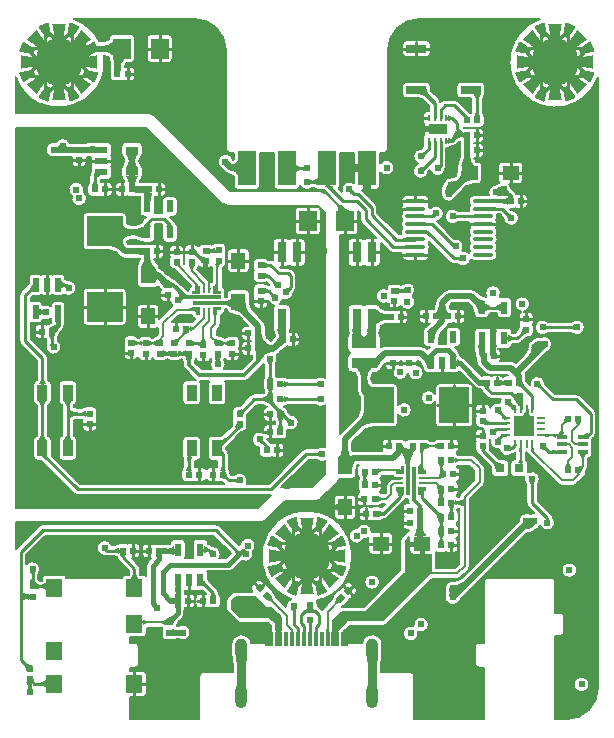
<source format=gtl>
G04 Layer: TopLayer*
G04 EasyEDA Pro v3.2.58, 2026-01-05 14:09:15*
G04 Gerber Generator version 0.3*
G04 Scale: 100 percent, Rotated: No, Reflected: No*
G04 Dimensions in millimeters*
G04 Leading zeros omitted, absolute positions, 4 integers and 5 decimals*
G04 Generated by one-click*
%FSLAX45Y45*%
%MOMM*%
%AMPolygonMacro1*4,1,10,-0.29995,-0.3,-0.29995,0.0,-0.3,0.0,-0.3,0.3,-0.29995,0.3,-0.04996,0.3,0.3,0.3,0.3,0.0,-0.04996,0.0,-0.04996,-0.3,-0.29995,-0.3,0*%
%AMPolygonMacro2*4,1,10,-0.04996,-0.00003,0.3,-0.00003,0.3,-0.3,-0.04996,-0.3,-0.29995,-0.3,-0.3,-0.3,-0.3,-0.00003,-0.29995,-0.00003,-0.29995,0.3,-0.04996,0.3,-0.04996,-0.00003,0*%
%AMPolygonMacro3*4,1,10,0.29995,0.3,0.29995,0.0,0.3,0.0,0.3,-0.3,0.29995,-0.3,0.04996,-0.3,-0.3,-0.3,-0.3,0.0,0.04996,0.0,0.04996,0.3,0.29995,0.3,0*%
%AMPolygonMacro4*4,1,10,0.04996,0.0,-0.3,0.0,-0.3,0.3,0.04996,0.3,0.29995,0.3,0.3,0.3,0.3,0.0,0.29995,0.0,0.29995,-0.3,0.04996,-0.3,0.04996,0.0,0*%
%AMPolygonMacro5*4,1,10,-0.3,0.29995,0.0,0.29995,0.0,0.3,0.3,0.3,0.3,0.29995,0.3,0.04996,0.3,-0.3,0.0,-0.3,0.0,0.04996,-0.3,0.04996,-0.3,0.29995,0*%
%AMPolygonMacro6*4,1,10,-0.00003,0.04996,-0.00003,-0.3,-0.3,-0.3,-0.3,0.04996,-0.3,0.29995,-0.3,0.3,-0.00003,0.3,-0.00003,0.29995,0.3,0.29995,0.3,0.04996,-0.00003,0.04996,0*%
%AMPolygonMacro7*4,1,10,0.3,-0.29995,0.0,-0.29995,0.0,-0.3,-0.3,-0.3,-0.3,-0.29995,-0.3,-0.04996,-0.3,0.3,0.0,0.3,0.0,-0.04996,0.3,-0.04996,0.3,-0.29995,0*%
%AMPolygonMacro8*4,1,10,0.0,-0.04996,0.0,0.3,0.3,0.3,0.3,-0.04996,0.3,-0.29995,0.3,-0.3,0.0,-0.3,0.0,-0.29995,-0.3,-0.29995,-0.3,-0.04996,0.0,-0.04996,0*%
%AMPolygonMacro9*4,1,3,-0.57304,1.62493,0.57304,1.62493,0.0,-1.62493,-0.57304,1.62493,0*%
%AMPolygonMacro10*4,1,3,-1.62493,-0.57304,-1.62493,0.57304,1.62493,0.0,-1.62493,-0.57304,0*%
%AMPolygonMacro11*4,1,3,1.62493,0.57304,1.62493,-0.57304,-1.62493,0.0,1.62493,0.57304,0*%
%AMPolygonMacro12*4,1,3,0.57304,-1.62493,-0.57304,-1.62493,0.0,1.62493,0.57304,-1.62493,0*%
%AMPolygonMacro13*4,1,3,0.5412,1.3516,1.3516,0.5412,-1.3516,-1.3516,0.5412,1.3516,0*%
%AMPolygonMacro14*4,1,3,1.3516,-0.5412,0.5412,-1.3516,-1.3516,1.3516,1.3516,-0.5412,0*%
%AMPolygonMacro15*4,1,3,-1.3516,0.5412,-0.5412,1.3516,1.3516,-1.3516,-1.3516,0.5412,0*%
%AMPolygonMacro16*4,1,3,-0.5412,-1.3516,-1.3516,-0.5412,1.3516,1.3516,-0.5412,-1.3516,0*%
%AMPolygonMacro17*4,1,3,-0.57304,1.62493,0.57304,1.62493,0.0,-1.62493,-0.57304,1.62493,0*%
%AMPolygonMacro18*4,1,3,0.57304,-1.62493,-0.57304,-1.62493,0.0,1.62493,0.57304,-1.62493,0*%
%AMPolygonMacro19*4,1,3,0.5412,1.3516,1.3516,0.5412,-1.3516,-1.3516,0.5412,1.3516,0*%
%AMPolygonMacro20*4,1,3,1.3516,-0.5412,0.5412,-1.3516,-1.3516,1.3516,1.3516,-0.5412,0*%
%AMPolygonMacro21*4,1,3,-1.3516,0.5412,-0.5412,1.3516,1.3516,-1.3516,-1.3516,0.5412,0*%
%AMPolygonMacro22*4,1,3,-0.5412,-1.3516,-1.3516,-0.5412,1.3516,1.3516,-0.5412,-1.3516,0*%
%AMPolygonMacro23*4,1,3,0.5412,1.3516,1.3516,0.5412,-1.3516,-1.3516,0.5412,1.3516,0*%
%AMPolygonMacro24*4,1,3,1.3516,-0.5412,0.5412,-1.3516,-1.3516,1.3516,1.3516,-0.5412,0*%
%AMPolygonMacro25*4,1,3,-1.3516,0.5412,-0.5412,1.3516,1.3516,-1.3516,-1.3516,0.5412,0*%
%AMPolygonMacro26*4,1,3,-0.5412,-1.3516,-1.3516,-0.5412,1.3516,1.3516,-0.5412,-1.3516,0*%
%AMRect*21,1,$1,$2,0,0,$3*%
%ADD10C,0.2032*%
%ADD11C,0.254*%
%ADD12C,0.381*%
%ADD13C,0.508*%
%ADD14C,0.635*%
%ADD15R,0.6045X1.0*%
%ADD16R,0.6X1.0*%
%ADD17R,1.4X1.2*%
%ADD18R,1.2X1.4*%
%ADD19PolygonMacro1*%
%ADD20PolygonMacro2*%
%ADD21PolygonMacro3*%
%ADD22PolygonMacro4*%
%ADD23R,0.3X2.4*%
%ADD24R,0.6X0.25001*%
%ADD25R,0.6X1.1*%
%ADD26PolygonMacro5*%
%ADD27PolygonMacro6*%
%ADD28PolygonMacro7*%
%ADD29PolygonMacro8*%
%ADD30R,2.4X0.3*%
%ADD31R,0.25001X0.6*%
%ADD32R,1.1X0.6*%
%ADD33R,1.7X0.7*%
%ADD34R,0.5X0.54*%
%ADD35R,0.54X0.5*%
%ADD36R,0.9X0.4*%
%ADD37R,0.56566X0.54*%
%ADD38R,0.54X0.56566*%
%ADD39R,0.85001X1.4*%
%ADD40R,0.25001X0.521*%
%ADD41R,1.6X0.9*%
%ADD42R,0.48999X1.157*%
%ADD43R,0.48999X1.175*%
%ADD44R,1.48501X1.72799*%
%ADD45R,0.3X1.15001*%
%ADD46O,1.0X1.8*%
%ADD47O,1.0X2.1*%
%ADD48R,2.1X0.95001*%
%ADD49R,0.8X1.7*%
%ADD50R,1.524X3.0*%
%ADD51O,1.73149X0.343*%
%ADD52R,0.25001X0.75001*%
%ADD53R,0.75001X0.25001*%
%ADD54R,1.7X1.7*%
%ADD55R,0.8X0.8*%
%ADD56R,1.4X1.5*%
%ADD57PolygonMacro9*%
%ADD58PolygonMacro10*%
%ADD59PolygonMacro11*%
%ADD60PolygonMacro12*%
%ADD61PolygonMacro13*%
%ADD62PolygonMacro14*%
%ADD63PolygonMacro15*%
%ADD64PolygonMacro16*%
%ADD65C,0.61*%
%ADD66C,4.0*%
%ADD67PolygonMacro17*%
%ADD68PolygonMacro18*%
%ADD69PolygonMacro19*%
%ADD70PolygonMacro20*%
%ADD71PolygonMacro21*%
%ADD72PolygonMacro22*%
%ADD73PolygonMacro23*%
%ADD74PolygonMacro24*%
%ADD75PolygonMacro25*%
%ADD76PolygonMacro26*%
%ADD77Rect,0.56566X0.54X135.0*%
%ADD78Rect,0.56566X0.54X45.0*%
%ADD79R,2.49999X3.0099*%
%ADD80R,3.0099X2.49999*%
%ADD81C,0.203*%
%ADD82C,0.3*%
%ADD83C,0.25*%
%ADD84C,0.762*%
%ADD85C,0.3429*%
%ADD86C,0.3048*%
%ADD87C,0.24892*%
G75*


G04 Copper Start*
G36*
G01X35814Y1825714D02*
G01X35814Y4522163D01*
G01X480761Y4522163D01*
G01X482285Y4505991D01*
G01X487695Y4490675D01*
G01X496665Y4477134D01*
G01X508659Y4466180D01*
G01X505395Y4450268D01*
G01X506098Y4434039D01*
G01X510725Y4418469D01*
G01X518997Y4404490D01*
G01X530420Y4392942D01*
G01X544308Y4384517D01*
G01X559827Y4379721D01*
G01X576047Y4378842D01*
G01X591993Y4381932D01*
G01X591993Y4381932D01*
G01X606711Y4388806D01*
G01X619315Y4399051D01*
G01X629051Y4412054D01*
G01X635334Y4427033D01*
G01X637787Y4443090D01*
G01X636262Y4459261D01*
G01X630853Y4474577D01*
G01X621882Y4488119D01*
G01X609888Y4499073D01*
G01X609888Y4499073D01*
G01X613152Y4514985D01*
G01X612449Y4531213D01*
G01X607823Y4546784D01*
G01X599550Y4560763D01*
G01X588127Y4572311D01*
G01X574239Y4580735D01*
G01X558720Y4585531D01*
G01X542500Y4586411D01*
G01X526554Y4583321D01*
G01X526554Y4583321D01*
G01X511837Y4576447D01*
G01X499232Y4566201D01*
G01X489496Y4553199D01*
G01X483214Y4538220D01*
G01X480761Y4522163D01*
G01X35814Y4522163D01*
G01X35814Y4853533D01*
G01X289404Y4853533D01*
G01X289404Y4853533D01*
G01X292209Y4838024D01*
G01X298594Y4823616D01*
G01X308199Y4811121D01*
G01X320481Y4801245D01*
G01X334746Y4794546D01*
G01X350189Y4791403D01*
G01X365938Y4791993D01*
G01X381103Y4796282D01*
G01X468300Y4796282D01*
G01X468300Y4796282D01*
G01X508686Y4795770D01*
G01X508686Y4746288D01*
G01X510439Y4735221D01*
G01X515526Y4725238D01*
G01X523449Y4717314D01*
G01X533433Y4712227D01*
G01X544500Y4710474D01*
G01X598500Y4710474D01*
G01X609567Y4712227D01*
G01X619551Y4717314D01*
G01X627474Y4725238D01*
G01X632561Y4735221D01*
G01X634314Y4746288D01*
G01X634314Y4795770D01*
G01X634314Y4795770D01*
G01X645611Y4796016D01*
G01X645611Y4796016D01*
G01X668257Y4794910D01*
G01X668176Y4792500D01*
G01X668176Y4732500D01*
G01X669336Y4723458D01*
G01X672742Y4715002D01*
G01X669336Y4706546D01*
G01X668176Y4697504D01*
G01X668176Y4673191D01*
G01X667501Y4664981D01*
G01X665495Y4656992D01*
G01X661112Y4648677D01*
G01X658415Y4639673D01*
G01X657504Y4630318D01*
G01X657504Y4586300D01*
G01X656124Y4579276D01*
G01X652186Y4573298D01*
G01X646614Y4565923D01*
G01X643114Y4557367D01*
G01X641922Y4548200D01*
G01X641922Y4494200D01*
G01X643674Y4483133D01*
G01X648761Y4473149D01*
G01X656685Y4465226D01*
G01X666668Y4460139D01*
G01X677736Y4458386D01*
G01X734301Y4458386D01*
G01X741979Y4459218D01*
G01X749300Y4461678D01*
G01X756621Y4459218D01*
G01X764299Y4458386D01*
G01X820865Y4458386D01*
G01X831932Y4460139D01*
G01X841915Y4465226D01*
G01X849839Y4473149D01*
G01X854926Y4483133D01*
G01X856679Y4494200D01*
G01X856679Y4548200D01*
G01X854926Y4559267D01*
G01X849839Y4569251D01*
G01X841915Y4577174D01*
G01X831932Y4582261D01*
G01X820865Y4584014D01*
G01X764299Y4584014D01*
G01X754875Y4582752D01*
G01X754532Y4586300D01*
G01X754532Y4601487D01*
G01X758105Y4601690D01*
G01X813990Y4601690D01*
G01X825057Y4603443D01*
G01X835041Y4608530D01*
G01X842964Y4616453D01*
G01X848051Y4626437D01*
G01X849804Y4637504D01*
G01X849804Y4697504D01*
G01X848644Y4706546D01*
G01X845238Y4715002D01*
G01X845238Y4715002D01*
G01X848644Y4723458D01*
G01X849804Y4732500D01*
G01X849804Y4792500D01*
G01X848644Y4801542D01*
G01X845238Y4809998D01*
G01X848644Y4818454D01*
G01X849804Y4827496D01*
G01X849804Y4887496D01*
G01X848051Y4898563D01*
G01X842964Y4908547D01*
G01X835041Y4916470D01*
G01X825057Y4921557D01*
G01X813990Y4923310D01*
G01X703990Y4923310D01*
G01X699682Y4923050D01*
G01X699682Y4923050D01*
G01X663802Y4919796D01*
G01X627790Y4918710D01*
G01X491334Y4918710D01*
G01X483587Y4930921D01*
G01X473377Y4941162D01*
G01X461189Y4948946D01*
G01X447604Y4953903D01*
G01X433268Y4955798D01*
G01X433268Y4955798D01*
G01X418861Y4954540D01*
G01X405070Y4950188D01*
G01X392550Y4942951D01*
G01X381897Y4933172D01*
G01X373617Y4921316D01*
G01X373617Y4921316D01*
G01X358048Y4923765D01*
G01X342341Y4922471D01*
G01X327384Y4917508D01*
G01X314019Y4909155D01*
G01X303004Y4897884D01*
G01X294959Y4884332D01*
G01X290339Y4869265D01*
G01X289404Y4853533D01*
G01X35814Y4853533D01*
G01X35814Y5044986D01*
G01X1140517Y5044986D01*
G01X1783222Y4402281D01*
G01X1792377Y4394768D01*
G01X1802822Y4389185D01*
G01X1814155Y4385747D01*
G01X1825942Y4384586D01*
G01X2591176Y4384586D01*
G01X2657386Y4318376D01*
G01X2657386Y2924846D01*
G01X2644609Y2932793D01*
G01X2630370Y2937655D01*
G01X2615401Y2939182D01*
G01X2600473Y2937295D01*
G01X2586355Y2932091D01*
G01X2573773Y2923838D01*
G01X2571616Y2922252D01*
G01X2570045Y2921387D01*
G01X2342501Y2921387D01*
G01X2334738Y2922795D01*
G01X2327966Y2926842D01*
G01X2320899Y2931660D01*
G01X2312892Y2934666D01*
G01X2304401Y2935687D01*
G01X2247835Y2935687D01*
G01X2238411Y2934425D01*
G01X2238069Y2937973D01*
G01X2238069Y3045041D01*
G01X2238334Y3045853D01*
G01X2239679Y3048997D01*
G01X2241486Y3052355D01*
G01X2247245Y3064934D01*
G01X2250269Y3078434D01*
G01X2250427Y3092267D01*
G01X2247710Y3105833D01*
G01X2242238Y3118539D01*
G01X2252698Y3124170D01*
G01X2261873Y3131715D01*
G01X2283192Y3153034D01*
G01X2283192Y3153034D01*
G01X2299667Y3167957D01*
G01X2317534Y3181185D01*
G01X2336617Y3192586D01*
G01X2336617Y3192586D01*
G01X2344953Y3189417D01*
G01X2353812Y3188386D01*
G01X2403812Y3188386D01*
G01X2414879Y3190139D01*
G01X2424862Y3195226D01*
G01X2432786Y3203149D01*
G01X2437873Y3213133D01*
G01X2439626Y3224200D01*
G01X2439626Y3278200D01*
G01X2437873Y3289267D01*
G01X2432786Y3299251D01*
G01X2424862Y3307174D01*
G01X2414879Y3312261D01*
G01X2403812Y3314014D01*
G01X2358356Y3314014D01*
G01X2358356Y3314014D01*
G01X2361400Y3337972D01*
G01X2361400Y3337972D01*
G01X2361814Y3343403D01*
G01X2361814Y3513403D01*
G01X2360061Y3524470D01*
G01X2354974Y3534454D01*
G01X2347051Y3542377D01*
G01X2337067Y3547464D01*
G01X2326000Y3549217D01*
G01X2269233Y3549217D01*
G01X2279244Y3557087D01*
G01X2287566Y3566725D01*
G01X2293893Y3577776D01*
G01X2297991Y3589833D01*
G01X2312809Y3585935D01*
G01X2328126Y3585542D01*
G01X2343125Y3588676D01*
G01X2357004Y3595168D01*
G01X2369022Y3604672D01*
G01X2378539Y3616681D01*
G01X2385045Y3630553D01*
G01X2388194Y3645548D01*
G01X2388597Y3648196D01*
G01X2389097Y3649919D01*
G01X2396505Y3657327D01*
G01X2404214Y3667375D01*
G01X2409061Y3679075D01*
G01X2410714Y3691632D01*
G01X2410714Y3784600D01*
G01X2409061Y3797156D01*
G01X2404214Y3808857D01*
G01X2396505Y3818905D01*
G01X2371105Y3844305D01*
G01X2361057Y3852014D01*
G01X2349356Y3856861D01*
G01X2336800Y3858514D01*
G01X2280695Y3858514D01*
G01X2271626Y3867583D01*
G01X2326000Y3867583D01*
G01X2334464Y3868597D01*
G01X2342448Y3871583D01*
G01X2349500Y3876371D01*
G01X2356552Y3871583D01*
G01X2364536Y3868597D01*
G01X2373000Y3867583D01*
G01X2453000Y3867583D01*
G01X2464067Y3869336D01*
G01X2474051Y3874423D01*
G01X2481974Y3882346D01*
G01X2487061Y3892330D01*
G01X2488814Y3903397D01*
G01X2488814Y4073397D01*
G01X2487061Y4084464D01*
G01X2481974Y4094448D01*
G01X2474051Y4102371D01*
G01X2464067Y4107458D01*
G01X2453000Y4109211D01*
G01X2373000Y4109211D01*
G01X2364536Y4108196D01*
G01X2356552Y4105210D01*
G01X2349500Y4100422D01*
G01X2342448Y4105210D01*
G01X2334464Y4108196D01*
G01X2326000Y4109211D01*
G01X2246000Y4109211D01*
G01X2234933Y4107458D01*
G01X2224949Y4102371D01*
G01X2217026Y4094448D01*
G01X2211939Y4084464D01*
G01X2210186Y4073397D01*
G01X2210186Y3923625D01*
G01X2201225Y3926295D01*
G01X2191918Y3927196D01*
G01X2173300Y3927196D01*
G01X2166276Y3928576D01*
G01X2160298Y3932514D01*
G01X2152923Y3938086D01*
G01X2144367Y3941586D01*
G01X2135200Y3942779D01*
G01X2081200Y3942779D01*
G01X2070133Y3941026D01*
G01X2060149Y3935939D01*
G01X2052226Y3928015D01*
G01X2047139Y3918032D01*
G01X2045386Y3906965D01*
G01X2045386Y3850399D01*
G01X2046218Y3842721D01*
G01X2048678Y3835400D01*
G01X2048678Y3835400D01*
G01X2046218Y3828079D01*
G01X2045386Y3820401D01*
G01X2045386Y3763836D01*
G01X2047139Y3752768D01*
G01X2052226Y3742785D01*
G01X2060149Y3734861D01*
G01X2070133Y3729774D01*
G01X2081200Y3728022D01*
G01X2135200Y3728022D01*
G01X2146414Y3729822D01*
G01X2156500Y3735044D01*
G01X2180484Y3711060D01*
G01X2175709Y3711296D01*
G01X2173300Y3711296D01*
G01X2166276Y3712676D01*
G01X2160298Y3716614D01*
G01X2152923Y3722186D01*
G01X2144367Y3725686D01*
G01X2135200Y3726879D01*
G01X2081200Y3726879D01*
G01X2070133Y3725126D01*
G01X2060149Y3720039D01*
G01X2052226Y3712115D01*
G01X2047139Y3702132D01*
G01X2045386Y3691065D01*
G01X2045386Y3634499D01*
G01X2046218Y3626821D01*
G01X2048678Y3619500D01*
G01X2048678Y3619500D01*
G01X2046218Y3612179D01*
G01X2045386Y3604501D01*
G01X2045386Y3547936D01*
G01X2047139Y3536868D01*
G01X2052226Y3526885D01*
G01X2060149Y3518961D01*
G01X2070133Y3513874D01*
G01X2081200Y3512122D01*
G01X2135200Y3512122D01*
G01X2146267Y3513874D01*
G01X2156251Y3518961D01*
G01X2164174Y3526885D01*
G01X2169261Y3536868D01*
G01X2171014Y3547936D01*
G01X2171014Y3582686D01*
G01X2177045Y3570165D01*
G01X2185553Y3559176D01*
G01X2196165Y3550202D01*
G01X2208413Y3543637D01*
G01X2221762Y3539768D01*
G01X2215498Y3532171D01*
G01X2211540Y3523156D01*
G01X2210186Y3513403D01*
G01X2210186Y3343403D01*
G01X2211763Y3332895D01*
G01X2216353Y3323311D01*
G01X2216353Y3323311D01*
G01X2223424Y3311103D01*
G01X2228707Y3298022D01*
G01X2232097Y3284328D01*
G01X2216652Y3261954D01*
G01X2198622Y3241603D01*
G01X2196788Y3239769D01*
G01X2196788Y3239769D01*
G01X2183834Y3245666D01*
G01X2172375Y3254108D01*
G01X2162904Y3264733D01*
G01X2155829Y3277083D01*
G01X2151454Y3290626D01*
G01X2149966Y3304781D01*
G01X2149966Y3365672D01*
G01X2148790Y3377614D01*
G01X2145307Y3389097D01*
G01X2139650Y3399681D01*
G01X2132037Y3408957D01*
G01X2033983Y3507011D01*
G01X2033983Y3507011D01*
G01X2026084Y3520121D01*
G01X2020303Y3534293D01*
G01X2016777Y3549188D01*
G01X2015593Y3564448D01*
G01X2015593Y3640815D01*
G01X2013840Y3651882D01*
G01X2008753Y3661866D01*
G01X2000830Y3669789D01*
G01X1990846Y3674876D01*
G01X1979779Y3676629D01*
G01X1859779Y3676629D01*
G01X1848712Y3674876D01*
G01X1838728Y3669789D01*
G01X1830805Y3661866D01*
G01X1825718Y3651882D01*
G01X1823965Y3640815D01*
G01X1823965Y3610900D01*
G01X1819500Y3609272D01*
G01X1814779Y3608719D01*
G01X1806814Y3608719D01*
G01X1806814Y3622892D01*
G01X1805386Y3632902D01*
G01X1806811Y3642904D01*
G01X1806811Y3667902D01*
G01X1805444Y3677704D01*
G01X1801446Y3686758D01*
G01X1795122Y3694372D01*
G01X1786956Y3699964D01*
G01X1786956Y3847830D01*
G01X1823965Y3847830D01*
G01X1825718Y3836763D01*
G01X1830805Y3826779D01*
G01X1838728Y3818856D01*
G01X1848712Y3813769D01*
G01X1859779Y3812016D01*
G01X1979779Y3812016D01*
G01X1990846Y3813769D01*
G01X2000830Y3818856D01*
G01X2008753Y3826779D01*
G01X2013840Y3836763D01*
G01X2015593Y3847830D01*
G01X2015593Y3987830D01*
G01X2013840Y3998897D01*
G01X2008753Y4008881D01*
G01X2000830Y4016804D01*
G01X1990846Y4021891D01*
G01X1979779Y4023644D01*
G01X1859779Y4023644D01*
G01X1859779Y4023644D01*
G01X1848712Y4021891D01*
G01X1838728Y4016804D01*
G01X1830805Y4008881D01*
G01X1825718Y3998897D01*
G01X1823965Y3987830D01*
G01X1823965Y3847830D01*
G01X1786956Y3847830D01*
G01X1786956Y3855785D01*
G01X1796127Y3859063D01*
G01X1804076Y3864690D01*
G01X1810215Y3872251D01*
G01X1814090Y3881187D01*
G01X1815414Y3890836D01*
G01X1815414Y3947401D01*
G01X1814582Y3955079D01*
G01X1812122Y3962400D01*
G01X1812122Y3962400D01*
G01X1814582Y3969721D01*
G01X1815414Y3977399D01*
G01X1815414Y4033965D01*
G01X1813661Y4045032D01*
G01X1808574Y4055015D01*
G01X1800651Y4062939D01*
G01X1790667Y4068026D01*
G01X1779600Y4069779D01*
G01X1725600Y4069779D01*
G01X1716341Y4068561D01*
G01X1707711Y4064991D01*
G01X1700298Y4059311D01*
G01X1694605Y4051908D01*
G01X1690153Y4054553D01*
G01X1680215Y4059582D01*
G01X1669212Y4061314D01*
G01X1615211Y4061314D01*
G01X1604782Y4059762D01*
G01X1595256Y4055239D01*
G01X1587461Y4048139D01*
G01X1582071Y4039077D01*
G01X1576382Y4046531D01*
G01X1568955Y4052253D01*
G01X1560296Y4055851D01*
G01X1551000Y4057079D01*
G01X1497000Y4057079D01*
G01X1485933Y4055326D01*
G01X1475949Y4050239D01*
G01X1468026Y4042315D01*
G01X1462939Y4032332D01*
G01X1461186Y4021265D01*
G01X1461186Y3964699D01*
G01X1462018Y3957021D01*
G01X1464478Y3949700D01*
G01X1464478Y3949700D01*
G01X1462018Y3942379D01*
G01X1461186Y3934701D01*
G01X1461186Y3888200D01*
G01X1459814Y3890464D01*
G01X1459814Y3932688D01*
G01X1458723Y3941461D01*
G01X1455516Y3949700D01*
G01X1458723Y3957939D01*
G01X1459814Y3966712D01*
G01X1459814Y4016712D01*
G01X1458061Y4027779D01*
G01X1452974Y4037762D01*
G01X1445051Y4045686D01*
G01X1435067Y4050773D01*
G01X1424000Y4052526D01*
G01X1370000Y4052526D01*
G01X1358933Y4050773D01*
G01X1348949Y4045686D01*
G01X1341026Y4037762D01*
G01X1335939Y4027779D01*
G01X1334186Y4016712D01*
G01X1334186Y3966712D01*
G01X1335277Y3957939D01*
G01X1338484Y3949700D01*
G01X1335277Y3941461D01*
G01X1334186Y3932688D01*
G01X1334186Y3882688D01*
G01X1335792Y3872082D01*
G01X1340468Y3862427D01*
G01X1347793Y3854590D01*
G01X1357111Y3849274D01*
G01X1367585Y3846956D01*
G01X1371211Y3846042D01*
G01X1374286Y3843912D01*
G01X1515044Y3703153D01*
G01X1515044Y3699965D01*
G01X1506877Y3694373D01*
G01X1500553Y3686759D01*
G01X1496554Y3677705D01*
G01X1495186Y3667902D01*
G01X1495186Y3658706D01*
G01X1493156Y3658706D01*
G01X1403619Y3748243D01*
G01X1394588Y3755422D01*
G01X1384169Y3760379D01*
G01X1372901Y3762858D01*
G01X1364629Y3768925D01*
G01X1345545Y3780327D01*
G01X1327679Y3793554D01*
G01X1311203Y3808478D01*
G01X1283389Y3836292D01*
G01X1274291Y3843786D01*
G01X1263925Y3849396D01*
G01X1252676Y3852917D01*
G01X1251514Y3856507D01*
G01X1251514Y3863007D01*
G01X1249742Y3874132D01*
G01X1244603Y3884156D01*
G01X1236604Y3892088D01*
G01X1226536Y3897142D01*
G01X1218003Y3907903D01*
G01X1212167Y3920335D01*
G01X1209340Y3933774D01*
G01X1256900Y3933774D01*
G01X1267967Y3935527D01*
G01X1277951Y3940614D01*
G01X1285874Y3948537D01*
G01X1290961Y3958521D01*
G01X1292714Y3969588D01*
G01X1292714Y4023589D01*
G01X1290961Y4034656D01*
G01X1285874Y4044640D01*
G01X1277951Y4052563D01*
G01X1267967Y4057650D01*
G01X1256900Y4059403D01*
G01X1206900Y4059403D01*
G01X1198127Y4058311D01*
G01X1189888Y4055104D01*
G01X1181650Y4058311D01*
G01X1172877Y4059403D01*
G01X1122877Y4059403D01*
G01X1121373Y4059371D01*
G01X1121373Y4059371D01*
G01X1046677Y4057802D01*
G01X986846Y4057802D01*
G01X980937Y4069941D01*
G01X976737Y4082770D01*
G01X988076Y4089981D01*
G01X1000744Y4094460D01*
G01X1014095Y4095979D01*
G01X1043404Y4095979D01*
G01X1058100Y4094829D01*
G01X1072437Y4091408D01*
G01X1086069Y4085800D01*
G01X1098663Y4078139D01*
G01X1108601Y4073111D01*
G01X1119604Y4071379D01*
G01X1179604Y4071379D01*
G01X1190671Y4073132D01*
G01X1200655Y4078219D01*
G01X1208578Y4086142D01*
G01X1213665Y4096126D01*
G01X1215418Y4107193D01*
G01X1215418Y4207193D01*
G01X1214267Y4216200D01*
G01X1210887Y4224628D01*
G01X1269363Y4224628D01*
G01X1275583Y4218408D01*
G01X1273782Y4207193D01*
G01X1273782Y4107193D01*
G01X1275535Y4096126D01*
G01X1280622Y4086142D01*
G01X1288545Y4078219D01*
G01X1298529Y4073132D01*
G01X1309596Y4071379D01*
G01X1369596Y4071379D01*
G01X1380663Y4073132D01*
G01X1390647Y4078219D01*
G01X1398570Y4086142D01*
G01X1403657Y4096126D01*
G01X1405410Y4107193D01*
G01X1405410Y4168101D01*
G01X2397677Y4168101D01*
G01X2399430Y4157033D01*
G01X2404517Y4147050D01*
G01X2412441Y4139126D01*
G01X2422424Y4134039D01*
G01X2433491Y4132287D01*
G01X2581993Y4132287D01*
G01X2593060Y4134039D01*
G01X2603043Y4139126D01*
G01X2610967Y4147050D01*
G01X2616054Y4157033D01*
G01X2617807Y4168101D01*
G01X2617807Y4340899D01*
G01X2616054Y4351967D01*
G01X2610967Y4361950D01*
G01X2603043Y4369874D01*
G01X2593060Y4374961D01*
G01X2581993Y4376713D01*
G01X2581993Y4376713D01*
G01X2433491Y4376713D01*
G01X2422424Y4374961D01*
G01X2412441Y4369874D01*
G01X2404517Y4361950D01*
G01X2399430Y4351967D01*
G01X2397677Y4340899D01*
G01X2397677Y4168101D01*
G01X1405410Y4168101D01*
G01X1405410Y4207193D01*
G01X1404019Y4217075D01*
G01X1399956Y4226190D01*
G01X1393535Y4233830D01*
G01X1385255Y4239402D01*
G01X1380568Y4248983D01*
G01X1373901Y4257309D01*
G01X1339816Y4291394D01*
G01X1369596Y4291394D01*
G01X1380663Y4293146D01*
G01X1390647Y4298233D01*
G01X1398570Y4306157D01*
G01X1403657Y4316140D01*
G01X1405410Y4327208D01*
G01X1405410Y4427207D01*
G01X1403657Y4438274D01*
G01X1398570Y4448258D01*
G01X1390647Y4456181D01*
G01X1380663Y4461268D01*
G01X1369596Y4463021D01*
G01X1309596Y4463021D01*
G01X1298529Y4461268D01*
G01X1288545Y4456181D01*
G01X1280622Y4448258D01*
G01X1275535Y4438274D01*
G01X1273782Y4427207D01*
G01X1273782Y4327208D01*
G01X1274215Y4321656D01*
G01X1214985Y4321656D01*
G01X1215418Y4327208D01*
G01X1215418Y4427207D01*
G01X1215418Y4427207D01*
G01X1215158Y4431516D01*
G01X1215158Y4431516D01*
G01X1213414Y4447761D01*
G01X1213414Y4447761D01*
G01X1215834Y4459218D01*
G01X1223512Y4458386D01*
G01X1273512Y4458386D01*
G01X1284579Y4460139D01*
G01X1294562Y4465226D01*
G01X1302486Y4473149D01*
G01X1307573Y4483133D01*
G01X1309326Y4494200D01*
G01X1309326Y4548200D01*
G01X1307573Y4559267D01*
G01X1302486Y4569251D01*
G01X1294562Y4577174D01*
G01X1284579Y4582261D01*
G01X1273512Y4584014D01*
G01X1223512Y4584014D01*
G01X1214739Y4582923D01*
G01X1206500Y4579716D01*
G01X1198261Y4582923D01*
G01X1189488Y4584014D01*
G01X1139488Y4584014D01*
G01X1137985Y4583983D01*
G01X1137985Y4583983D01*
G01X1092016Y4582646D01*
G01X1092016Y4582646D01*
G01X1083754Y4582799D01*
G01X1083754Y4582799D01*
G01X1090490Y4599188D01*
G01X1100726Y4613653D01*
G01X1105679Y4620780D01*
G01X1108772Y4628889D01*
G01X1109824Y4637504D01*
G01X1109824Y4697504D01*
G01X1108737Y4706261D01*
G01X1105542Y4714486D01*
G01X1100433Y4721680D01*
G01X1091295Y4733906D01*
G01X1084746Y4747693D01*
G01X1081043Y4762500D01*
G01X1081043Y4762500D01*
G01X1084746Y4777307D01*
G01X1091295Y4791094D01*
G01X1100433Y4803320D01*
G01X1105542Y4810514D01*
G01X1108737Y4818739D01*
G01X1109824Y4827496D01*
G01X1109824Y4887496D01*
G01X1108071Y4898563D01*
G01X1102984Y4908547D01*
G01X1095061Y4916470D01*
G01X1085077Y4921557D01*
G01X1074010Y4923310D01*
G01X964010Y4923310D01*
G01X952943Y4921557D01*
G01X942959Y4916470D01*
G01X935036Y4908547D01*
G01X929949Y4898563D01*
G01X928196Y4887496D01*
G01X928196Y4827496D01*
G01X929283Y4818739D01*
G01X932478Y4810514D01*
G01X937587Y4803320D01*
G01X946725Y4791094D01*
G01X953274Y4777307D01*
G01X956977Y4762500D01*
G01X953274Y4747693D01*
G01X946725Y4733906D01*
G01X937587Y4721680D01*
G01X932478Y4714486D01*
G01X929283Y4706261D01*
G01X928196Y4697504D01*
G01X928196Y4637504D01*
G01X929319Y4628607D01*
G01X932617Y4620267D01*
G01X937883Y4613009D01*
G01X947992Y4599465D01*
G01X954839Y4584014D01*
G01X910521Y4584014D01*
G01X899454Y4582261D01*
G01X889470Y4577174D01*
G01X881547Y4569251D01*
G01X876460Y4559267D01*
G01X874707Y4548200D01*
G01X874707Y4494200D01*
G01X876460Y4483133D01*
G01X881547Y4473149D01*
G01X889470Y4465226D01*
G01X899454Y4460139D01*
G01X910521Y4458386D01*
G01X960521Y4458386D01*
G01X969294Y4459477D01*
G01X977533Y4462684D01*
G01X985771Y4459477D01*
G01X994545Y4458386D01*
G01X1044545Y4458386D01*
G01X1046048Y4458417D01*
G01X1046048Y4458417D01*
G01X1086787Y4459662D01*
G01X1086787Y4459662D01*
G01X1084050Y4431516D01*
G01X1083790Y4427207D01*
G01X1083790Y4327208D01*
G01X1085543Y4316140D01*
G01X1090630Y4306157D01*
G01X1098553Y4298233D01*
G01X1108537Y4293146D01*
G01X1119604Y4291394D01*
G01X1136684Y4291394D01*
G01X1115299Y4270009D01*
G01X1107957Y4260586D01*
G01X1103139Y4249656D01*
G01X1101139Y4237879D01*
G01X1101139Y4237879D01*
G01X1098663Y4236246D01*
G01X1098663Y4236246D01*
G01X1086069Y4228586D01*
G01X1072437Y4222977D01*
G01X1058100Y4219556D01*
G01X1043404Y4218407D01*
G01X1014095Y4218407D01*
G01X999447Y4220240D01*
G01X985702Y4225627D01*
G01X973709Y4234235D01*
G01X973709Y4292746D01*
G01X971956Y4303813D01*
G01X966869Y4313797D01*
G01X958946Y4321720D01*
G01X948962Y4326807D01*
G01X937895Y4328560D01*
G01X636905Y4328560D01*
G01X625838Y4326807D01*
G01X615854Y4321720D01*
G01X607931Y4313797D01*
G01X602844Y4303813D01*
G01X601091Y4292746D01*
G01X601091Y4042747D01*
G01X602844Y4031679D01*
G01X607931Y4021696D01*
G01X615854Y4013772D01*
G01X625838Y4008685D01*
G01X636905Y4006933D01*
G01X822597Y4006933D01*
G01X837857Y4005748D01*
G01X852752Y4002223D01*
G01X866924Y3996441D01*
G01X880035Y3988542D01*
G01X915273Y3953304D01*
G01X924549Y3945691D01*
G01X935132Y3940034D01*
G01X946616Y3936551D01*
G01X958558Y3935374D01*
G01X1046677Y3935374D01*
G01X1046677Y3935374D01*
G01X1086556Y3934927D01*
G01X1086556Y3934927D01*
G01X1083806Y3917226D01*
G01X1077448Y3900478D01*
G01X1067759Y3885411D01*
G01X1063460Y3878603D01*
G01X1060791Y3871007D01*
G01X1059886Y3863007D01*
G01X1059886Y3723008D01*
G01X1061639Y3711940D01*
G01X1066726Y3701957D01*
G01X1074649Y3694033D01*
G01X1084633Y3688946D01*
G01X1095700Y3687194D01*
G01X1215700Y3687194D01*
G01X1226042Y3688719D01*
G01X1235503Y3693167D01*
G01X1243276Y3700156D01*
G01X1243276Y3700156D01*
G01X1253312Y3685690D01*
G01X1262186Y3670483D01*
G01X1262186Y3670483D01*
G01X1259017Y3662147D01*
G01X1257986Y3653288D01*
G01X1257986Y3603288D01*
G01X1259739Y3592221D01*
G01X1264826Y3582238D01*
G01X1272749Y3574314D01*
G01X1282733Y3569227D01*
G01X1293800Y3567474D01*
G01X1344865Y3567474D01*
G01X1348556Y3555729D01*
G01X1354356Y3544868D01*
G01X1362063Y3535266D01*
G01X1251642Y3424844D01*
G01X1251462Y3424664D01*
G01X1251514Y3515992D01*
G01X1249761Y3527060D01*
G01X1244674Y3537043D01*
G01X1236751Y3544967D01*
G01X1226767Y3550054D01*
G01X1215700Y3551806D01*
G01X1095700Y3551806D01*
G01X1084633Y3550054D01*
G01X1074649Y3544967D01*
G01X1066726Y3537043D01*
G01X1061639Y3527060D01*
G01X1059886Y3515992D01*
G01X1059886Y3375993D01*
G01X1061639Y3364926D01*
G01X1066726Y3354942D01*
G01X1074649Y3347019D01*
G01X1084633Y3341932D01*
G01X1095700Y3340179D01*
G01X1215700Y3340179D01*
G01X1223731Y3341091D01*
G01X1231354Y3343781D01*
G01X1238179Y3348112D01*
G01X1238179Y3297082D01*
G01X1223591Y3282494D01*
G01X1222959Y3281849D01*
G01X1212993Y3278556D01*
G01X1204410Y3272515D01*
G01X1197947Y3264246D01*
G01X1192077Y3264246D01*
G01X1186393Y3271750D01*
G01X1178951Y3277515D01*
G01X1170264Y3281141D01*
G01X1160931Y3282379D01*
G01X1106931Y3282379D01*
G01X1097599Y3281141D01*
G01X1088911Y3277515D01*
G01X1081469Y3271750D01*
G01X1075786Y3264246D01*
G01X1071099Y3264246D01*
G01X1065562Y3272703D01*
G01X1057883Y3279276D01*
G01X1048673Y3283442D01*
G01X1038666Y3284869D01*
G01X984665Y3284869D01*
G01X973598Y3283116D01*
G01X963614Y3278029D01*
G01X955691Y3270106D01*
G01X950604Y3260122D01*
G01X948851Y3249055D01*
G01X948851Y3199055D01*
G01X949942Y3190282D01*
G01X953149Y3182043D01*
G01X949942Y3173805D01*
G01X948851Y3165032D01*
G01X948851Y3115032D01*
G01X950604Y3103965D01*
G01X955691Y3093981D01*
G01X963614Y3086058D01*
G01X973598Y3080971D01*
G01X984665Y3079218D01*
G01X1038666Y3079218D01*
G01X1048767Y3080672D01*
G01X1058049Y3084916D01*
G01X1065756Y3091606D01*
G01X1071264Y3100199D01*
G01X1073760Y3089933D01*
G01X1079142Y3080843D01*
G01X1086942Y3073718D01*
G01X1096482Y3069180D01*
G01X1106931Y3067622D01*
G01X1160931Y3067622D01*
G01X1172013Y3069379D01*
G01X1182008Y3074480D01*
G01X1189933Y3082423D01*
G01X1195012Y3092428D01*
G01X1200091Y3082423D01*
G01X1208016Y3074480D01*
G01X1218010Y3069379D01*
G01X1229092Y3067622D01*
G01X1283093Y3067622D01*
G01X1292259Y3068814D01*
G01X1300815Y3072314D01*
G01X1308190Y3077886D01*
G01X1312339Y3080956D01*
G01X1317173Y3082764D01*
G01X1322007Y3080956D01*
G01X1326156Y3077886D01*
G01X1333532Y3072314D01*
G01X1342087Y3068814D01*
G01X1351254Y3067622D01*
G01X1405254Y3067622D01*
G01X1414421Y3068814D01*
G01X1422977Y3072314D01*
G01X1430352Y3077886D01*
G01X1434501Y3080956D01*
G01X1439335Y3082764D01*
G01X1444934Y3080517D01*
G01X1448422Y3069720D01*
G01X1449602Y3058436D01*
G01X1449602Y3033484D01*
G01X1451333Y3020333D01*
G01X1456409Y3008077D01*
G01X1464485Y2997554D01*
G01X1551305Y2910734D01*
G01X1557165Y2905703D01*
G01X1482724Y2905703D01*
G01X1471657Y2903950D01*
G01X1461674Y2898863D01*
G01X1453750Y2890940D01*
G01X1448663Y2880956D01*
G01X1446910Y2869889D01*
G01X1446910Y2729890D01*
G01X1448663Y2718823D01*
G01X1453750Y2708839D01*
G01X1461674Y2700916D01*
G01X1471657Y2695828D01*
G01X1482724Y2694076D01*
G01X1567726Y2694076D01*
G01X1578793Y2695828D01*
G01X1588777Y2700916D01*
G01X1596700Y2708839D01*
G01X1601787Y2718823D01*
G01X1603540Y2729890D01*
G01X1603540Y2869889D01*
G01X1602239Y2879452D01*
G01X1598433Y2888320D01*
G01X1592397Y2895850D01*
G01X1673039Y2895850D01*
G01X1667003Y2888320D01*
G01X1663196Y2879452D01*
G01X1661896Y2869889D01*
G01X1661896Y2729890D01*
G01X1663649Y2718823D01*
G01X1668736Y2708839D01*
G01X1676659Y2700916D01*
G01X1686643Y2695828D01*
G01X1697710Y2694076D01*
G01X1782711Y2694076D01*
G01X1793778Y2695828D01*
G01X1803762Y2700916D01*
G01X1811685Y2708839D01*
G01X1816772Y2718823D01*
G01X1818525Y2729890D01*
G01X1818525Y2869889D01*
G01X1817225Y2879452D01*
G01X1813418Y2888320D01*
G01X1807382Y2895850D01*
G01X1968764Y2895850D01*
G01X1981916Y2897582D01*
G01X1994171Y2902658D01*
G01X2004695Y2910734D01*
G01X2124683Y3030722D01*
G01X2129735Y3036611D01*
G01X2133831Y3043201D01*
G01X2140656Y3036260D01*
G01X2141041Y3035857D01*
G01X2141041Y2937973D01*
G01X2139660Y2930949D01*
G01X2135723Y2924971D01*
G01X2130150Y2917595D01*
G01X2126651Y2909040D01*
G01X2125458Y2899873D01*
G01X2125458Y2845873D01*
G01X2126651Y2836706D01*
G01X2130150Y2828150D01*
G01X2135723Y2820775D01*
G01X2139335Y2815543D01*
G01X2140969Y2809399D01*
G01X2139603Y2803863D01*
G01X2136620Y2799004D01*
G01X2130273Y2795611D01*
G01X2123172Y2794439D01*
G01X2054943Y2794439D01*
G01X2042387Y2792786D01*
G01X2030686Y2787939D01*
G01X2020638Y2780229D01*
G01X1931008Y2690599D01*
G01X1922767Y2686786D01*
G01X1913782Y2685479D01*
G01X1903400Y2685479D01*
G01X1892333Y2683726D01*
G01X1882349Y2678639D01*
G01X1874426Y2670715D01*
G01X1869339Y2660732D01*
G01X1867586Y2649665D01*
G01X1867586Y2593099D01*
G01X1868418Y2585421D01*
G01X1870878Y2578100D01*
G01X1870878Y2578100D01*
G01X1868418Y2570779D01*
G01X1867586Y2563101D01*
G01X1867586Y2537994D01*
G01X1866279Y2529008D01*
G01X1862466Y2520767D01*
G01X1789097Y2447399D01*
G01X1789097Y2447399D01*
G01X1781912Y2441076D01*
G01X1773983Y2435717D01*
G01X1697710Y2435717D01*
G01X1686643Y2433964D01*
G01X1676659Y2428877D01*
G01X1668736Y2420954D01*
G01X1663649Y2410970D01*
G01X1661896Y2399903D01*
G01X1661896Y2259903D01*
G01X1663649Y2248836D01*
G01X1668736Y2238852D01*
G01X1676659Y2230929D01*
G01X1686643Y2225842D01*
G01X1697710Y2224089D01*
G01X1740515Y2224089D01*
G01X1740515Y2172797D01*
G01X1740270Y2169008D01*
G01X1730006Y2170511D01*
G01X1680006Y2170511D01*
G01X1670067Y2169104D01*
G01X1660908Y2164994D01*
G01X1653250Y2158503D01*
G01X1647694Y2150143D01*
G01X1642138Y2158503D01*
G01X1634480Y2164994D01*
G01X1625322Y2169104D01*
G01X1615382Y2170511D01*
G01X1558817Y2170511D01*
G01X1549393Y2169248D01*
G01X1549050Y2172797D01*
G01X1549050Y2221803D01*
G01X1549274Y2224089D01*
G01X1567726Y2224089D01*
G01X1578793Y2225842D01*
G01X1588777Y2230929D01*
G01X1596700Y2238852D01*
G01X1601787Y2248836D01*
G01X1603540Y2259903D01*
G01X1603540Y2399903D01*
G01X1601787Y2410970D01*
G01X1596700Y2420954D01*
G01X1588777Y2428877D01*
G01X1578793Y2433964D01*
G01X1567726Y2435717D01*
G01X1482724Y2435717D01*
G01X1471657Y2433964D01*
G01X1461674Y2428877D01*
G01X1453750Y2420954D01*
G01X1448663Y2410970D01*
G01X1446910Y2399903D01*
G01X1446910Y2259903D01*
G01X1448177Y2250463D01*
G01X1451057Y2236262D01*
G01X1452022Y2221803D01*
G01X1452022Y2172797D01*
G01X1450641Y2165773D01*
G01X1446704Y2159794D01*
G01X1441132Y2152419D01*
G01X1437632Y2143863D01*
G01X1436439Y2134697D01*
G01X1436439Y2080696D01*
G01X1438192Y2069629D01*
G01X1443279Y2059645D01*
G01X1451202Y2051722D01*
G01X1461186Y2046635D01*
G01X1472253Y2044882D01*
G01X1528819Y2044882D01*
G01X1536497Y2045715D01*
G01X1543818Y2048174D01*
G01X1551139Y2045715D01*
G01X1558817Y2044882D01*
G01X1615382Y2044882D01*
G01X1625322Y2046289D01*
G01X1634480Y2050399D01*
G01X1642138Y2056889D01*
G01X1647694Y2065250D01*
G01X1653250Y2056889D01*
G01X1660908Y2050399D01*
G01X1670067Y2046289D01*
G01X1680006Y2044882D01*
G01X1730006Y2044882D01*
G01X1738779Y2045973D01*
G01X1747018Y2049180D01*
G01X1755256Y2045973D01*
G01X1764029Y2044882D01*
G01X1771128Y2044882D01*
G01X1780114Y2043575D01*
G01X1788355Y2039762D01*
G01X1798403Y2029714D01*
G01X578895Y2029714D01*
G01X352948Y2255662D01*
G01X339122Y2271410D01*
G01X339122Y2399903D01*
G01X337742Y2409746D01*
G01X333711Y2418832D01*
G01X327338Y2426459D01*
G01X319113Y2432041D01*
G01X309672Y2435147D01*
G01X309321Y2438003D01*
G01X309321Y2691790D01*
G01X309672Y2694646D01*
G01X319113Y2697752D01*
G01X327338Y2703334D01*
G01X333711Y2710961D01*
G01X337742Y2720046D01*
G01X339122Y2729890D01*
G01X339122Y2869889D01*
G01X397478Y2869889D01*
G01X397478Y2729890D01*
G01X398858Y2720046D01*
G01X402889Y2710961D01*
G01X409262Y2703334D01*
G01X417487Y2697752D01*
G01X426928Y2694646D01*
G01X427279Y2691790D01*
G01X427279Y2438003D01*
G01X426928Y2435147D01*
G01X426928Y2435147D01*
G01X417487Y2432041D01*
G01X409262Y2426459D01*
G01X402889Y2418832D01*
G01X398858Y2409746D01*
G01X397478Y2399903D01*
G01X397478Y2259903D01*
G01X399231Y2248836D01*
G01X404318Y2238852D01*
G01X412241Y2230929D01*
G01X422225Y2225842D01*
G01X433292Y2224089D01*
G01X518293Y2224089D01*
G01X529360Y2225842D01*
G01X539344Y2230929D01*
G01X547267Y2238852D01*
G01X552354Y2248836D01*
G01X554107Y2259903D01*
G01X554107Y2399903D01*
G01X552728Y2409746D01*
G01X548697Y2418832D01*
G01X542323Y2426459D01*
G01X534099Y2432041D01*
G01X524657Y2435147D01*
G01X524307Y2438003D01*
G01X524307Y2563436D01*
G01X537233Y2568635D01*
G01X550801Y2571803D01*
G01X564693Y2572868D01*
G01X595300Y2572868D01*
G01X598848Y2572525D01*
G01X597586Y2563101D01*
G01X597586Y2506536D01*
G01X599339Y2495468D01*
G01X604426Y2485485D01*
G01X612349Y2477561D01*
G01X622333Y2472474D01*
G01X633400Y2470722D01*
G01X687400Y2470722D01*
G01X698467Y2472474D01*
G01X708451Y2477561D01*
G01X716374Y2485485D01*
G01X721461Y2495468D01*
G01X723214Y2506536D01*
G01X723214Y2563101D01*
G01X722382Y2570779D01*
G01X719922Y2578100D01*
G01X722382Y2585421D01*
G01X723214Y2593099D01*
G01X723214Y2649665D01*
G01X721461Y2660732D01*
G01X716374Y2670715D01*
G01X708451Y2678639D01*
G01X698467Y2683726D01*
G01X687400Y2685479D01*
G01X633400Y2685479D01*
G01X624233Y2684286D01*
G01X615677Y2680786D01*
G01X608302Y2675214D01*
G01X602324Y2671276D01*
G01X595300Y2669896D01*
G01X564693Y2669896D01*
G01X550801Y2670960D01*
G01X537233Y2674128D01*
G01X524307Y2679327D01*
G01X524307Y2691790D01*
G01X524657Y2694646D01*
G01X534099Y2697752D01*
G01X542323Y2703334D01*
G01X548697Y2710961D01*
G01X552728Y2720046D01*
G01X554107Y2729890D01*
G01X554107Y2869889D01*
G01X552354Y2880956D01*
G01X547267Y2890940D01*
G01X539344Y2898863D01*
G01X529360Y2903950D01*
G01X518293Y2905703D01*
G01X433292Y2905703D01*
G01X422225Y2903950D01*
G01X412241Y2898863D01*
G01X404318Y2890940D01*
G01X399231Y2880956D01*
G01X397478Y2869889D01*
G01X339122Y2869889D01*
G01X337742Y2879733D01*
G01X333711Y2888818D01*
G01X327338Y2896445D01*
G01X319113Y2902027D01*
G01X309672Y2905133D01*
G01X309321Y2907989D01*
G01X309321Y3091993D01*
G01X307668Y3104549D01*
G01X302822Y3116250D01*
G01X295112Y3126297D01*
G01X162814Y3258595D01*
G01X162814Y3391727D01*
G01X170845Y3388701D01*
G01X179365Y3387673D01*
G01X228364Y3387673D01*
G01X238715Y3389202D01*
G01X248183Y3393657D01*
G01X255959Y3400658D01*
G01X261379Y3409608D01*
G01X263982Y3419742D01*
G01X277934Y3415017D01*
G01X292584Y3413488D01*
G01X307211Y3415231D01*
G01X321092Y3420159D01*
G01X333543Y3428031D01*
G01X333543Y3423487D01*
G01X334326Y3416042D01*
G01X334326Y3416042D01*
G01X337846Y3393739D01*
G01X337846Y3393739D01*
G01X324187Y3385278D01*
G01X308875Y3380413D01*
G01X298419Y3376720D01*
G01X290180Y3379927D01*
G01X281407Y3381018D01*
G01X231407Y3381018D01*
G01X220340Y3379266D01*
G01X210357Y3374179D01*
G01X202433Y3366255D01*
G01X197346Y3356272D01*
G01X195593Y3345204D01*
G01X195593Y3291204D01*
G01X197346Y3280137D01*
G01X202433Y3270153D01*
G01X210357Y3262230D01*
G01X220340Y3257143D01*
G01X231407Y3255390D01*
G01X281407Y3255390D01*
G01X291671Y3256892D01*
G01X291917Y3253104D01*
G01X291917Y3216196D01*
G01X291424Y3207567D01*
G01X290355Y3199561D01*
G01X289416Y3183545D01*
G01X292351Y3167773D01*
G01X298987Y3153167D01*
G01X308937Y3140582D01*
G01X321618Y3130755D01*
G01X336288Y3124260D01*
G01X352088Y3121479D01*
G01X368094Y3122573D01*
G01X383368Y3127480D01*
G01X397017Y3135910D01*
G01X408242Y3147372D01*
G01X416387Y3161194D01*
G01X420973Y3176568D01*
G01X421733Y3192593D01*
G01X418623Y3208332D01*
G01X411824Y3222863D01*
G01X401734Y3235336D01*
G01X388945Y3245021D01*
G01X388945Y3253104D01*
G01X390364Y3262119D01*
G01X394484Y3270263D01*
G01X398357Y3277115D01*
G01X400639Y3284648D01*
G01X404299Y3297173D01*
G01X410379Y3308717D01*
G01X418636Y3318821D01*
G01X432651Y3332836D01*
G01X441370Y3344198D01*
G01X446851Y3357430D01*
G01X448721Y3371630D01*
G01X449891Y3393958D01*
G01X453388Y3416042D01*
G01X453388Y3416042D01*
G01X454170Y3423487D01*
G01X454170Y3540988D01*
G01X452417Y3552055D01*
G01X447330Y3562039D01*
G01X439407Y3569962D01*
G01X429423Y3575049D01*
G01X418356Y3576802D01*
G01X369357Y3576802D01*
G01X358290Y3575049D01*
G01X348306Y3569962D01*
G01X340383Y3562039D01*
G01X335296Y3552055D01*
G01X333543Y3540988D01*
G01X333543Y3531569D01*
G01X321131Y3539422D01*
G01X307296Y3544350D01*
G01X292714Y3546111D01*
G01X278103Y3544620D01*
G01X264178Y3539949D01*
G01X264178Y3540988D01*
G01X262425Y3552055D01*
G01X257338Y3562039D01*
G01X249415Y3569962D01*
G01X239431Y3575049D01*
G01X228364Y3576802D01*
G01X179365Y3576802D01*
G01X170845Y3575773D01*
G01X162814Y3572748D01*
G01X162814Y3603311D01*
G01X170854Y3611351D01*
G01X176006Y3615756D01*
G01X181780Y3619307D01*
G01X228364Y3619307D01*
G01X236614Y3620270D01*
G01X244420Y3623108D01*
G01X251363Y3627667D01*
G01X258305Y3623108D01*
G01X266111Y3620270D01*
G01X274361Y3619307D01*
G01X323360Y3619307D01*
G01X331610Y3620270D01*
G01X339416Y3623108D01*
G01X346359Y3627667D01*
G01X353301Y3623108D01*
G01X361107Y3620270D01*
G01X369357Y3619307D01*
G01X418356Y3619307D01*
G01X428711Y3620837D01*
G01X438181Y3625295D01*
G01X445958Y3632300D01*
G01X459789Y3625304D01*
G01X474866Y3621709D01*
G01X490366Y3621713D01*
G01X505442Y3625315D01*
G01X519270Y3632318D01*
G01X531094Y3642340D01*
G01X539257Y3653453D01*
G01X601091Y3653453D01*
G01X601091Y3403454D01*
G01X602844Y3392387D01*
G01X607931Y3382403D01*
G01X615854Y3374480D01*
G01X625838Y3369393D01*
G01X636905Y3367640D01*
G01X937895Y3367640D01*
G01X948962Y3369393D01*
G01X958946Y3374480D01*
G01X966869Y3382403D01*
G01X971956Y3392387D01*
G01X973709Y3403454D01*
G01X973709Y3653453D01*
G01X971956Y3664521D01*
G01X966869Y3674504D01*
G01X958946Y3682428D01*
G01X948962Y3687515D01*
G01X937895Y3689267D01*
G01X636905Y3689267D01*
G01X636905Y3689267D01*
G01X625838Y3687515D01*
G01X615854Y3682428D01*
G01X607931Y3674504D01*
G01X602844Y3664521D01*
G01X601091Y3653453D01*
G01X539257Y3653453D01*
G01X540269Y3654832D01*
G01X546294Y3669114D01*
G01X548838Y3684403D01*
G01X547764Y3699866D01*
G01X543130Y3714657D01*
G01X535189Y3727968D01*
G01X524375Y3739072D01*
G01X511279Y3747363D01*
G01X496616Y3752387D01*
G01X481187Y3753870D01*
G01X478620Y3753935D01*
G01X466900Y3759338D01*
G01X454170Y3761460D01*
G01X454170Y3770821D01*
G01X452417Y3781888D01*
G01X447330Y3791872D01*
G01X439407Y3799795D01*
G01X429423Y3804882D01*
G01X418356Y3806635D01*
G01X369357Y3806635D01*
G01X361107Y3805672D01*
G01X353301Y3802834D01*
G01X346359Y3798275D01*
G01X339416Y3802834D01*
G01X331610Y3805672D01*
G01X323360Y3806635D01*
G01X274361Y3806635D01*
G01X266111Y3805672D01*
G01X258305Y3802834D01*
G01X251363Y3798275D01*
G01X244420Y3802834D01*
G01X236614Y3805672D01*
G01X228364Y3806635D01*
G01X179365Y3806635D01*
G01X168298Y3804882D01*
G01X158314Y3799795D01*
G01X150391Y3791872D01*
G01X145304Y3781888D01*
G01X143551Y3770821D01*
G01X143551Y3726132D01*
G01X139497Y3718441D01*
G01X133995Y3711710D01*
G01X79995Y3657711D01*
G01X72286Y3647663D01*
G01X67439Y3635963D01*
G01X65786Y3623406D01*
G01X65786Y3238500D01*
G01X67439Y3225944D01*
G01X72286Y3214243D01*
G01X79995Y3204195D01*
G01X212293Y3071898D01*
G01X212293Y2907989D01*
G01X211943Y2905133D01*
G01X202501Y2902027D01*
G01X194277Y2896445D01*
G01X187903Y2888818D01*
G01X183872Y2879733D01*
G01X182493Y2869889D01*
G01X182493Y2729890D01*
G01X183872Y2720046D01*
G01X187903Y2710961D01*
G01X194277Y2703334D01*
G01X202501Y2697752D01*
G01X211943Y2694646D01*
G01X212293Y2691790D01*
G01X212293Y2438003D01*
G01X211943Y2435147D01*
G01X202501Y2432041D01*
G01X194277Y2426459D01*
G01X187903Y2418832D01*
G01X183872Y2409746D01*
G01X182493Y2399903D01*
G01X182493Y2259903D01*
G01X184246Y2248836D01*
G01X189333Y2238852D01*
G01X197256Y2230929D01*
G01X207240Y2225842D01*
G01X218307Y2224089D01*
G01X242436Y2224089D01*
G01X250127Y2220035D01*
G01X256858Y2214533D01*
G01X524495Y1946895D01*
G01X534543Y1939186D01*
G01X546244Y1934339D01*
G01X558800Y1932686D01*
G01X2196407Y1932686D01*
G01X2089435Y1825714D01*
G01X35814Y1825714D01*
G37*
G36*
G01X1415333Y3458530D02*
G01X1525212Y3458530D01*
G01X1526969Y3448739D01*
G01X1531352Y3439809D01*
G01X1538022Y3432428D01*
G01X1546465Y3427167D01*
G01X1556029Y3424432D01*
G01X1527690Y3396093D01*
G01X1517717Y3401166D01*
G01X1506665Y3402914D01*
G01X1450099Y3402914D01*
G01X1442421Y3402082D01*
G01X1435100Y3399622D01*
G01X1427779Y3402082D01*
G01X1420101Y3402914D01*
G01X1363536Y3402914D01*
G01X1359488Y3402685D01*
G01X1415333Y3458530D01*
G37*
G36*
G01X1551230Y3054532D02*
G01X1551230Y3058436D01*
G01X1553072Y3072494D01*
G01X1558474Y3085602D01*
G01X1560071Y3088729D01*
G01X1562863Y3078840D01*
G01X1568349Y3070151D01*
G01X1576076Y3063378D01*
G01X1585408Y3059077D01*
G01X1595577Y3057602D01*
G01X1649577Y3057602D01*
G01X1659747Y3059077D01*
G01X1669079Y3063377D01*
G01X1676805Y3070151D01*
G01X1682291Y3078840D01*
G01X1685083Y3088729D01*
G01X1691414Y3079153D01*
G01X1684274Y3066365D01*
G01X1680109Y3052325D01*
G01X1679121Y3037713D01*
G01X1681357Y3023239D01*
G01X1686710Y3009607D01*
G01X1694919Y2997478D01*
G01X1608283Y2997478D01*
G01X1551230Y3054532D01*
G37*
G36*
G01X1569964Y3847442D02*
G01X1569965Y3847755D01*
G01X1577331Y3853860D01*
G01X1582819Y3861697D01*
G01X1586035Y3870707D01*
G01X1593974Y3862639D01*
G01X1604035Y3857452D01*
G01X1615211Y3855663D01*
G01X1669212Y3855663D01*
G01X1678560Y3856904D01*
G01X1687259Y3860543D01*
G01X1694708Y3866326D01*
G01X1695028Y3860386D01*
G01X1695028Y3736559D01*
G01X1686005Y3737714D01*
G01X1672067Y3737714D01*
G01X1667567Y3747288D01*
G01X1660997Y3755579D01*
G01X1569964Y3846612D01*
G01X1569964Y3847442D01*
G37*
G36*
G01X1769130Y3438704D02*
G01X1774780Y3448977D01*
G01X1776810Y3460523D01*
G01X1786400Y3463529D01*
G01X1794778Y3469082D01*
G01X1801283Y3476744D01*
G01X1805403Y3485912D01*
G01X1806814Y3495863D01*
G01X1806814Y3507091D01*
G01X1814779Y3507091D01*
G01X1819500Y3506538D01*
G01X1823965Y3504910D01*
G01X1823965Y3500815D01*
G01X1825718Y3489748D01*
G01X1830805Y3479764D01*
G01X1838728Y3471841D01*
G01X1848712Y3466754D01*
G01X1859779Y3465001D01*
G01X1863807Y3465001D01*
G01X1879067Y3463817D01*
G01X1893961Y3460291D01*
G01X1908134Y3454510D01*
G01X1921244Y3446611D01*
G01X2000272Y3367583D01*
G01X1979729Y3367583D01*
G01X1968662Y3365830D01*
G01X1958678Y3360743D01*
G01X1950755Y3352820D01*
G01X1945668Y3342836D01*
G01X1943915Y3331769D01*
G01X1943915Y3277768D01*
G01X1945668Y3266701D01*
G01X1950755Y3256717D01*
G01X1958678Y3248794D01*
G01X1968662Y3243707D01*
G01X1979729Y3241954D01*
G01X2027538Y3241954D01*
G01X2027538Y3237814D01*
G01X1979729Y3237814D01*
G01X1968662Y3236061D01*
G01X1958678Y3230974D01*
G01X1950755Y3223051D01*
G01X1945668Y3213067D01*
G01X1943915Y3202000D01*
G01X1943915Y3148000D01*
G01X1945668Y3136933D01*
G01X1950755Y3126949D01*
G01X1958678Y3119026D01*
G01X1968662Y3113939D01*
G01X1979729Y3112186D01*
G01X2029729Y3112186D01*
G01X2035716Y3112690D01*
G01X2036947Y3086709D01*
G01X1947717Y2997478D01*
G01X1796076Y2997478D01*
G01X1804346Y3009760D01*
G01X1809685Y3023570D01*
G01X1811826Y3038221D01*
G01X1810663Y3052981D01*
G01X1806255Y3067116D01*
G01X1798820Y3079920D01*
G01X1799573Y3080900D01*
G01X1803228Y3086376D01*
G01X1805819Y3092428D01*
G01X1810898Y3082423D01*
G01X1818823Y3074480D01*
G01X1828818Y3069379D01*
G01X1839900Y3067622D01*
G01X1893900Y3067622D01*
G01X1904967Y3069374D01*
G01X1914951Y3074461D01*
G01X1922874Y3082385D01*
G01X1927961Y3092368D01*
G01X1929714Y3103436D01*
G01X1929714Y3160001D01*
G01X1928882Y3167679D01*
G01X1926422Y3175000D01*
G01X1926422Y3175000D01*
G01X1928882Y3182321D01*
G01X1929714Y3189999D01*
G01X1929714Y3246565D01*
G01X1927961Y3257632D01*
G01X1922874Y3267615D01*
G01X1914951Y3275539D01*
G01X1904967Y3280626D01*
G01X1893900Y3282379D01*
G01X1839900Y3282379D01*
G01X1830568Y3281141D01*
G01X1821880Y3277515D01*
G01X1814438Y3271750D01*
G01X1808755Y3264246D01*
G01X1802884Y3264246D01*
G01X1797201Y3271750D01*
G01X1789758Y3277515D01*
G01X1781071Y3281141D01*
G01X1771739Y3282379D01*
G01X1752341Y3282379D01*
G01X1747539Y3283030D01*
G01X1743084Y3284939D01*
G01X1735064Y3292959D01*
G01X1735064Y3325912D01*
G01X1755667Y3346515D01*
G01X1762972Y3356034D01*
G01X1767564Y3367120D01*
G01X1769130Y3379016D01*
G01X1769130Y3438704D01*
G37*
G36*
G01X2657386Y2339534D02*
G01X2643136Y2344418D01*
G01X2628152Y2345960D01*
G01X2613206Y2344080D01*
G01X2599070Y2338876D01*
G01X2586473Y2330616D01*
G01X2584316Y2329029D01*
G01X2582745Y2328164D01*
G01X2495550Y2328164D01*
G01X2482994Y2326511D01*
G01X2471293Y2321664D01*
G01X2461245Y2313955D01*
G01X2177005Y2029714D01*
G01X1990658Y2029714D01*
G01X1995311Y2043833D01*
G01X1996703Y2058633D01*
G01X1994762Y2073371D01*
G01X1989587Y2087307D01*
G01X1981438Y2099740D01*
G01X1970724Y2110045D01*
G01X1957984Y2117705D01*
G01X1943857Y2122334D01*
G01X1929054Y2123700D01*
G01X1914319Y2121735D01*
G01X1900392Y2116536D01*
G01X1887973Y2108366D01*
G01X1885816Y2106779D01*
G01X1884245Y2105914D01*
G01X1859421Y2105914D01*
G01X1854964Y2110371D01*
G01X1851151Y2118612D01*
G01X1849843Y2127598D01*
G01X1849843Y2134697D01*
G01X1848111Y2145699D01*
G01X1843083Y2155638D01*
G01X1838963Y2163781D01*
G01X1837543Y2172797D01*
G01X1837543Y2281084D01*
G01X1835890Y2293641D01*
G01X1831044Y2305341D01*
G01X1823334Y2315389D01*
G01X1818525Y2320198D01*
G01X1818525Y2334743D01*
G01X1822579Y2342434D01*
G01X1828082Y2349165D01*
G01X1944262Y2465347D01*
G01X1950303Y2469326D01*
G01X1957400Y2470722D01*
G01X1968467Y2472474D01*
G01X1978451Y2477561D01*
G01X1986374Y2485485D01*
G01X1991461Y2495468D01*
G01X1993214Y2506536D01*
G01X1993214Y2563101D01*
G01X1992382Y2570779D01*
G01X1989922Y2578100D01*
G01X1989922Y2578100D01*
G01X1992382Y2585421D01*
G01X1993214Y2593099D01*
G01X1993214Y2603481D01*
G01X1994521Y2612466D01*
G01X1998334Y2620707D01*
G01X2075038Y2697411D01*
G01X2123172Y2697411D01*
G01X2130934Y2696002D01*
G01X2137707Y2691955D01*
G01X2145678Y2686683D01*
G01X2154760Y2683707D01*
G01X2161919Y2681473D01*
G01X2151826Y2678838D01*
G01X2142921Y2673406D01*
G01X2135958Y2665638D01*
G01X2131530Y2656193D01*
G01X2130011Y2645873D01*
G01X2130011Y2591872D01*
G01X2131764Y2580805D01*
G01X2136851Y2570821D01*
G01X2144774Y2562898D01*
G01X2154758Y2557811D01*
G01X2165825Y2556058D01*
G01X2215825Y2556058D01*
G01X2226088Y2557561D01*
G01X2226334Y2553772D01*
G01X2226334Y2535250D01*
G01X2226088Y2531462D01*
G01X2215825Y2532964D01*
G01X2165825Y2532964D01*
G01X2154758Y2531211D01*
G01X2144774Y2526124D01*
G01X2136851Y2518201D01*
G01X2131764Y2508217D01*
G01X2130011Y2497150D01*
G01X2130011Y2463056D01*
G01X2116394Y2468325D01*
G01X2101955Y2470485D01*
G01X2087392Y2469434D01*
G01X2073413Y2465221D01*
G01X2060694Y2458052D01*
G01X2049853Y2448273D01*
G01X2041414Y2436358D01*
G01X2035787Y2422886D01*
G01X2033245Y2408509D01*
G01X2033910Y2393924D01*
G01X2037751Y2379838D01*
G01X2044581Y2366933D01*
G01X2054070Y2355837D01*
G01X2065756Y2347085D01*
G01X2079075Y2341104D01*
G01X2093380Y2338181D01*
G01X2095129Y2337915D01*
G01X2095129Y2286020D01*
G01X2096882Y2274953D01*
G01X2101969Y2264969D01*
G01X2109892Y2257046D01*
G01X2119876Y2251959D01*
G01X2130943Y2250206D01*
G01X2187509Y2250206D01*
G01X2195187Y2251039D01*
G01X2202507Y2253498D01*
G01X2209828Y2251039D01*
G01X2217506Y2250206D01*
G01X2274072Y2250206D01*
G01X2285139Y2251959D01*
G01X2295123Y2257046D01*
G01X2303046Y2264969D01*
G01X2308133Y2274953D01*
G01X2309886Y2286020D01*
G01X2309886Y2340021D01*
G01X2308133Y2351088D01*
G01X2303046Y2361072D01*
G01X2295123Y2368995D01*
G01X2285139Y2374082D01*
G01X2274072Y2375835D01*
G01X2217506Y2375835D01*
G01X2209828Y2375002D01*
G01X2202507Y2372543D01*
G01X2197310Y2374468D01*
G01X2193530Y2378718D01*
G01X2166361Y2405888D01*
G01X2165941Y2407336D01*
G01X2215825Y2407336D01*
G01X2224598Y2408427D01*
G01X2232836Y2411634D01*
G01X2241075Y2408427D01*
G01X2249848Y2407336D01*
G01X2299848Y2407336D01*
G01X2310915Y2409089D01*
G01X2320899Y2414176D01*
G01X2328822Y2422099D01*
G01X2333909Y2432083D01*
G01X2335662Y2443150D01*
G01X2335662Y2488117D01*
G01X2349309Y2483277D01*
G01X2363681Y2481515D01*
G01X2378093Y2482914D01*
G01X2391858Y2487407D01*
G01X2404320Y2494782D01*
G01X2414883Y2504685D01*
G01X2423046Y2516645D01*
G01X2428418Y2530091D01*
G01X2430743Y2544383D01*
G01X2429911Y2558839D01*
G01X2425962Y2572770D01*
G01X2419082Y2585511D01*
G01X2409601Y2596456D01*
G01X2397971Y2605082D01*
G01X2384746Y2610977D01*
G01X2370556Y2613862D01*
G01X2367910Y2614265D01*
G01X2366186Y2614765D01*
G01X2344347Y2636604D01*
G01X2338328Y2644615D01*
G01X2334735Y2653968D01*
G01X2331540Y2662553D01*
G01X2326271Y2670048D01*
G01X2319274Y2675960D01*
G01X2311005Y2679904D01*
G01X2303452Y2683110D01*
G01X2304401Y2683110D01*
G01X2312864Y2684125D01*
G01X2320848Y2687111D01*
G01X2327901Y2691899D01*
G01X2334707Y2695949D01*
G01X2342501Y2697359D01*
G01X2570045Y2697359D01*
G01X2571616Y2696493D01*
G01X2573773Y2694907D01*
G01X2586355Y2686654D01*
G01X2600473Y2681450D01*
G01X2615401Y2679563D01*
G01X2630370Y2681090D01*
G01X2644609Y2685952D01*
G01X2657386Y2693899D01*
G01X2657386Y2339534D01*
G37*
G36*
G01X2515645Y2231136D02*
G01X2582745Y2231136D01*
G01X2584316Y2230271D01*
G01X2586473Y2228684D01*
G01X2599070Y2220424D01*
G01X2613206Y2215220D01*
G01X2628152Y2213340D01*
G01X2643136Y2214882D01*
G01X2657386Y2219766D01*
G01X2657386Y2112747D01*
G01X2545065Y2000426D01*
G01X2289171Y2000426D01*
G01X2284775Y2000265D01*
G01X2515645Y2231136D01*
G37*
G36*
G01X2754189Y683514D02*
G01X2725820Y683514D01*
G01X2725820Y771223D01*
G01X2724048Y782349D01*
G01X2721744Y791889D01*
G01X2720970Y801673D01*
G01X2720970Y865102D01*
G01X2798208Y942340D01*
G01X2997200Y942340D01*
G01X3001088Y943113D01*
G01X3004384Y945316D01*
G01X3332931Y1273863D01*
G01X3335133Y1277159D01*
G01X3335907Y1281047D01*
G01X3335907Y1543851D01*
G01X3366899Y1574843D01*
G01X3366899Y1463164D01*
G01X3368652Y1452097D01*
G01X3373739Y1442113D01*
G01X3381662Y1434190D01*
G01X3391646Y1429103D01*
G01X3402713Y1427350D01*
G01X3542713Y1427350D01*
G01X3550599Y1428229D01*
G01X3550599Y1278967D01*
G01X3145392Y873760D01*
G01X2848417Y873760D01*
G01X2844528Y872987D01*
G01X2841232Y870784D01*
G01X2773408Y802960D01*
G01X2765485Y797328D01*
G01X2759368Y789774D01*
G01X2755508Y780853D01*
G01X2754189Y771223D01*
G01X2754189Y683514D01*
G37*
G36*
G01X2150872Y980440D02*
G01X2198053Y980440D01*
G01X2279835Y898658D01*
G01X2279835Y790538D01*
G01X2275623Y781286D01*
G01X2274180Y771223D01*
G01X2274180Y760938D01*
G01X2254654Y760938D01*
G01X2245811Y769781D01*
G01X2245811Y771223D01*
G01X2244369Y781284D01*
G01X2240158Y790534D01*
G01X2240158Y843402D01*
G01X2239385Y847290D01*
G01X2237182Y850586D01*
G01X2191584Y896184D01*
G01X2188288Y898387D01*
G01X2184400Y899160D01*
G01X1934608Y899160D01*
G01X1864360Y969408D01*
G01X1864360Y1037192D01*
G01X1896508Y1069340D01*
G01X2057764Y1069340D01*
G01X2143688Y983416D01*
G01X2146984Y981213D01*
G01X2150872Y980440D01*
G37*
G36*
G01X73184Y5693071D02*
G01X81296Y5717893D01*
G01X91289Y5742020D01*
G01X103106Y5765308D01*
G01X109170Y5759945D01*
G01X188563Y5704353D01*
G01X188563Y5704353D01*
G01X182168Y5690244D01*
G01X176713Y5675745D01*
G01X81264Y5692575D01*
G01X73184Y5693071D01*
G37*
G36*
G01X109170Y5440058D02*
G01X103106Y5434695D01*
G01X103106Y5434695D01*
G01X91289Y5457983D01*
G01X81296Y5482110D01*
G01X73184Y5506932D01*
G01X73184Y5506932D01*
G01X81264Y5507428D01*
G01X176713Y5524258D01*
G01X182168Y5509759D01*
G01X188563Y5495650D01*
G01X109170Y5440058D01*
G37*
G36*
G01X240089Y5890864D02*
G01X234726Y5896928D01*
G01X234726Y5896928D01*
G01X258014Y5908744D01*
G01X282140Y5918738D01*
G01X306962Y5926849D01*
G01X306962Y5926849D01*
G01X307458Y5918769D01*
G01X324288Y5823320D01*
G01X324288Y5823320D01*
G01X309790Y5817865D01*
G01X295681Y5811470D01*
G01X240089Y5890864D01*
G37*
G36*
G01X307458Y5281234D02*
G01X306962Y5273154D01*
G01X306962Y5273154D01*
G01X282140Y5281265D01*
G01X258014Y5291259D01*
G01X234726Y5303075D01*
G01X234726Y5303075D01*
G01X240089Y5309139D01*
G01X295681Y5388533D01*
G01X309790Y5382138D01*
G01X309790Y5382138D01*
G01X324288Y5376683D01*
G01X307458Y5281234D01*
G37*
G36*
G01X492606Y5918769D02*
G01X493102Y5926849D01*
G01X493102Y5926849D01*
G01X517924Y5918738D01*
G01X542050Y5908744D01*
G01X565338Y5896928D01*
G01X565338Y5896928D01*
G01X559975Y5890864D01*
G01X504383Y5811470D01*
G01X504383Y5811470D01*
G01X490274Y5817865D01*
G01X475776Y5823320D01*
G01X492606Y5918769D01*
G37*
G36*
G01X559975Y5309139D02*
G01X565338Y5303075D01*
G01X565338Y5303075D01*
G01X542050Y5291259D01*
G01X517924Y5281265D01*
G01X493102Y5273154D01*
G01X493102Y5273154D01*
G01X492606Y5281234D01*
G01X475776Y5376683D01*
G01X490274Y5382138D01*
G01X504383Y5388533D01*
G01X559975Y5309139D01*
G37*
G36*
G01X690894Y5759945D02*
G01X696958Y5765308D01*
G01X696958Y5765308D01*
G01X708775Y5742020D01*
G01X718768Y5717893D01*
G01X726880Y5693071D01*
G01X726880Y5693071D01*
G01X718800Y5692575D01*
G01X623350Y5675745D01*
G01X623350Y5675745D01*
G01X617896Y5690244D01*
G01X611501Y5704353D01*
G01X690894Y5759945D01*
G37*
G36*
G01X718800Y5507428D02*
G01X726880Y5506932D01*
G01X726880Y5506932D01*
G01X718768Y5482110D01*
G01X708775Y5457983D01*
G01X696958Y5434695D01*
G01X696958Y5434695D01*
G01X690894Y5440058D01*
G01X611501Y5495650D01*
G01X611501Y5495650D01*
G01X617896Y5509759D01*
G01X623350Y5524258D01*
G01X718800Y5507428D01*
G37*
G36*
G01X4281265Y5692575D02*
G01X4273185Y5693071D01*
G01X4273185Y5693071D01*
G01X4281296Y5717893D01*
G01X4291289Y5742020D01*
G01X4303106Y5765308D01*
G01X4303106Y5765308D01*
G01X4309170Y5759945D01*
G01X4388563Y5704353D01*
G01X4388563Y5704353D01*
G01X4382168Y5690244D01*
G01X4376714Y5675745D01*
G01X4281265Y5692575D01*
G37*
G36*
G01X4309170Y5440058D02*
G01X4303106Y5434695D01*
G01X4303106Y5434695D01*
G01X4291289Y5457983D01*
G01X4281296Y5482110D01*
G01X4273185Y5506932D01*
G01X4273185Y5506932D01*
G01X4281265Y5507428D01*
G01X4376714Y5524258D01*
G01X4382168Y5509759D01*
G01X4388563Y5495650D01*
G01X4309170Y5440058D01*
G37*
G36*
G01X4440089Y5890864D02*
G01X4434726Y5896928D01*
G01X4434726Y5896928D01*
G01X4458014Y5908744D01*
G01X4482140Y5918738D01*
G01X4506963Y5926849D01*
G01X4506963Y5926849D01*
G01X4507458Y5918769D01*
G01X4524289Y5823320D01*
G01X4524289Y5823320D01*
G01X4509790Y5817865D01*
G01X4495681Y5811470D01*
G01X4440089Y5890864D01*
G37*
G36*
G01X4507458Y5281234D02*
G01X4506963Y5273154D01*
G01X4506963Y5273154D01*
G01X4482140Y5281265D01*
G01X4458014Y5291259D01*
G01X4434726Y5303075D01*
G01X4434726Y5303075D01*
G01X4440089Y5309139D01*
G01X4495681Y5388533D01*
G01X4495681Y5388533D01*
G01X4509790Y5382138D01*
G01X4524289Y5376683D01*
G01X4507458Y5281234D01*
G37*
G36*
G01X4692606Y5918769D02*
G01X4693102Y5926849D01*
G01X4693102Y5926849D01*
G01X4717924Y5918738D01*
G01X4742051Y5908744D01*
G01X4765338Y5896928D01*
G01X4765338Y5896928D01*
G01X4759975Y5890864D01*
G01X4704383Y5811470D01*
G01X4704383Y5811470D01*
G01X4690274Y5817865D01*
G01X4675776Y5823320D01*
G01X4692606Y5918769D01*
G37*
G36*
G01X4759975Y5309139D02*
G01X4765338Y5303075D01*
G01X4765338Y5303075D01*
G01X4742051Y5291259D01*
G01X4717924Y5281265D01*
G01X4693102Y5273154D01*
G01X4693102Y5273154D01*
G01X4692606Y5281234D01*
G01X4675776Y5376683D01*
G01X4675776Y5376683D01*
G01X4690274Y5382138D01*
G01X4704383Y5388533D01*
G01X4759975Y5309139D01*
G37*
G36*
G01X4890895Y5759945D02*
G01X4896958Y5765308D01*
G01X4896958Y5765308D01*
G01X4908775Y5742020D01*
G01X4918768Y5717893D01*
G01X4926880Y5693071D01*
G01X4926880Y5693071D01*
G01X4918800Y5692575D01*
G01X4823351Y5675745D01*
G01X4823351Y5675745D01*
G01X4817896Y5690244D01*
G01X4811501Y5704353D01*
G01X4890895Y5759945D01*
G37*
G36*
G01X4926880Y5506932D02*
G01X4918768Y5482110D01*
G01X4908775Y5457983D01*
G01X4896958Y5434695D01*
G01X4890895Y5440058D01*
G01X4811501Y5495650D01*
G01X4817896Y5509759D01*
G01X4823351Y5524258D01*
G01X4918800Y5507428D01*
G01X4926880Y5506932D01*
G37*
G36*
G01X2181232Y1508374D02*
G01X2173152Y1508870D01*
G01X2173152Y1508870D01*
G01X2181264Y1533692D01*
G01X2191257Y1557818D01*
G01X2203074Y1581106D01*
G01X2203074Y1581106D01*
G01X2209137Y1575743D01*
G01X2288531Y1520151D01*
G01X2288531Y1520151D01*
G01X2282136Y1506042D01*
G01X2276681Y1491544D01*
G01X2181232Y1508374D01*
G37*
G36*
G01X2209137Y1255857D02*
G01X2203074Y1250494D01*
G01X2203074Y1250494D01*
G01X2191257Y1273782D01*
G01X2181264Y1297908D01*
G01X2173152Y1322731D01*
G01X2173152Y1322731D01*
G01X2181232Y1323226D01*
G01X2276681Y1340056D01*
G01X2282136Y1325558D01*
G01X2288531Y1311449D01*
G01X2209137Y1255857D01*
G37*
G36*
G01X2340057Y1706662D02*
G01X2334694Y1712726D01*
G01X2334694Y1712726D01*
G01X2357982Y1724543D01*
G01X2382108Y1734536D01*
G01X2406930Y1742648D01*
G01X2406930Y1742648D01*
G01X2407426Y1734568D01*
G01X2424256Y1639119D01*
G01X2424256Y1639119D01*
G01X2409758Y1633664D01*
G01X2395649Y1627269D01*
G01X2340057Y1706662D01*
G37*
G36*
G01X2407426Y1097032D02*
G01X2406930Y1088953D01*
G01X2406930Y1088953D01*
G01X2382108Y1097064D01*
G01X2357982Y1107057D01*
G01X2334694Y1118874D01*
G01X2334694Y1118874D01*
G01X2340057Y1124938D01*
G01X2395649Y1204331D01*
G01X2395649Y1204331D01*
G01X2409758Y1197936D01*
G01X2424256Y1192482D01*
G01X2407426Y1097032D01*
G37*
G36*
G01X2659943Y1124938D02*
G01X2665306Y1118874D01*
G01X2665306Y1118874D01*
G01X2642018Y1107057D01*
G01X2617892Y1097064D01*
G01X2593069Y1088953D01*
G01X2593069Y1088953D01*
G01X2592574Y1097032D01*
G01X2575743Y1192482D01*
G01X2575743Y1192482D01*
G01X2590242Y1197936D01*
G01X2604351Y1204331D01*
G01X2659943Y1124938D01*
G37*
G36*
G01X2592574Y1734568D02*
G01X2593069Y1742648D01*
G01X2593069Y1742648D01*
G01X2617892Y1734536D01*
G01X2642018Y1724543D01*
G01X2665306Y1712726D01*
G01X2665306Y1712726D01*
G01X2659943Y1706662D01*
G01X2604351Y1627269D01*
G01X2604351Y1627269D01*
G01X2590242Y1633664D01*
G01X2575743Y1639119D01*
G01X2592574Y1734568D01*
G37*
G36*
G01X2790862Y1575743D02*
G01X2796926Y1581106D01*
G01X2796926Y1581106D01*
G01X2808743Y1557818D01*
G01X2818736Y1533692D01*
G01X2826847Y1508870D01*
G01X2818767Y1508374D01*
G01X2723318Y1491544D01*
G01X2723318Y1491544D01*
G01X2717864Y1506042D01*
G01X2711469Y1520151D01*
G01X2790862Y1575743D01*
G37*
G36*
G01X2818767Y1323226D02*
G01X2826847Y1322731D01*
G01X2826847Y1322731D01*
G01X2818736Y1297908D01*
G01X2808743Y1273782D01*
G01X2796926Y1250494D01*
G01X2796926Y1250494D01*
G01X2790862Y1255857D01*
G01X2711469Y1311449D01*
G01X2711469Y1311449D01*
G01X2717864Y1325558D01*
G01X2723318Y1340056D01*
G01X2818767Y1323226D01*
G37*
G36*
G01X1165542Y5165814D02*
G01X35814Y5165814D01*
G01X35814Y5472731D01*
G01X35814Y5472731D01*
G01X50584Y5436483D01*
G01X68950Y5401918D01*
G01X90724Y5369391D01*
G01X115682Y5339238D01*
G01X143566Y5311769D01*
G01X174090Y5287267D01*
G01X206940Y5265984D01*
G01X241777Y5248138D01*
G01X278243Y5233914D01*
G01X315962Y5223458D01*
G01X354547Y5216878D01*
G01X393600Y5214241D01*
G01X432719Y5215575D01*
G01X471502Y5220865D01*
G01X509549Y5230057D01*
G01X546468Y5243058D01*
G01X581881Y5259732D01*
G01X615422Y5279908D01*
G01X646746Y5303379D01*
G01X675531Y5329903D01*
G01X701480Y5359207D01*
G01X724326Y5390990D01*
G01X743835Y5424924D01*
G01X759804Y5460659D01*
G01X772071Y5497829D01*
G01X780509Y5536051D01*
G01X785031Y5574931D01*
G01X785590Y5614068D01*
G01X782180Y5653061D01*
G01X782180Y5653061D01*
G01X785066Y5653061D01*
G01X799715Y5651228D01*
G01X813459Y5645841D01*
G01X825452Y5637233D01*
G01X825452Y5627876D01*
G01X826630Y5618767D01*
G01X831874Y5594081D01*
G01X834734Y5569007D01*
G01X832524Y5528806D01*
G01X832422Y5526100D01*
G01X832422Y5472100D01*
G01X834174Y5461033D01*
G01X839261Y5451049D01*
G01X847185Y5443126D01*
G01X857168Y5438039D01*
G01X868236Y5436286D01*
G01X924801Y5436286D01*
G01X932479Y5437118D01*
G01X939800Y5439578D01*
G01X947121Y5437118D01*
G01X954799Y5436286D01*
G01X1011365Y5436286D01*
G01X1022432Y5438039D01*
G01X1032415Y5443126D01*
G01X1040339Y5451049D01*
G01X1045426Y5461033D01*
G01X1047179Y5472100D01*
G01X1047179Y5526100D01*
G01X1045426Y5537167D01*
G01X1040339Y5547151D01*
G01X1032415Y5555074D01*
G01X1022432Y5560161D01*
G01X1011365Y5561914D01*
G01X958621Y5561914D01*
G01X961636Y5572860D01*
G01X966677Y5583033D01*
G01X973561Y5592062D01*
G01X1009767Y5592062D01*
G01X1020834Y5593815D01*
G01X1030818Y5598902D01*
G01X1038741Y5606825D01*
G01X1043828Y5616809D01*
G01X1045581Y5627876D01*
G01X1143968Y5627876D01*
G01X1145721Y5616809D01*
G01X1150808Y5606825D01*
G01X1158731Y5598902D01*
G01X1168715Y5593815D01*
G01X1179782Y5592062D01*
G01X1179782Y5592062D01*
G01X1328283Y5592062D01*
G01X1339350Y5593815D01*
G01X1349334Y5598902D01*
G01X1357257Y5606825D01*
G01X1362344Y5616809D01*
G01X1364097Y5627876D01*
G01X1364097Y5800675D01*
G01X1362344Y5811742D01*
G01X1357257Y5821726D01*
G01X1349334Y5829649D01*
G01X1339350Y5834736D01*
G01X1328283Y5836489D01*
G01X1179782Y5836489D01*
G01X1168715Y5834736D01*
G01X1158731Y5829649D01*
G01X1150808Y5821726D01*
G01X1145721Y5811742D01*
G01X1143968Y5800675D01*
G01X1143968Y5627876D01*
G01X1045581Y5627876D01*
G01X1045581Y5800675D01*
G01X1043828Y5811742D01*
G01X1038741Y5821726D01*
G01X1030818Y5829649D01*
G01X1020834Y5834736D01*
G01X1009767Y5836489D01*
G01X861266Y5836489D01*
G01X850199Y5834736D01*
G01X840215Y5829649D01*
G01X832292Y5821726D01*
G01X827205Y5811742D01*
G01X825452Y5800675D01*
G01X825452Y5791318D01*
G01X813459Y5782710D01*
G01X799715Y5777323D01*
G01X785066Y5775489D01*
G01X743625Y5775489D01*
G01X743625Y5775489D01*
G01X725374Y5807378D01*
G01X704172Y5837386D01*
G01X680211Y5865241D01*
G01X653710Y5890690D01*
G01X624907Y5913504D01*
G01X594066Y5933473D01*
G01X561464Y5950419D01*
G01X527398Y5964186D01*
G01X1550000Y5964186D01*
G01X1581844Y5962260D01*
G01X1613224Y5956509D01*
G01X1643682Y5947018D01*
G01X1672773Y5933925D01*
G01X1700075Y5917421D01*
G01X1725188Y5897746D01*
G01X1747746Y5875188D01*
G01X1767421Y5850075D01*
G01X1783925Y5822773D01*
G01X1797018Y5793682D01*
G01X1806509Y5763224D01*
G01X1812260Y5731844D01*
G01X1814186Y5700000D01*
G01X1814186Y4865000D01*
G01X1815939Y4853933D01*
G01X1821026Y4843949D01*
G01X1828949Y4836026D01*
G01X1838933Y4830939D01*
G01X1850000Y4829186D01*
G01X1879986Y4829186D01*
G01X1879986Y4775781D01*
G01X1878648Y4773911D01*
G01X1877306Y4775365D01*
G01X1875379Y4777756D01*
G01X1870358Y4784870D01*
G01X1866517Y4790621D01*
G01X1857311Y4802368D01*
G01X1845712Y4811759D01*
G01X1832306Y4818318D01*
G01X1817773Y4821713D01*
G01X1802849Y4821772D01*
G01X1788290Y4818492D01*
G01X1774832Y4812040D01*
G01X1763159Y4802741D01*
G01X1753860Y4791068D01*
G01X1747408Y4777610D01*
G01X1744128Y4763051D01*
G01X1744187Y4748127D01*
G01X1747582Y4733594D01*
G01X1754141Y4720188D01*
G01X1763532Y4708589D01*
G01X1775279Y4699383D01*
G01X1781030Y4695542D01*
G01X1788144Y4690521D01*
G01X1790535Y4688594D01*
G01X1793152Y4686178D01*
G01X1818189Y4661142D01*
G01X1827465Y4653529D01*
G01X1838048Y4647872D01*
G01X1849531Y4644389D01*
G01X1861474Y4643212D01*
G01X1868677Y4641998D01*
G01X1875084Y4638488D01*
G01X1879986Y4633071D01*
G01X1879986Y4554427D01*
G01X1881739Y4543359D01*
G01X1886826Y4533376D01*
G01X1894749Y4525452D01*
G01X1904733Y4520365D01*
G01X1915800Y4518613D01*
G01X2068200Y4518613D01*
G01X2079267Y4520365D01*
G01X2089251Y4525452D01*
G01X2097174Y4533376D01*
G01X2102261Y4543359D01*
G01X2104014Y4554427D01*
G01X2104014Y4829186D01*
G01X2210000Y4829186D01*
G01X2218653Y4830247D01*
G01X2218653Y4554427D01*
G01X2220406Y4543359D01*
G01X2225493Y4533376D01*
G01X2233416Y4525452D01*
G01X2243400Y4520365D01*
G01X2254467Y4518613D01*
G01X2406867Y4518613D01*
G01X2417934Y4520365D01*
G01X2427918Y4525452D01*
G01X2435841Y4533376D01*
G01X2440928Y4543359D01*
G01X2442681Y4554427D01*
G01X2442681Y4554857D01*
G01X2450822Y4542408D01*
G01X2461533Y4532087D01*
G01X2474276Y4524414D01*
G01X2488408Y4519773D01*
G01X2503219Y4518399D01*
G01X2517963Y4520361D01*
G01X2531900Y4525560D01*
G01X2544327Y4533734D01*
G01X2546484Y4535321D01*
G01X2548055Y4536186D01*
G01X2555033Y4536186D01*
G01X2561012Y4534874D01*
G01X2565891Y4531178D01*
G01X2573620Y4524396D01*
G01X2582957Y4520089D01*
G01X2593133Y4518613D01*
G01X2626972Y4518613D01*
G01X2635958Y4517305D01*
G01X2644199Y4513492D01*
G01X2772395Y4385295D01*
G01X2772395Y4385295D01*
G01X2777887Y4380569D01*
G01X2784021Y4376713D01*
G01X2768199Y4376713D01*
G01X2760519Y4386119D01*
G01X2658919Y4487719D01*
G01X2649764Y4495232D01*
G01X2639319Y4500815D01*
G01X2627986Y4504253D01*
G01X2616200Y4505414D01*
G01X1850966Y4505414D01*
G01X1208261Y5148119D01*
G01X1199106Y5155632D01*
G01X1188661Y5161215D01*
G01X1177328Y5164653D01*
G01X1165542Y5165814D01*
G37*
G36*
G01X35814Y1474681D02*
G01X35814Y1704886D01*
G01X2114459Y1704886D01*
G01X2126246Y1706047D01*
G01X2137579Y1709485D01*
G01X2148024Y1715068D01*
G01X2157179Y1722581D01*
G01X2314195Y1879598D01*
G01X2570089Y1879598D01*
G01X2581876Y1880758D01*
G01X2593209Y1884196D01*
G01X2603654Y1889779D01*
G01X2612808Y1897292D01*
G01X2760519Y2045003D01*
G01X2767243Y2053006D01*
G01X2772487Y2062047D01*
G01X2776094Y2071857D01*
G01X2882972Y2071857D01*
G01X2894039Y2073610D01*
G01X2904023Y2078697D01*
G01X2911946Y2086620D01*
G01X2917033Y2096604D01*
G01X2918786Y2107671D01*
G01X2918786Y2147868D01*
G01X2920790Y2167679D01*
G01X2926723Y2186686D01*
G01X2937322Y2186686D01*
G01X2930733Y2179003D01*
G01X2926557Y2169784D01*
G01X2925127Y2159764D01*
G01X2925127Y2105764D01*
G01X2926418Y2096235D01*
G01X2930197Y2087394D01*
G01X2936192Y2079877D01*
G01X2943971Y2074225D01*
G01X2943443Y2073684D01*
G01X2936037Y2065834D01*
G01X2931306Y2056133D01*
G01X2929680Y2045464D01*
G01X2929680Y1991464D01*
G01X2931585Y1979938D01*
G01X2937098Y1969639D01*
G01X2945633Y1961661D01*
G01X2936455Y1956304D01*
G01X2929254Y1948489D01*
G01X2924663Y1938905D01*
G01X2923086Y1928395D01*
G01X2923086Y1874395D01*
G01X2924839Y1863328D01*
G01X2929926Y1853344D01*
G01X2937849Y1845421D01*
G01X2947833Y1840334D01*
G01X2958900Y1838581D01*
G01X3015466Y1838581D01*
G01X3023144Y1839414D01*
G01X3030465Y1841873D01*
G01X3037785Y1839414D01*
G01X3045463Y1838581D01*
G01X3102029Y1838581D01*
G01X3111000Y1839723D01*
G01X3119399Y1843075D01*
G01X3126691Y1848425D01*
G01X3132410Y1855430D01*
G01X3132723Y1855431D01*
G01X3158422Y1855431D01*
G01X3132440Y1829449D01*
G01X3121965Y1835214D01*
G01X3110176Y1837209D01*
G01X3060176Y1837209D01*
G01X3051403Y1836118D01*
G01X3043165Y1832911D01*
G01X3034926Y1836118D01*
G01X3026153Y1837209D01*
G01X2976153Y1837209D01*
G01X2965086Y1835457D01*
G01X2955102Y1830370D01*
G01X2947179Y1822446D01*
G01X2942092Y1812463D01*
G01X2940339Y1801395D01*
G01X2940339Y1747395D01*
G01X2942092Y1736328D01*
G01X2947179Y1726344D01*
G01X2955102Y1718421D01*
G01X2965086Y1713334D01*
G01X2976153Y1711581D01*
G01X3026153Y1711581D01*
G01X3034926Y1712672D01*
G01X3043165Y1715879D01*
G01X3051403Y1712672D01*
G01X3060176Y1711581D01*
G01X3110176Y1711581D01*
G01X3119149Y1712723D01*
G01X3127549Y1716077D01*
G01X3134841Y1721428D01*
G01X3139990Y1724727D01*
G01X3145995Y1725881D01*
G01X3158552Y1727534D01*
G01X3170252Y1732381D01*
G01X3180300Y1740091D01*
G01X3323718Y1883509D01*
G01X3329892Y1891072D01*
G01X3334427Y1899718D01*
G01X3339412Y1899370D01*
G01X3353585Y1899370D01*
G01X3353585Y1891501D01*
G01X3355426Y1877948D01*
G01X3360814Y1865378D01*
G01X3346494Y1865378D01*
G01X3335427Y1863625D01*
G01X3325443Y1858538D01*
G01X3317520Y1850615D01*
G01X3312433Y1840631D01*
G01X3310680Y1829564D01*
G01X3310680Y1775564D01*
G01X3311726Y1766971D01*
G01X3314803Y1758880D01*
G01X3319732Y1751764D01*
G01X3314803Y1744648D01*
G01X3311726Y1736557D01*
G01X3310680Y1727964D01*
G01X3310680Y1673964D01*
G01X3312433Y1662896D01*
G01X3317520Y1652913D01*
G01X3325443Y1644989D01*
G01X3335427Y1639902D01*
G01X3346494Y1638150D01*
G01X3365189Y1638150D01*
G01X3300422Y1573384D01*
G01X3294731Y1565966D01*
G01X3291153Y1557329D01*
G01X3289933Y1548059D01*
G01X3289933Y1295881D01*
G01X2982365Y988314D01*
G01X2798550Y988314D01*
G01X2806419Y991857D01*
G01X2813213Y997180D01*
G01X2853211Y1037178D01*
G01X2858051Y1043196D01*
G01X2861489Y1050111D01*
G01X2861489Y1050111D01*
G01X2868404Y1053549D01*
G01X2874422Y1058389D01*
G01X2914420Y1098387D01*
G01X2921006Y1107453D01*
G01X2924469Y1118109D01*
G01X2924469Y1129314D01*
G01X2921006Y1139971D01*
G01X2914420Y1149036D01*
G01X2876236Y1187220D01*
G01X2867171Y1193806D01*
G01X2859394Y1196333D01*
G01X2986223Y1196333D01*
G01X2988150Y1180463D01*
G01X2993819Y1165516D01*
G01X3002901Y1152359D01*
G01X3014867Y1141758D01*
G01X3029022Y1134329D01*
G01X3044544Y1130503D01*
G01X3060531Y1130503D01*
G01X3076053Y1134329D01*
G01X3090208Y1141758D01*
G01X3102174Y1152359D01*
G01X3111256Y1165516D01*
G01X3116925Y1180463D01*
G01X3118852Y1196333D01*
G01X3116925Y1212203D01*
G01X3111256Y1227151D01*
G01X3102174Y1240308D01*
G01X3090208Y1250909D01*
G01X3076053Y1258338D01*
G01X3060531Y1262164D01*
G01X3044544Y1262164D01*
G01X3029022Y1258338D01*
G01X3014867Y1250909D01*
G01X3002901Y1240308D01*
G01X2993819Y1227151D01*
G01X2988150Y1212203D01*
G01X2986223Y1196333D01*
G01X2986223Y1196333D01*
G01X2859394Y1196333D01*
G01X2856514Y1197269D01*
G01X2845309Y1197269D01*
G01X2834653Y1193806D01*
G01X2825587Y1187220D01*
G01X2785589Y1147222D01*
G01X2780749Y1141204D01*
G01X2777311Y1134289D01*
G01X2770396Y1130851D01*
G01X2764378Y1126011D01*
G01X2724380Y1086013D01*
G01X2718844Y1078862D01*
G01X2715275Y1070552D01*
G01X2713902Y1061614D01*
G01X2714812Y1052616D01*
G01X2714591Y1052394D01*
G01X2642505Y980308D01*
G01X2634931Y970316D01*
G01X2630340Y958650D01*
G01X2605379Y983611D01*
G01X2599437Y988666D01*
G01X2592762Y992703D01*
G01X2593387Y1008786D01*
G01X2590119Y1024545D01*
G01X2583151Y1039053D01*
G01X2583151Y1039053D01*
G01X2621093Y1049482D01*
G01X2657776Y1063722D01*
G01X2692818Y1081624D01*
G01X2725854Y1103002D01*
G01X2756541Y1127635D01*
G01X2784559Y1155264D01*
G01X2809616Y1185604D01*
G01X2831454Y1218339D01*
G01X2849843Y1253128D01*
G01X2864593Y1289608D01*
G01X2875550Y1327402D01*
G01X2882601Y1366115D01*
G01X2885672Y1405345D01*
G01X2884731Y1444683D01*
G01X2879788Y1483722D01*
G01X2870894Y1522053D01*
G01X2858142Y1559280D01*
G01X2846954Y1583543D01*
G01X2854804Y1583543D01*
G01X2857649Y1567899D01*
G01X2864136Y1553382D01*
G01X2864136Y1553382D01*
G01X2873893Y1540826D01*
G01X2886357Y1530954D01*
G01X2900814Y1524333D01*
G01X2916431Y1521344D01*
G01X2932310Y1522158D01*
G01X2947540Y1526728D01*
G01X2961244Y1534793D01*
G01X2972633Y1545888D01*
G01X2981055Y1559375D01*
G01X2981055Y1559375D01*
G01X2994604Y1560060D01*
G01X3007730Y1563488D01*
G01X3019884Y1569515D01*
G01X3019884Y1463164D01*
G01X3019884Y1463164D01*
G01X3021637Y1452097D01*
G01X3026724Y1442113D01*
G01X3034647Y1434190D01*
G01X3044631Y1429103D01*
G01X3055698Y1427350D01*
G01X3195698Y1427350D01*
G01X3206765Y1429103D01*
G01X3216749Y1434190D01*
G01X3224672Y1442113D01*
G01X3229759Y1452097D01*
G01X3231512Y1463164D01*
G01X3231512Y1583164D01*
G01X3229759Y1594231D01*
G01X3224672Y1604215D01*
G01X3216749Y1612138D01*
G01X3206765Y1617225D01*
G01X3195698Y1618978D01*
G01X3055698Y1618978D01*
G01X3050443Y1618590D01*
G01X3050270Y1634079D01*
G01X3046508Y1649106D01*
G01X3039363Y1662850D01*
G01X3029224Y1674562D01*
G01X3016645Y1683602D01*
G01X3002312Y1689477D01*
G01X2987007Y1691867D01*
G01X2971565Y1690640D01*
G01X2956829Y1685865D01*
G01X2943603Y1677802D01*
G01X2932608Y1666890D01*
G01X2924445Y1653725D01*
G01X2924445Y1653725D01*
G01X2908582Y1652641D01*
G01X2893432Y1647812D01*
G01X2879867Y1639516D01*
G01X2868668Y1628229D01*
G01X2860476Y1614601D01*
G01X2855765Y1599414D01*
G01X2854804Y1583543D01*
G01X2846954Y1583543D01*
G01X2841665Y1595013D01*
G01X2821633Y1628883D01*
G01X2798256Y1660536D01*
G01X2771776Y1689643D01*
G01X2742469Y1715902D01*
G01X2710640Y1739039D01*
G01X2676620Y1758813D01*
G01X2672541Y1760656D01*
G01X2727158Y1760656D01*
G01X2728911Y1749589D01*
G01X2733998Y1739605D01*
G01X2741921Y1731682D01*
G01X2751905Y1726595D01*
G01X2762972Y1724842D01*
G01X2882972Y1724842D01*
G01X2882972Y1724842D01*
G01X2894039Y1726595D01*
G01X2904023Y1731682D01*
G01X2911946Y1739605D01*
G01X2917033Y1749589D01*
G01X2918786Y1760656D01*
G01X2918786Y1900656D01*
G01X2917033Y1911723D01*
G01X2911946Y1921707D01*
G01X2904023Y1929630D01*
G01X2894039Y1934717D01*
G01X2882972Y1936470D01*
G01X2762972Y1936470D01*
G01X2751905Y1934717D01*
G01X2741921Y1929630D01*
G01X2733998Y1921707D01*
G01X2728911Y1911723D01*
G01X2727158Y1900656D01*
G01X2727158Y1760656D01*
G01X2672541Y1760656D01*
G01X2640762Y1775019D01*
G01X2603440Y1787489D01*
G01X2565042Y1796092D01*
G01X2525968Y1800739D01*
G01X2525968Y1800739D01*
G01X2525968Y1800739D01*
G01X2486623Y1801382D01*
G01X2447417Y1798014D01*
G01X2408759Y1790670D01*
G01X2371050Y1779427D01*
G01X2334682Y1764401D01*
G01X2300033Y1745748D01*
G01X2267465Y1723664D01*
G01X2237316Y1698377D01*
G01X2209899Y1670150D01*
G01X2185500Y1639278D01*
G01X2164373Y1606081D01*
G01X2146736Y1570905D01*
G01X2132775Y1534115D01*
G01X2122633Y1496094D01*
G01X2116418Y1457238D01*
G01X2114192Y1417951D01*
G01X2115979Y1378642D01*
G01X2121762Y1339719D01*
G01X2131478Y1301588D01*
G01X2145029Y1264645D01*
G01X2162271Y1229274D01*
G01X2183027Y1195843D01*
G01X2207081Y1164701D01*
G01X2234181Y1136170D01*
G01X2264046Y1110549D01*
G01X2296366Y1088102D01*
G01X2330804Y1069065D01*
G01X2367002Y1053634D01*
G01X2353863Y1047691D01*
G01X2342318Y1039047D01*
G01X2332915Y1028112D01*
G01X2326099Y1015403D01*
G01X2322191Y1001521D01*
G01X2321377Y987122D01*
G01X2234979Y1073520D01*
G01X2234759Y1073742D01*
G01X2235668Y1082740D01*
G01X2234295Y1091678D01*
G01X2230727Y1099988D01*
G01X2225191Y1107139D01*
G01X2185193Y1147137D01*
G01X2179175Y1151977D01*
G01X2172259Y1155415D01*
G01X2168821Y1162330D01*
G01X2163981Y1168348D01*
G01X2123983Y1208346D01*
G01X2114918Y1214932D01*
G01X2104261Y1218395D01*
G01X2093056Y1218395D01*
G01X2082400Y1214932D01*
G01X2073334Y1208346D01*
G01X2035150Y1170162D01*
G01X2028564Y1161097D01*
G01X2025102Y1150440D01*
G01X2025102Y1139235D01*
G01X2028564Y1128579D01*
G01X2035150Y1119514D01*
G01X2039350Y1115314D01*
G01X1892300Y1115314D01*
G01X1883031Y1114094D01*
G01X1874393Y1110516D01*
G01X1866976Y1104824D01*
G01X1828876Y1066724D01*
G01X1823184Y1059307D01*
G01X1819606Y1050669D01*
G01X1818386Y1041400D01*
G01X1818386Y965200D01*
G01X1819606Y955931D01*
G01X1823184Y947293D01*
G01X1828876Y939876D01*
G01X1905076Y863676D01*
G01X1912493Y857984D01*
G01X1921131Y854406D01*
G01X1930400Y853186D01*
G01X2169565Y853186D01*
G01X2194184Y828567D01*
G01X2194184Y771225D01*
G01X2194196Y770321D01*
G01X2194196Y683514D01*
G01X2030695Y683514D01*
G01X2025866Y701094D01*
G01X2017431Y717256D01*
G01X2005773Y731273D01*
G01X1991417Y742510D01*
G01X1975011Y750461D01*
G01X1957296Y754766D01*
G01X1939071Y755233D01*
G01X1921158Y751838D01*
G01X1904367Y744737D01*
G01X1889455Y734248D01*
G01X1877095Y720847D01*
G01X1867846Y705137D01*
G01X1862123Y687827D01*
G01X1860187Y669699D01*
G01X1860187Y589699D01*
G01X1860562Y581688D01*
G01X1860748Y578166D01*
G01X1860942Y575892D01*
G01X1862290Y564400D01*
G01X1862436Y563303D01*
G01X1866507Y535938D01*
G01X1868614Y521011D01*
G01X1870394Y505801D01*
G01X1871618Y490527D01*
G01X1872087Y474864D01*
G01X1872087Y435814D01*
G01X1625000Y435814D01*
G01X1613933Y434061D01*
G01X1603949Y428974D01*
G01X1596026Y421051D01*
G01X1590939Y411067D01*
G01X1589186Y400000D01*
G01X1589186Y35814D01*
G01X1002514Y35814D01*
G01X1002514Y224184D01*
G01X1110004Y224184D01*
G01X1121072Y225937D01*
G01X1131055Y231024D01*
G01X1138979Y238947D01*
G01X1144066Y248931D01*
G01X1145818Y259998D01*
G01X1145818Y409998D01*
G01X1144066Y421065D01*
G01X1138979Y431049D01*
G01X1131055Y438972D01*
G01X1121072Y444059D01*
G01X1110004Y445812D01*
G01X1002514Y445812D01*
G01X1002514Y473085D01*
G01X1042900Y473085D01*
G01X1053967Y474838D01*
G01X1063951Y479925D01*
G01X1071874Y487848D01*
G01X1076961Y497832D01*
G01X1078714Y508899D01*
G01X1078714Y648599D01*
G01X1076961Y659666D01*
G01X1071874Y669650D01*
G01X1063951Y677573D01*
G01X1053967Y682660D01*
G01X1042900Y684413D01*
G01X1002584Y684413D01*
G01X1002584Y729187D01*
G01X1110004Y729187D01*
G01X1121072Y730940D01*
G01X1131055Y736027D01*
G01X1138979Y743950D01*
G01X1144066Y753934D01*
G01X1145818Y765001D01*
G01X1145818Y810118D01*
G01X1272870Y810118D01*
G01X1271236Y804056D01*
G01X1270686Y797801D01*
G01X1270686Y741236D01*
G01X1272439Y730168D01*
G01X1277526Y720185D01*
G01X1285449Y712261D01*
G01X1295433Y707174D01*
G01X1306500Y705422D01*
G01X1360500Y705422D01*
G01X1371778Y707243D01*
G01X1371778Y707243D01*
G01X1390487Y712100D01*
G01X1409675Y714436D01*
G01X1411184Y714230D01*
G01X1425346Y707122D01*
G01X1440790Y703576D01*
G01X1456635Y703795D01*
G01X1471975Y707768D01*
G01X1485935Y715266D01*
G01X1497717Y725862D01*
G01X1506649Y738951D01*
G01X1512221Y753786D01*
G01X1514114Y769518D01*
G01X1514114Y769518D01*
G01X1512221Y785251D01*
G01X1506649Y800085D01*
G01X1497717Y813174D01*
G01X1485935Y823771D01*
G01X1471975Y831269D01*
G01X1456635Y835241D01*
G01X1440790Y835461D01*
G01X1425346Y831915D01*
G01X1411184Y824807D01*
G01X1409675Y824601D01*
G01X1409675Y824601D01*
G01X1396370Y825945D01*
G01X1396370Y825945D01*
G01X1399345Y837355D01*
G01X1404656Y847883D01*
G01X1412065Y857057D01*
G01X1447571Y892564D01*
G01X1456290Y903926D01*
G01X1461771Y917158D01*
G01X1463641Y931358D01*
G01X1463641Y952821D01*
G01X1465026Y974494D01*
G01X1469932Y974157D01*
G01X1519932Y974157D01*
G01X1530999Y975909D01*
G01X1540983Y980996D01*
G01X1548906Y988920D01*
G01X1553993Y998903D01*
G01X1555746Y1009971D01*
G01X1555746Y1063971D01*
G01X1553993Y1075038D01*
G01X1548906Y1085022D01*
G01X1540983Y1092945D01*
G01X1530999Y1098032D01*
G01X1519932Y1099785D01*
G01X1469932Y1099785D01*
G01X1465026Y1099447D01*
G01X1465026Y1099447D01*
G01X1464050Y1109320D01*
G01X1464050Y1109320D01*
G01X1465743Y1121714D01*
G01X1473773Y1120802D01*
G01X1533773Y1120802D01*
G01X1542815Y1121962D01*
G01X1551271Y1125368D01*
G01X1559727Y1121962D01*
G01X1568769Y1120802D01*
G01X1618414Y1120802D01*
G01X1633905Y1107871D01*
G01X1641991Y1099785D01*
G01X1592136Y1099785D01*
G01X1581068Y1098032D01*
G01X1571085Y1092945D01*
G01X1563161Y1085022D01*
G01X1558074Y1075038D01*
G01X1556322Y1063971D01*
G01X1556322Y1009971D01*
G01X1558074Y998903D01*
G01X1563161Y988920D01*
G01X1571085Y980996D01*
G01X1581068Y975909D01*
G01X1592136Y974157D01*
G01X1648701Y974157D01*
G01X1656379Y974989D01*
G01X1663700Y977449D01*
G01X1671021Y974989D01*
G01X1678699Y974157D01*
G01X1735265Y974157D01*
G01X1746332Y975909D01*
G01X1756315Y980996D01*
G01X1764239Y988920D01*
G01X1769326Y998903D01*
G01X1771079Y1009971D01*
G01X1771079Y1063971D01*
G01X1769886Y1073137D01*
G01X1766386Y1081693D01*
G01X1760814Y1089068D01*
G01X1756876Y1095047D01*
G01X1755496Y1102071D01*
G01X1755496Y1103403D01*
G01X1753843Y1115960D01*
G01X1748996Y1127660D01*
G01X1741286Y1137708D01*
G01X1674139Y1204855D01*
G01X1668637Y1211586D01*
G01X1664583Y1219277D01*
G01X1664583Y1266616D01*
G01X1662903Y1277456D01*
G01X1658021Y1287279D01*
G01X1836363Y1287279D01*
G01X1850562Y1289148D01*
G01X1863795Y1294629D01*
G01X1875157Y1303348D01*
G01X1948960Y1377151D01*
G01X1963672Y1371144D01*
G01X1979391Y1368811D01*
G01X1995213Y1370283D01*
G01X2010231Y1375478D01*
G01X2023582Y1384097D01*
G01X2034499Y1395644D01*
G01X2042356Y1409457D01*
G01X2046700Y1424743D01*
G01X2047284Y1440623D01*
G01X2044072Y1456186D01*
G01X2054587Y1468329D01*
G01X2061873Y1482643D01*
G01X2065504Y1498290D01*
G01X2065266Y1514350D01*
G01X2061174Y1529882D01*
G01X2053468Y1543975D01*
G01X2042599Y1555802D01*
G01X2029206Y1564668D01*
G01X2029206Y1564668D01*
G01X2014074Y1570054D01*
G01X1998091Y1571644D01*
G01X1982194Y1569345D01*
G01X1967316Y1563291D01*
G01X1954331Y1553837D01*
G01X1943999Y1541538D01*
G01X1936928Y1527117D01*
G01X1933531Y1511418D01*
G01X1926071Y1507495D01*
G01X1760961Y1672605D01*
G01X1750914Y1680314D01*
G01X1739213Y1685161D01*
G01X1726657Y1686814D01*
G01X266700Y1686814D01*
G01X254144Y1685161D01*
G01X242443Y1680314D01*
G01X232395Y1672605D01*
G01X41895Y1482105D01*
G01X35814Y1474681D01*
G37*
G36*
G01X935850Y1235758D02*
G01X464150Y1235758D01*
G01X459104Y1245847D01*
G01X451170Y1253866D01*
G01X441135Y1259020D01*
G01X429996Y1260796D01*
G01X289996Y1260796D01*
G01X278929Y1259043D01*
G01X268945Y1253956D01*
G01X261022Y1246033D01*
G01X255935Y1236049D01*
G01X254182Y1224982D01*
G01X254182Y1209619D01*
G01X251896Y1209396D01*
G01X242900Y1209396D01*
G01X236496Y1210536D01*
G01X230879Y1213817D01*
G01X227486Y1220164D01*
G01X226314Y1227265D01*
G01X226314Y1261945D01*
G01X227179Y1263516D01*
G01X228766Y1265673D01*
G01X237039Y1278296D01*
G01X242244Y1292463D01*
G01X244111Y1307439D01*
G01X242543Y1322450D01*
G01X237621Y1336717D01*
G01X229601Y1349503D01*
G01X218898Y1360143D01*
G01X206066Y1368088D01*
G01X191770Y1372926D01*
G01X176750Y1374406D01*
G01X161785Y1372451D01*
G01X147649Y1367163D01*
G01X135075Y1358816D01*
G01X124714Y1347842D01*
G01X124714Y1427705D01*
G01X286795Y1589786D01*
G01X1706561Y1589786D01*
G01X1854872Y1441475D01*
G01X1856487Y1439857D01*
G01X1813637Y1397007D01*
G01X1758702Y1397007D01*
G01X1765124Y1409117D01*
G01X1768920Y1422289D01*
G01X1769926Y1435959D01*
G01X1768100Y1449545D01*
G01X1763520Y1462464D01*
G01X1756381Y1474166D01*
G01X1746989Y1484151D01*
G01X1735744Y1491991D01*
G01X1723129Y1497351D01*
G01X1709680Y1500004D01*
G01X1707033Y1500407D01*
G01X1705310Y1500906D01*
G01X1700276Y1505940D01*
G01X1690228Y1513650D01*
G01X1678527Y1518497D01*
G01X1665971Y1520150D01*
G01X1664583Y1520246D01*
G01X1664583Y1526636D01*
G01X1662830Y1537703D01*
G01X1657743Y1547687D01*
G01X1649820Y1555610D01*
G01X1639836Y1560697D01*
G01X1628769Y1562450D01*
G01X1568769Y1562450D01*
G01X1557702Y1560697D01*
G01X1547718Y1555610D01*
G01X1539795Y1547687D01*
G01X1534708Y1537703D01*
G01X1532955Y1526636D01*
G01X1532955Y1416636D01*
G01X1534451Y1406394D01*
G01X1538813Y1397007D01*
G01X1468732Y1397007D01*
G01X1473095Y1406394D01*
G01X1474591Y1416636D01*
G01X1474591Y1526636D01*
G01X1472838Y1537703D01*
G01X1467751Y1547687D01*
G01X1459828Y1555610D01*
G01X1449844Y1560697D01*
G01X1438777Y1562450D01*
G01X1378777Y1562450D01*
G01X1367710Y1560697D01*
G01X1357726Y1555610D01*
G01X1349803Y1547687D01*
G01X1344716Y1537703D01*
G01X1342963Y1526636D01*
G01X1342963Y1522460D01*
G01X1334197Y1517656D01*
G01X1324442Y1515475D01*
G01X1324442Y1515475D01*
G01X1303669Y1517476D01*
G01X1283287Y1521954D01*
G01X1283287Y1521954D01*
G01X1273512Y1523314D01*
G01X1223512Y1523314D01*
G01X1214739Y1522223D01*
G01X1206500Y1519016D01*
G01X1198261Y1522223D01*
G01X1189488Y1523314D01*
G01X1139488Y1523314D01*
G01X1128421Y1521561D01*
G01X1118438Y1516474D01*
G01X1110514Y1508551D01*
G01X1105427Y1498567D01*
G01X1103674Y1487500D01*
G01X1103674Y1433500D01*
G01X1105427Y1422433D01*
G01X1110514Y1412449D01*
G01X1118438Y1404526D01*
G01X1128421Y1399439D01*
G01X1139488Y1397686D01*
G01X1180396Y1397686D01*
G01X1155005Y1372295D01*
G01X1146286Y1360932D01*
G01X1140805Y1347700D01*
G01X1138936Y1333500D01*
G01X1138936Y1246092D01*
G01X1131016Y1253985D01*
G01X1121049Y1259051D01*
G01X1110004Y1260796D01*
G01X1088742Y1260796D01*
G01X1088519Y1263082D01*
G01X1088519Y1309495D01*
G01X1086865Y1322052D01*
G01X1082019Y1333752D01*
G01X1074309Y1343800D01*
G01X1017685Y1400424D01*
G01X1055302Y1400424D01*
G01X1066369Y1402177D01*
G01X1076353Y1407264D01*
G01X1084276Y1415187D01*
G01X1089363Y1425171D01*
G01X1091116Y1436238D01*
G01X1091116Y1490239D01*
G01X1089363Y1501306D01*
G01X1084276Y1511290D01*
G01X1076353Y1519213D01*
G01X1066369Y1524300D01*
G01X1055302Y1526053D01*
G01X998736Y1526053D01*
G01X991058Y1525220D01*
G01X983737Y1522761D01*
G01X976416Y1525220D01*
G01X968738Y1526053D01*
G01X912173Y1526053D01*
G01X903681Y1525032D01*
G01X895674Y1522026D01*
G01X888608Y1517208D01*
G01X881835Y1513161D01*
G01X874073Y1511753D01*
G01X848562Y1511753D01*
G01X840839Y1525324D01*
G01X830156Y1536713D01*
G01X817107Y1545288D01*
G01X802414Y1550574D01*
G01X786893Y1552278D01*
G01X771403Y1550306D01*
G01X756804Y1544766D01*
G01X743905Y1535966D01*
G01X733421Y1524394D01*
G01X725934Y1510691D01*
G01X721859Y1495618D01*
G01X721421Y1480009D01*
G01X724645Y1464731D01*
G01X731352Y1450630D01*
G01X741170Y1438488D01*
G01X753556Y1428979D01*
G01X767821Y1422629D01*
G01X783176Y1419792D01*
G01X783452Y1419774D01*
G01X785975Y1419669D01*
G01X789105Y1419548D01*
G01X799378Y1415946D01*
G01X810195Y1414725D01*
G01X874073Y1414725D01*
G01X881835Y1413316D01*
G01X888608Y1409269D01*
G01X892001Y1406645D01*
G01X894034Y1394950D01*
G01X898847Y1384098D01*
G01X906151Y1374740D01*
G01X991491Y1289400D01*
G01X991491Y1263082D01*
G01X991267Y1260796D01*
G01X970005Y1260796D01*
G01X958865Y1259020D01*
G01X948830Y1253866D01*
G01X940896Y1245847D01*
G01X935850Y1235758D01*
G37*
G36*
G01X2781347Y4554427D02*
G01X2781347Y4830247D01*
G01X2790000Y4829186D01*
G01X2895986Y4829186D01*
G01X2895986Y4575100D01*
G01X2882793Y4582416D01*
G01X2868287Y4586561D01*
G01X2853221Y4587319D01*
G01X2838372Y4584653D01*
G01X2824511Y4578700D01*
G01X2812353Y4569769D01*
G01X2802529Y4558320D01*
G01X2795547Y4544947D01*
G01X2791767Y4530343D01*
G01X2791387Y4515262D01*
G01X2794424Y4500485D01*
G01X2768206Y4526703D01*
G01X2775289Y4534495D01*
G01X2779799Y4544011D01*
G01X2781347Y4554427D01*
G37*
G36*
G01X2957192Y683514D02*
G01X2808031Y683514D01*
G01X2808031Y762983D01*
G01X3311893Y762983D01*
G01X3313577Y747119D01*
G01X3319001Y732117D01*
G01X3327851Y718843D01*
G01X3339614Y708068D01*
G01X3353611Y700413D01*
G01X3369030Y696323D01*
G01X3384981Y696034D01*
G01X3400539Y699562D01*
G01X3414804Y706703D01*
G01X3426950Y717045D01*
G01X3436276Y729988D01*
G01X3442240Y744784D01*
G01X3444499Y760577D01*
G01X3442920Y776451D01*
G01X3442920Y776451D01*
G01X3458367Y772464D01*
G01X3474319Y772280D01*
G01X3489853Y775911D01*
G01X3504070Y783148D01*
G01X3516148Y793570D01*
G01X3525387Y806575D01*
G01X3531253Y821410D01*
G01X3533407Y837217D01*
G01X3531723Y853081D01*
G01X3526299Y868083D01*
G01X3517449Y881357D01*
G01X3517449Y881357D01*
G01X3505686Y892132D01*
G01X3491689Y899787D01*
G01X3476270Y903877D01*
G01X3460319Y904166D01*
G01X3444761Y900638D01*
G01X3430496Y893497D01*
G01X3418350Y883155D01*
G01X3409024Y870212D01*
G01X3403060Y855416D01*
G01X3400801Y839623D01*
G01X3402380Y823749D01*
G01X3386933Y827736D01*
G01X3370981Y827920D01*
G01X3355447Y824289D01*
G01X3341230Y817052D01*
G01X3329152Y806630D01*
G01X3319913Y793625D01*
G01X3314047Y778790D01*
G01X3311893Y762983D01*
G01X2808031Y762983D01*
G01X2808031Y772565D01*
G01X2863251Y827786D01*
G01X3149600Y827786D01*
G01X3158869Y829006D01*
G01X3167507Y832584D01*
G01X3174924Y838276D01*
G01X3560685Y1224036D01*
G01X3771900Y1224036D01*
G01X3783796Y1225602D01*
G01X3794882Y1230194D01*
G01X3804401Y1237499D01*
G01X3869171Y1302268D01*
G01X3876476Y1311788D01*
G01X3881068Y1322873D01*
G01X3882634Y1334770D01*
G01X3882634Y1899931D01*
G01X3994901Y2012199D01*
G01X4002206Y2021718D01*
G01X4006798Y2032804D01*
G01X4008364Y2044700D01*
G01X4008364Y2159000D01*
G01X4006798Y2170896D01*
G01X4002206Y2181982D01*
G01X3994901Y2191501D01*
G01X3925361Y2261042D01*
G01X3915842Y2268346D01*
G01X3904756Y2272938D01*
G01X3892860Y2274504D01*
G01X3782464Y2274504D01*
G01X3782151Y2274505D01*
G01X3774943Y2282848D01*
G01X3765539Y2288602D01*
G01X3774530Y2294012D01*
G01X3781567Y2301795D01*
G01X3786047Y2311284D01*
G01X3787584Y2321664D01*
G01X3787584Y2375664D01*
G01X3785831Y2386731D01*
G01X3780744Y2396715D01*
G01X3772821Y2404638D01*
G01X3762837Y2409725D01*
G01X3751770Y2411478D01*
G01X3695204Y2411478D01*
G01X3687526Y2410645D01*
G01X3680205Y2408186D01*
G01X3672885Y2410645D01*
G01X3665207Y2411478D01*
G01X3608641Y2411478D01*
G01X3599670Y2410336D01*
G01X3591271Y2406984D01*
G01X3583979Y2401634D01*
G01X3578260Y2394629D01*
G01X3541164Y2394628D01*
G01X3540851Y2394629D01*
G01X3535132Y2401634D01*
G01X3527840Y2406984D01*
G01X3519441Y2410336D01*
G01X3510470Y2411478D01*
G01X3453904Y2411478D01*
G01X3446226Y2410645D01*
G01X3438905Y2408186D01*
G01X3431585Y2410645D01*
G01X3423907Y2411478D01*
G01X3367341Y2411478D01*
G01X3357402Y2410071D01*
G01X3348243Y2405961D01*
G01X3340585Y2399471D01*
G01X3335029Y2391110D01*
G01X3329473Y2399471D01*
G01X3321815Y2405961D01*
G01X3312656Y2410071D01*
G01X3302717Y2411478D01*
G01X3252717Y2411478D01*
G01X3243944Y2410387D01*
G01X3235705Y2407180D01*
G01X3227467Y2410387D01*
G01X3218694Y2411478D01*
G01X3168694Y2411478D01*
G01X3157627Y2409725D01*
G01X3147643Y2404638D01*
G01X3139720Y2396715D01*
G01X3134633Y2386731D01*
G01X3132880Y2375664D01*
G01X3132880Y2321664D01*
G01X3133452Y2315287D01*
G01X3135151Y2309114D01*
G01X2893201Y2309114D01*
G01X2885973Y2308686D01*
G01X2884186Y2323871D01*
G01X2884186Y2380663D01*
G01X2991224Y2487701D01*
G01X2991224Y2487701D01*
G01X3004334Y2495600D01*
G01X3018506Y2501381D01*
G01X3033401Y2504906D01*
G01X3048661Y2506091D01*
G01X3234353Y2506091D01*
G01X3245421Y2507844D01*
G01X3255404Y2512931D01*
G01X3263328Y2520854D01*
G01X3268415Y2530838D01*
G01X3270167Y2541905D01*
G01X3270167Y2615031D01*
G01X3280426Y2603969D01*
G01X3292918Y2595513D01*
G01X3306999Y2590098D01*
G01X3321940Y2588007D01*
G01X3336966Y2589346D01*
G01X3351301Y2594047D01*
G01X3364202Y2601866D01*
G01X3375003Y2612398D01*
G01X3383143Y2625100D01*
G01X3388202Y2639312D01*
G01X3389918Y2654300D01*
G01X3388202Y2669288D01*
G01X3383143Y2683500D01*
G01X3375003Y2696202D01*
G01X3364202Y2706734D01*
G01X3351301Y2714553D01*
G01X3336966Y2719254D01*
G01X3321940Y2720593D01*
G01X3306999Y2718502D01*
G01X3292918Y2713087D01*
G01X3280426Y2704631D01*
G01X3270167Y2693569D01*
G01X3270167Y2755900D01*
G01X3464286Y2755900D01*
G01X3466147Y2740301D01*
G01X3471625Y2725577D01*
G01X3480413Y2712554D01*
G01X3492018Y2701965D01*
G01X3505788Y2694403D01*
G01X3520951Y2690292D01*
G01X3536655Y2689863D01*
G01X3552019Y2693140D01*
G01X3566182Y2699940D01*
G01X3578347Y2709881D01*
G01X3587833Y2722404D01*
G01X3587833Y2541905D01*
G01X3589585Y2530838D01*
G01X3594672Y2520854D01*
G01X3602596Y2512931D01*
G01X3612579Y2507844D01*
G01X3623647Y2506091D01*
G01X3873646Y2506091D01*
G01X3884713Y2507844D01*
G01X3894697Y2512931D01*
G01X3902620Y2520854D01*
G01X3907707Y2530838D01*
G01X3909460Y2541905D01*
G01X3909460Y2842895D01*
G01X3907707Y2853962D01*
G01X3902620Y2863946D01*
G01X3894697Y2871869D01*
G01X3884713Y2876956D01*
G01X3873646Y2878709D01*
G01X3623647Y2878709D01*
G01X3612579Y2876956D01*
G01X3602596Y2871869D01*
G01X3594672Y2863946D01*
G01X3589585Y2853962D01*
G01X3587833Y2842895D01*
G01X3587833Y2789396D01*
G01X3578347Y2801919D01*
G01X3566182Y2811860D01*
G01X3552019Y2818660D01*
G01X3536655Y2821937D01*
G01X3520951Y2821508D01*
G01X3505788Y2817397D01*
G01X3492018Y2809835D01*
G01X3480413Y2799246D01*
G01X3471625Y2786223D01*
G01X3466147Y2771499D01*
G01X3464286Y2755900D01*
G01X3464286Y2755900D01*
G01X3270167Y2755900D01*
G01X3270167Y2842895D01*
G01X3268415Y2853962D01*
G01X3263328Y2863946D01*
G01X3255404Y2871869D01*
G01X3245421Y2876956D01*
G01X3234353Y2878709D01*
G01X3061543Y2878709D01*
G01X3052934Y2890702D01*
G01X3047547Y2904447D01*
G01X3045714Y2919095D01*
G01X3045714Y2930675D01*
G01X3047547Y2945323D01*
G01X3052934Y2959068D01*
G01X3061543Y2971061D01*
G01X3089500Y2971061D01*
G01X3099876Y2972597D01*
G01X3109362Y2977073D01*
G01X3117144Y2984106D01*
G01X3122555Y2993092D01*
G01X3132050Y3012250D01*
G01X3143950Y3030014D01*
G01X3158054Y3046084D01*
G01X3162986Y3051016D01*
G01X3162986Y3024567D01*
G01X3164739Y3013500D01*
G01X3169826Y3003516D01*
G01X3177749Y2995593D01*
G01X3187733Y2990506D01*
G01X3198800Y2988753D01*
G01X3226935Y2988753D01*
G01X3224753Y2973470D01*
G01X3226163Y2958097D01*
G01X3231090Y2943466D01*
G01X3239265Y2930371D01*
G01X3250248Y2919521D01*
G01X3263441Y2911505D01*
G01X3278130Y2906756D01*
G01X3293520Y2905532D01*
G01X3308775Y2907900D01*
G01X3323070Y2913731D01*
G01X3335628Y2922709D01*
G01X3345771Y2934347D01*
G01X3352948Y2948016D01*
G01X3356770Y2962973D01*
G01X3359680Y2948205D01*
G01X3365845Y2934474D01*
G01X3374948Y2922487D01*
G01X3386519Y2912861D01*
G01X3399964Y2906093D01*
G01X3414588Y2902531D01*
G01X3429639Y2902359D01*
G01X3444341Y2905585D01*
G01X3457936Y2912043D01*
G01X3469725Y2921402D01*
G01X3479100Y2933177D01*
G01X3485578Y2946764D01*
G01X3488825Y2961461D01*
G01X3488674Y2976512D01*
G01X3485133Y2991142D01*
G01X3478384Y3004595D01*
G01X3468775Y3016181D01*
G01X3456800Y3025301D01*
G01X3443078Y3031485D01*
G01X3428314Y3034416D01*
G01X3428314Y3072376D01*
G01X3443251Y3072376D01*
G01X3462738Y3052889D01*
G01X3471716Y3041974D01*
G01X3478420Y3029532D01*
G01X3482597Y3016030D01*
G01X3484091Y3001975D01*
G01X3485922Y2990984D01*
G01X3491042Y2981088D01*
G01X3498956Y2973244D01*
G01X3508897Y2968212D01*
G01X3519904Y2966479D01*
G01X3579904Y2966479D01*
G01X3588946Y2967639D01*
G01X3597402Y2971044D01*
G01X3605858Y2967639D01*
G01X3614900Y2966479D01*
G01X3674900Y2966479D01*
G01X3683942Y2967639D01*
G01X3692398Y2971044D01*
G01X3700854Y2967639D01*
G01X3709896Y2966479D01*
G01X3769896Y2966479D01*
G01X3778318Y2967483D01*
G01X3786267Y2970439D01*
G01X3793298Y2975182D01*
G01X3922617Y2845863D01*
G01X3933980Y2837145D01*
G01X3947212Y2831664D01*
G01X3961412Y2829794D01*
G01X3974625Y2828031D01*
G01X3977234Y2818163D01*
G01X3981849Y2809060D01*
G01X3988267Y2801124D01*
G01X4029695Y2759695D01*
G01X4039743Y2751986D01*
G01X4051444Y2747139D01*
G01X4064000Y2745486D01*
G01X4141423Y2745486D01*
G01X4136887Y2731730D01*
G01X4135446Y2717318D01*
G01X4122508Y2720165D01*
G01X4109262Y2720382D01*
G01X4096236Y2717963D01*
G01X4083952Y2713002D01*
G01X4072899Y2705699D01*
G01X4063518Y2696344D01*
G01X4056184Y2685312D01*
G01X4051189Y2673041D01*
G01X4049249Y2683922D01*
G01X4044083Y2693693D01*
G01X4036184Y2701424D01*
G01X4026304Y2706378D01*
G01X4015384Y2708084D01*
G01X3961383Y2708084D01*
G01X3950316Y2706331D01*
G01X3940332Y2701244D01*
G01X3932409Y2693321D01*
G01X3927322Y2683337D01*
G01X3925569Y2672270D01*
G01X3925569Y2622270D01*
G01X3926660Y2613497D01*
G01X3929867Y2605258D01*
G01X3926660Y2597020D01*
G01X3925569Y2588247D01*
G01X3925569Y2538247D01*
G01X3927322Y2527180D01*
G01X3932409Y2517196D01*
G01X3940332Y2509273D01*
G01X3950316Y2504185D01*
G01X3961383Y2502433D01*
G01X3981217Y2502433D01*
G01X3989981Y2496737D01*
G01X3961383Y2496737D01*
G01X3950316Y2494984D01*
G01X3940332Y2489897D01*
G01X3932409Y2481974D01*
G01X3927322Y2471990D01*
G01X3925569Y2460923D01*
G01X3925569Y2404357D01*
G01X3926402Y2396679D01*
G01X3928861Y2389358D01*
G01X3928861Y2389358D01*
G01X3926402Y2382037D01*
G01X3925569Y2374359D01*
G01X3925569Y2317794D01*
G01X3926982Y2307834D01*
G01X3931108Y2298661D01*
G01X3937623Y2290996D01*
G01X3946012Y2285446D01*
G01X3954079Y2274769D01*
G01X4056103Y2172745D01*
G01X4059916Y2164505D01*
G01X4061223Y2155519D01*
G01X4061223Y2120420D01*
G01X4062976Y2109353D01*
G01X4068063Y2099370D01*
G01X4075986Y2091446D01*
G01X4085970Y2086359D01*
G01X4097037Y2084606D01*
G01X4177037Y2084606D01*
G01X4188104Y2086359D01*
G01X4198088Y2091446D01*
G01X4206011Y2099370D01*
G01X4211098Y2109353D01*
G01X4212851Y2120420D01*
G01X4212851Y2200420D01*
G01X4211098Y2211487D01*
G01X4206011Y2221471D01*
G01X4198088Y2229394D01*
G01X4188104Y2234481D01*
G01X4177037Y2236234D01*
G01X4141938Y2236234D01*
G01X4132953Y2237541D01*
G01X4124712Y2241355D01*
G01X4051087Y2314980D01*
G01X4051198Y2317794D01*
G01X4051198Y2374359D01*
G01X4050365Y2382037D01*
G01X4047906Y2389358D01*
G01X4050261Y2396219D01*
G01X4051185Y2403414D01*
G01X4052932Y2402696D01*
G01X4050725Y2388145D01*
G01X4051781Y2373465D01*
G01X4056050Y2359381D01*
G01X4063319Y2346584D01*
G01X4073232Y2335706D01*
G01X4085300Y2327283D01*
G01X4098929Y2321728D01*
G01X4113448Y2319317D01*
G01X4128140Y2320167D01*
G01X4131589Y2306525D01*
G01X4137838Y2293919D01*
G01X4146606Y2282914D01*
G01X4157499Y2274007D01*
G01X4170025Y2267599D01*
G01X4183622Y2263978D01*
G01X4197676Y2263307D01*
G01X4211556Y2265617D01*
G01X4224636Y2270802D01*
G01X4236327Y2278631D01*
G01X4238605Y2280329D01*
G01X4240407Y2281354D01*
G01X4252863Y2284600D01*
G01X4264027Y2291008D01*
G01X4264027Y2236920D01*
G01X4256930Y2236920D01*
G01X4245863Y2235167D01*
G01X4235879Y2230080D01*
G01X4227956Y2222157D01*
G01X4222869Y2212173D01*
G01X4221116Y2201106D01*
G01X4221116Y2121106D01*
G01X4222869Y2110039D01*
G01X4227956Y2100055D01*
G01X4235879Y2092132D01*
G01X4245863Y2087045D01*
G01X4256930Y2085292D01*
G01X4336930Y2085292D01*
G01X4342452Y2085721D01*
G01X4340587Y2070417D01*
G01X4342305Y2055097D01*
G01X4347515Y2040588D01*
G01X4355934Y2027673D01*
G01X4357521Y2025516D01*
G01X4358386Y2023945D01*
G01X4358386Y1866900D01*
G01X4360039Y1854344D01*
G01X4364886Y1842643D01*
G01X4372595Y1832595D01*
G01X4423555Y1781636D01*
G01X4423555Y1781636D01*
G01X4412135Y1780121D01*
G01X4401147Y1776656D01*
G01X4385029Y1776656D01*
G01X4372326Y1780511D01*
G01X4359110Y1781759D01*
G01X4345909Y1780349D01*
G01X4333255Y1776338D01*
G01X4321652Y1769887D01*
G01X4321652Y1769887D01*
G01X4311567Y1761254D01*
G01X4303404Y1750785D01*
G01X4297489Y1738900D01*
G01X4294061Y1726075D01*
G01X4293255Y1712825D01*
G01X3811500Y1231069D01*
G01X3794407Y1219772D01*
G01X3775708Y1211398D01*
G01X3755898Y1206170D01*
G01X3749141Y1207515D01*
G01X3735768Y1209285D01*
G01X3722314Y1208312D01*
G01X3709335Y1204636D01*
G01X3697368Y1198410D01*
G01X3686909Y1189891D01*
G01X3678390Y1179432D01*
G01X3672164Y1167465D01*
G01X3668488Y1154486D01*
G01X3667515Y1141032D01*
G01X3669285Y1127659D01*
G01X3670636Y1120876D01*
G01X3672116Y1112295D01*
G01X3672443Y1109242D01*
G01X3672586Y1105683D01*
G01X3672586Y1104117D01*
G01X3672443Y1100558D01*
G01X3672116Y1097505D01*
G01X3670636Y1088924D01*
G01X3669285Y1082141D01*
G01X3667486Y1066681D01*
G01X3669341Y1051226D01*
G01X3674746Y1036630D01*
G01X3683405Y1023696D01*
G01X3694841Y1013137D01*
G01X3708423Y1005534D01*
G01X3723403Y1001306D01*
G01X3738955Y1000687D01*
G01X3754224Y1003709D01*
G01X3768368Y1010208D01*
G01X3780607Y1019825D01*
G01X3790267Y1032029D01*
G01X3794108Y1037780D01*
G01X3799129Y1044894D01*
G01X3801056Y1047285D01*
G01X3803472Y1049902D01*
G01X4051491Y1297922D01*
G01X4655564Y1297922D01*
G01X4657491Y1282052D01*
G01X4663160Y1267104D01*
G01X4672241Y1253947D01*
G01X4684208Y1243346D01*
G01X4698363Y1235917D01*
G01X4713885Y1232091D01*
G01X4729872Y1232091D01*
G01X4745394Y1235917D01*
G01X4759549Y1243346D01*
G01X4771515Y1253947D01*
G01X4780596Y1267104D01*
G01X4786265Y1282052D01*
G01X4788192Y1297922D01*
G01X4786265Y1313792D01*
G01X4780596Y1328739D01*
G01X4771515Y1341896D01*
G01X4759549Y1352497D01*
G01X4745394Y1359926D01*
G01X4729872Y1363752D01*
G01X4713885Y1363752D01*
G01X4698363Y1359926D01*
G01X4684208Y1352497D01*
G01X4672241Y1341896D01*
G01X4663160Y1328739D01*
G01X4657491Y1313792D01*
G01X4655564Y1297922D01*
G01X4655564Y1297922D01*
G01X4051491Y1297922D01*
G01X4364836Y1611267D01*
G01X4383591Y1611267D01*
G01X4395533Y1612443D01*
G01X4407016Y1615926D01*
G01X4417600Y1621583D01*
G01X4426876Y1629196D01*
G01X4443450Y1645770D01*
G01X4446068Y1648186D01*
G01X4448458Y1650113D01*
G01X4455572Y1655134D01*
G01X4461321Y1658974D01*
G01X4469331Y1664771D01*
G01X4476390Y1671696D01*
G01X4484750Y1657843D01*
G01X4496216Y1646427D01*
G01X4510105Y1638128D01*
G01X4525591Y1633439D01*
G01X4541751Y1632640D01*
G01X4557624Y1635778D01*
G01X4572264Y1642666D01*
G01X4584800Y1652895D01*
G01X4594486Y1665855D01*
G01X4600746Y1680775D01*
G01X4603206Y1696767D01*
G01X4601720Y1712879D01*
G01X4596376Y1728151D01*
G01X4587493Y1741674D01*
G01X4585372Y1744392D01*
G01X4584661Y1745513D01*
G01X4581956Y1754922D01*
G01X4577416Y1763596D01*
G01X4571227Y1771183D01*
G01X4455414Y1886995D01*
G01X4455414Y2023945D01*
G01X4456279Y2025516D01*
G01X4457866Y2027673D01*
G01X4466310Y2040638D01*
G01X4471520Y2055206D01*
G01X4473212Y2070584D01*
G01X4471295Y2085937D01*
G01X4465873Y2100427D01*
G01X4457241Y2113267D01*
G01X4445868Y2123757D01*
G01X4432374Y2131326D01*
G01X4417494Y2135562D01*
G01X4402037Y2136236D01*
G01X4386844Y2133309D01*
G01X4372744Y2126941D01*
G01X4372744Y2201106D01*
G01X4370731Y2212945D01*
G01X4364917Y2223452D01*
G01X4355957Y2231448D01*
G01X4355955Y2296540D01*
G01X4365503Y2296540D01*
G01X4370095Y2285427D01*
G01X4377413Y2275884D01*
G01X4628399Y2024899D01*
G01X4637918Y2017594D01*
G01X4649004Y2013002D01*
G01X4660900Y2011436D01*
G01X4749800Y2011436D01*
G01X4761696Y2013002D01*
G01X4772782Y2017594D01*
G01X4782301Y2024899D01*
G01X4830745Y2073342D01*
G01X4837064Y2081234D01*
G01X4847239Y2086246D01*
G01X4855337Y2094188D01*
G01X4860545Y2104264D01*
G01X4862341Y2115463D01*
G01X4862341Y2134860D01*
G01X4862992Y2139663D01*
G01X4864901Y2144117D01*
G01X4868772Y2147988D01*
G01X4876076Y2157508D01*
G01X4880668Y2168593D01*
G01X4882234Y2180490D01*
G01X4882234Y2243706D01*
G01X4893068Y2245692D01*
G01X4902787Y2250876D01*
G01X4910470Y2258769D01*
G01X4915391Y2268623D01*
G01X4917084Y2279507D01*
G01X4917084Y2319507D01*
G01X4916517Y2325857D01*
G01X4914832Y2332006D01*
G01X4914832Y2332006D01*
G01X4916517Y2338155D01*
G01X4917084Y2344505D01*
G01X4917084Y2384505D01*
G01X4916517Y2390856D01*
G01X4914832Y2397005D01*
G01X4916154Y2401394D01*
G01X4919772Y2410787D01*
G01X4925833Y2418823D01*
G01X4936505Y2429495D01*
G01X4944214Y2439543D01*
G01X4949061Y2451244D01*
G01X4950714Y2463800D01*
G01X4950714Y2616200D01*
G01X4949061Y2628756D01*
G01X4944214Y2640457D01*
G01X4936505Y2650505D01*
G01X4809505Y2777505D01*
G01X4799457Y2785214D01*
G01X4787756Y2790061D01*
G01X4775200Y2791714D01*
G01X4604795Y2791714D01*
G01X4518291Y2878218D01*
G01X4517792Y2879941D01*
G01X4517389Y2882588D01*
G01X4514246Y2897567D01*
G01X4507752Y2911426D01*
G01X4498254Y2923428D01*
G01X4486258Y2932932D01*
G01X4472402Y2939434D01*
G01X4457425Y2942585D01*
G01X4442124Y2942219D01*
G01X4442124Y2942219D01*
G01X4427315Y2938355D01*
G01X4413786Y2931199D01*
G01X4402258Y2921132D01*
G01X4393345Y2908690D01*
G01X4387522Y2894536D01*
G01X4385098Y2879424D01*
G01X4386204Y2864158D01*
G01X4380147Y2870215D01*
G01X4380147Y2870215D01*
G01X4369622Y2881503D01*
G01X4359912Y2893498D01*
G01X4359912Y2893498D01*
G01X4358309Y2899552D01*
G01X4358309Y2941905D01*
G01X4357009Y2954452D01*
G01X4353165Y2966466D01*
G01X4529104Y3142405D01*
G01X4531721Y3144821D01*
G01X4534112Y3146748D01*
G01X4541226Y3151769D01*
G01X4546978Y3155610D01*
G01X4559071Y3165159D01*
G01X4568914Y3177714D01*
G01X4575475Y3192256D01*
G01X4578375Y3207943D01*
G01X4577447Y3223869D01*
G01X4572744Y3239114D01*
G01X4564538Y3252795D01*
G01X4553303Y3264121D01*
G01X4540627Y3271992D01*
G01X4526513Y3276829D01*
G01X4511674Y3278389D01*
G01X4496862Y3276591D01*
G01X4490082Y3275241D01*
G01X4481502Y3273761D01*
G01X4478448Y3273433D01*
G01X4474892Y3273291D01*
G01X4456677Y3273291D01*
G01X4444734Y3272115D01*
G01X4433251Y3268631D01*
G01X4422668Y3262974D01*
G01X4413392Y3255362D01*
G01X4407048Y3249018D01*
G01X4393433Y3241430D01*
G01X4381964Y3230873D01*
G01X4373277Y3217930D01*
G01X4367851Y3203318D01*
G01X4365986Y3187842D01*
G01X4367785Y3172359D01*
G01X4368114Y3170704D01*
G01X4362900Y3156614D01*
G01X4355348Y3143625D01*
G01X4345682Y3132123D01*
G01X4269473Y3055913D01*
G01X4257375Y3064193D01*
G01X4243655Y3069359D01*
G01X4229100Y3071114D01*
G01X4138830Y3071114D01*
G01X4140771Y3077682D01*
G01X4141426Y3084500D01*
G01X4141426Y3138500D01*
G01X4139801Y3149163D01*
G01X4135076Y3158859D01*
G01X4127678Y3166709D01*
G01X4118278Y3171999D01*
G01X4124198Y3174642D01*
G01X4132654Y3171236D01*
G01X4141696Y3170076D01*
G01X4201696Y3170076D01*
G01X4212763Y3171829D01*
G01X4222747Y3176916D01*
G01X4230670Y3184839D01*
G01X4235757Y3194823D01*
G01X4237510Y3205890D01*
G01X4237510Y3212153D01*
G01X4239796Y3212376D01*
G01X4282072Y3212376D01*
G01X4294628Y3214029D01*
G01X4306329Y3218876D01*
G01X4316376Y3226586D01*
G01X4355492Y3265701D01*
G01X4363733Y3269514D01*
G01X4372718Y3270822D01*
G01X4383100Y3270822D01*
G01X4394167Y3272574D01*
G01X4404151Y3277661D01*
G01X4412074Y3285585D01*
G01X4417161Y3295568D01*
G01X4418914Y3306636D01*
G01X4418914Y3349684D01*
G01X4429559Y3349684D01*
G01X4431950Y3334889D01*
G01X4437603Y3321009D01*
G01X4446228Y3308753D01*
G01X4457385Y3298746D01*
G01X4470504Y3291500D01*
G01X4484915Y3287385D01*
G01X4499882Y3286612D01*
G01X4514640Y3289219D01*
G01X4528436Y3295073D01*
G01X4540566Y3303876D01*
G01X4542303Y3305262D01*
G01X4543302Y3305823D01*
G01X4740207Y3305823D01*
G01X4741779Y3304958D01*
G01X4743936Y3303371D01*
G01X4756465Y3295145D01*
G01X4770522Y3289943D01*
G01X4785388Y3288030D01*
G01X4800303Y3289505D01*
G01X4814507Y3294292D01*
G01X4827272Y3302146D01*
G01X4837948Y3312666D01*
G01X4845989Y3325315D01*
G01X4850983Y3339446D01*
G01X4852677Y3354339D01*
G01X4850983Y3369231D01*
G01X4845987Y3383362D01*
G01X4837946Y3396011D01*
G01X4827270Y3406531D01*
G01X4814504Y3414384D01*
G01X4800300Y3419170D01*
G01X4785385Y3420644D01*
G01X4770519Y3418731D01*
G01X4756463Y3413528D01*
G01X4743934Y3405302D01*
G01X4741779Y3403717D01*
G01X4740208Y3402851D01*
G01X4540528Y3402851D01*
G01X4540528Y3402851D01*
G01X4538329Y3403987D01*
G01X4535776Y3405710D01*
G01X4522874Y3413336D01*
G01X4508589Y3417869D01*
G01X4493651Y3419079D01*
G01X4478823Y3416904D01*
G01X4464861Y3411455D01*
G01X4452481Y3403009D01*
G01X4442312Y3392000D01*
G01X4434876Y3378988D01*
G01X4430551Y3364638D01*
G01X4429559Y3349684D01*
G01X4418914Y3349684D01*
G01X4418914Y3363201D01*
G01X4418082Y3370879D01*
G01X4415622Y3378200D01*
G01X4415622Y3378200D01*
G01X4418082Y3385521D01*
G01X4418914Y3393199D01*
G01X4418914Y3449765D01*
G01X4417161Y3460832D01*
G01X4412074Y3470815D01*
G01X4404151Y3478739D01*
G01X4394167Y3483826D01*
G01X4383100Y3485579D01*
G01X4336335Y3485579D01*
G01X4350948Y3490302D01*
G01X4364083Y3498260D01*
G01X4375035Y3509026D01*
G01X4383217Y3522022D01*
G01X4388190Y3536553D01*
G01X4389687Y3551837D01*
G01X4387628Y3567056D01*
G01X4382124Y3581393D01*
G01X4373469Y3594080D01*
G01X4362128Y3604435D01*
G01X4348708Y3611904D01*
G01X4333931Y3616086D01*
G01X4318588Y3616756D01*
G01X4303503Y3613879D01*
G01X4289483Y3607609D01*
G01X4277282Y3598282D01*
G01X4267553Y3586399D01*
G01X4260819Y3572597D01*
G01X4257441Y3557615D01*
G01X4257599Y3542259D01*
G01X4261285Y3527350D01*
G01X4268303Y3513689D01*
G01X4278274Y3502009D01*
G01X4290665Y3492936D01*
G01X4304810Y3486956D01*
G01X4319952Y3484390D01*
G01X4309281Y3479595D01*
G01X4300725Y3471617D01*
G01X4295197Y3461306D01*
G01X4293286Y3449765D01*
G01X4293286Y3393199D01*
G01X4294118Y3385521D01*
G01X4296578Y3378200D01*
G01X4296578Y3378200D01*
G01X4294118Y3370879D01*
G01X4293286Y3363201D01*
G01X4293286Y3352819D01*
G01X4291979Y3343834D01*
G01X4288166Y3335593D01*
G01X4261977Y3309404D01*
G01X4239796Y3309404D01*
G01X4237510Y3309627D01*
G01X4237510Y3315890D01*
G01X4235757Y3326957D01*
G01X4230670Y3336941D01*
G01X4222747Y3344864D01*
G01X4212763Y3349951D01*
G01X4201696Y3351704D01*
G01X4141696Y3351704D01*
G01X4132654Y3350544D01*
G01X4124198Y3347138D01*
G01X4115742Y3350544D01*
G01X4106700Y3351704D01*
G01X4046700Y3351704D01*
G01X4037658Y3350544D01*
G01X4029202Y3347138D01*
G01X4029202Y3347138D01*
G01X4020746Y3350544D01*
G01X4011704Y3351704D01*
G01X3951704Y3351704D01*
G01X3940637Y3349951D01*
G01X3930653Y3344864D01*
G01X3922730Y3336941D01*
G01X3917643Y3326957D01*
G01X3915890Y3315890D01*
G01X3915890Y3205890D01*
G01X3916150Y3201582D01*
G01X3916150Y3201582D01*
G01X3919404Y3165702D01*
G01X3920490Y3129690D01*
G01X3920490Y3126384D01*
G01X3922207Y3111986D01*
G01X3927264Y3098395D01*
G01X3935374Y3086375D01*
G01X3935374Y3060700D01*
G01X3936551Y3048758D01*
G01X3940034Y3037274D01*
G01X3945691Y3026691D01*
G01X3953304Y3017415D01*
G01X4004104Y2966615D01*
G01X4013380Y2959002D01*
G01X4023963Y2953346D01*
G01X4035446Y2949862D01*
G01X4047388Y2948686D01*
G01X4203744Y2948686D01*
G01X4204958Y2947472D01*
G01X4188072Y2947472D01*
G01X4177393Y2945843D01*
G01X4167686Y2941104D01*
G01X4159833Y2933686D01*
G01X4151981Y2941104D01*
G01X4142274Y2945843D01*
G01X4131595Y2947472D01*
G01X4081595Y2947472D01*
G01X4072822Y2946381D01*
G01X4064583Y2943174D01*
G01X4056345Y2946381D01*
G01X4047572Y2947472D01*
G01X3997572Y2947472D01*
G01X3989881Y2946637D01*
G01X3982550Y2944170D01*
G01X3980417Y2943243D01*
G01X3832572Y3091087D01*
G01X3824555Y3097711D01*
G01X3815431Y3102703D01*
G01X3805529Y3105883D01*
G01X3803623Y3114339D01*
G01X3799741Y3122090D01*
G01X3794110Y3128680D01*
G01X3791155Y3139820D01*
G01X3785939Y3150096D01*
G01X3778691Y3159056D01*
G01X3751253Y3186494D01*
G01X3769896Y3186494D01*
G01X3780963Y3188246D01*
G01X3790947Y3193333D01*
G01X3798870Y3201257D01*
G01X3803957Y3211240D01*
G01X3805710Y3222308D01*
G01X3805710Y3322307D01*
G01X3803957Y3333374D01*
G01X3798870Y3343358D01*
G01X3790947Y3351281D01*
G01X3780963Y3356368D01*
G01X3769896Y3358121D01*
G01X3709896Y3358121D01*
G01X3698829Y3356368D01*
G01X3688845Y3351281D01*
G01X3680922Y3343358D01*
G01X3675835Y3333374D01*
G01X3674082Y3322307D01*
G01X3674082Y3222308D01*
G01X3674532Y3216651D01*
G01X3615268Y3216651D01*
G01X3615718Y3222308D01*
G01X3615718Y3248801D01*
G01X3616902Y3264062D01*
G01X3620428Y3278956D01*
G01X3626209Y3293128D01*
G01X3634108Y3306239D01*
G01X3688185Y3360315D01*
G01X3697244Y3371863D01*
G01X3703294Y3385236D01*
G01X3723138Y3385236D01*
G01X3731911Y3386327D01*
G01X3740150Y3389534D01*
G01X3748389Y3386327D01*
G01X3757162Y3385236D01*
G01X3807162Y3385236D01*
G01X3818229Y3386989D01*
G01X3828212Y3392076D01*
G01X3836136Y3399999D01*
G01X3841223Y3409983D01*
G01X3842976Y3421050D01*
G01X3842976Y3475050D01*
G01X3841223Y3486117D01*
G01X3836136Y3496101D01*
G01X3828212Y3504024D01*
G01X3818229Y3509111D01*
G01X3807162Y3510864D01*
G01X3757162Y3510864D01*
G01X3748389Y3509773D01*
G01X3740150Y3506566D01*
G01X3731911Y3509773D01*
G01X3723138Y3510864D01*
G01X3716820Y3510864D01*
G01X3712106Y3521818D01*
G01X3708722Y3533253D01*
G01X3731577Y3556107D01*
G01X3866109Y3556107D01*
G01X3897500Y3524717D01*
G01X3897500Y3524717D01*
G01X3905399Y3511607D01*
G01X3911180Y3497434D01*
G01X3914706Y3482540D01*
G01X3915890Y3467279D01*
G01X3915890Y3465910D01*
G01X3917643Y3454843D01*
G01X3922730Y3444859D01*
G01X3930653Y3436936D01*
G01X3940637Y3431849D01*
G01X3951704Y3430096D01*
G01X4011704Y3430096D01*
G01X4022771Y3431849D01*
G01X4032755Y3436936D01*
G01X4040678Y3444859D01*
G01X4045765Y3454843D01*
G01X4047518Y3465910D01*
G01X4047518Y3472173D01*
G01X4049804Y3472396D01*
G01X4103596Y3472396D01*
G01X4105882Y3472173D01*
G01X4105882Y3465910D01*
G01X4107635Y3454843D01*
G01X4112722Y3444859D01*
G01X4120645Y3436936D01*
G01X4130629Y3431849D01*
G01X4141696Y3430096D01*
G01X4201696Y3430096D01*
G01X4212763Y3431849D01*
G01X4222747Y3436936D01*
G01X4230670Y3444859D01*
G01X4235757Y3454843D01*
G01X4237510Y3465910D01*
G01X4237510Y3575910D01*
G01X4235757Y3586977D01*
G01X4230670Y3596961D01*
G01X4222747Y3604884D01*
G01X4212763Y3609971D01*
G01X4201696Y3611724D01*
G01X4141696Y3611724D01*
G01X4133568Y3610789D01*
G01X4139939Y3624941D01*
G01X4142846Y3640185D01*
G01X4142131Y3655688D01*
G01X4137832Y3670600D01*
G01X4130184Y3684104D01*
G01X4119608Y3695462D01*
G01X4106681Y3704050D01*
G01X4092113Y3709398D01*
G01X4076700Y3711214D01*
G01X4061287Y3709398D01*
G01X4046719Y3704050D01*
G01X4033792Y3695462D01*
G01X4023216Y3684104D01*
G01X4015568Y3670600D01*
G01X4011269Y3655688D01*
G01X4010554Y3640185D01*
G01X4013461Y3624941D01*
G01X4019832Y3610789D01*
G01X4012691Y3611710D01*
G01X3998600Y3613442D01*
G01X3985087Y3617797D01*
G01X3972637Y3624618D01*
G01X3961693Y3633662D01*
G01X3934750Y3660606D01*
G01X3925474Y3668219D01*
G01X3914891Y3673875D01*
G01X3903407Y3677359D01*
G01X3891465Y3678535D01*
G01X3706221Y3678535D01*
G01X3694279Y3677359D01*
G01X3682795Y3673875D01*
G01X3672212Y3668219D01*
G01X3662936Y3660606D01*
G01X3601615Y3599285D01*
G01X3594002Y3590009D01*
G01X3588346Y3579426D01*
G01X3584862Y3567942D01*
G01X3583686Y3556000D01*
G01X3583686Y3556000D01*
G01X3582477Y3540459D01*
G01X3578880Y3525292D01*
G01X3572980Y3510864D01*
G01X3566662Y3510864D01*
G01X3557889Y3509773D01*
G01X3549650Y3506566D01*
G01X3541411Y3509773D01*
G01X3532638Y3510864D01*
G01X3482638Y3510864D01*
G01X3471571Y3509111D01*
G01X3461588Y3504024D01*
G01X3453664Y3496101D01*
G01X3448577Y3486117D01*
G01X3446824Y3475050D01*
G01X3446824Y3421050D01*
G01X3448577Y3409983D01*
G01X3453664Y3399999D01*
G01X3461588Y3392076D01*
G01X3471571Y3386989D01*
G01X3482638Y3385236D01*
G01X3532638Y3385236D01*
G01X3540431Y3386094D01*
G01X3519941Y3367970D01*
G01X3498481Y3351008D01*
G01X3498481Y3351008D01*
G01X3490750Y3343108D01*
G01X3485796Y3333228D01*
G01X3484090Y3322307D01*
G01X3484090Y3222308D01*
G01X3485843Y3211240D01*
G01X3490930Y3201257D01*
G01X3498853Y3193333D01*
G01X3508837Y3188246D01*
G01X3519904Y3186494D01*
G01X3538547Y3186494D01*
G01X3520410Y3168357D01*
G01X3511891Y3176875D01*
G01X3502615Y3184488D01*
G01X3492032Y3190145D01*
G01X3480548Y3193628D01*
G01X3468606Y3194804D01*
G01X3158990Y3194804D01*
G01X3147178Y3193654D01*
G01X3135810Y3190246D01*
G01X3125314Y3184708D01*
G01X3125314Y3266900D01*
G01X3124540Y3274303D01*
G01X3122253Y3281387D01*
G01X3117462Y3293616D01*
G01X3113741Y3306212D01*
G01X3121278Y3330165D01*
G01X3123174Y3336664D01*
G01X3123814Y3343403D01*
G01X3123814Y3364657D01*
G01X3133295Y3371819D01*
G01X3144010Y3376952D01*
G01X3155533Y3379851D01*
G01X3155533Y3379851D01*
G01X3182685Y3378917D01*
G01X3184188Y3378886D01*
G01X3234188Y3378886D01*
G01X3242961Y3379977D01*
G01X3251200Y3383184D01*
G01X3259439Y3379977D01*
G01X3268212Y3378886D01*
G01X3318212Y3378886D01*
G01X3329279Y3380639D01*
G01X3339262Y3385726D01*
G01X3347186Y3393649D01*
G01X3352273Y3403633D01*
G01X3354026Y3414700D01*
G01X3354026Y3468700D01*
G01X3352273Y3479767D01*
G01X3347186Y3489751D01*
G01X3339262Y3497674D01*
G01X3329279Y3502761D01*
G01X3318212Y3504514D01*
G01X3268212Y3504514D01*
G01X3259439Y3503423D01*
G01X3251200Y3500216D01*
G01X3242961Y3503423D01*
G01X3234188Y3504514D01*
G01X3184188Y3504514D01*
G01X3182685Y3504483D01*
G01X3182685Y3504483D01*
G01X3155533Y3503549D01*
G01X3155533Y3503549D01*
G01X3143809Y3506521D01*
G01X3132929Y3511805D01*
G01X3123345Y3519182D01*
G01X3120344Y3528781D01*
G01X3114793Y3537167D01*
G01X3107130Y3543680D01*
G01X3097957Y3547805D01*
G01X3088000Y3549217D01*
G01X3008000Y3549217D01*
G01X2999536Y3548203D01*
G01X2991552Y3545217D01*
G01X2984500Y3540429D01*
G01X2977448Y3545217D01*
G01X2969464Y3548203D01*
G01X2961000Y3549217D01*
G01X2881000Y3549217D01*
G01X2869933Y3547464D01*
G01X2859949Y3542377D01*
G01X2852026Y3534454D01*
G01X2846939Y3524470D01*
G01X2845186Y3513403D01*
G01X2845186Y3343403D01*
G01X2845826Y3336664D01*
G01X2847722Y3330165D01*
G01X2855259Y3306212D01*
G01X2851538Y3293616D01*
G01X2846747Y3281387D01*
G01X2844460Y3274303D01*
G01X2843686Y3266900D01*
G01X2843686Y3171899D01*
G01X2845000Y3162286D01*
G01X2848846Y3153379D01*
G01X2854942Y3145831D01*
G01X2862840Y3140196D01*
G01X2871960Y3136887D01*
G01X2862840Y3133579D01*
G01X2854942Y3127944D01*
G01X2848846Y3120396D01*
G01X2845000Y3111489D01*
G01X2843686Y3101876D01*
G01X2843686Y3006875D01*
G01X2845439Y2995808D01*
G01X2850526Y2985824D01*
G01X2858449Y2977901D01*
G01X2868433Y2972814D01*
G01X2879500Y2971061D01*
G01X2907457Y2971061D01*
G01X2916066Y2959068D01*
G01X2921453Y2945323D01*
G01X2923286Y2930675D01*
G01X2923286Y2817254D01*
G01X2924462Y2805311D01*
G01X2927946Y2793828D01*
G01X2933602Y2783245D01*
G01X2941215Y2773969D01*
G01X2948540Y2766644D01*
G01X2948540Y2657203D01*
G01X2947355Y2641943D01*
G01X2943830Y2627048D01*
G01X2938049Y2612876D01*
G01X2930150Y2599765D01*
G01X2779687Y2449303D01*
G01X2778214Y2447778D01*
G01X2778214Y3619224D01*
G01X3083010Y3619224D01*
G01X3085030Y3602982D01*
G01X3090967Y3587728D01*
G01X3100459Y3574394D01*
G01X3112928Y3563791D01*
G01X3127614Y3556565D01*
G01X3143623Y3553156D01*
G01X3159979Y3553772D01*
G01X3175686Y3558375D01*
G01X3175686Y3552488D01*
G01X3177439Y3541421D01*
G01X3182526Y3531438D01*
G01X3190449Y3523514D01*
G01X3200433Y3518427D01*
G01X3211500Y3516674D01*
G01X3265500Y3516674D01*
G01X3277158Y3518625D01*
G01X3287546Y3524264D01*
G01X3295533Y3532977D01*
G01X3305784Y3520229D01*
G01X3318845Y3510378D01*
G01X3333919Y3504024D01*
G01X3350091Y3501554D01*
G01X3366375Y3503118D01*
G01X3381780Y3508620D01*
G01X3395370Y3517727D01*
G01X3395370Y3517727D01*
G01X3406317Y3529883D01*
G01X3413955Y3544350D01*
G01X3417820Y3560246D01*
G01X3417675Y3576604D01*
G01X3413530Y3592429D01*
G01X3405637Y3606758D01*
G01X3394476Y3618718D01*
G01X3405460Y3629995D01*
G01X3413476Y3643542D01*
G01X3418073Y3658597D01*
G01X3418993Y3674311D01*
G01X3416182Y3689800D01*
G01X3409801Y3704189D01*
G01X3400207Y3716669D01*
G01X3387942Y3726537D01*
G01X3373697Y3733235D01*
G01X3358275Y3736388D01*
G01X3342544Y3735816D01*
G01X3327391Y3731553D01*
G01X3313670Y3723839D01*
G01X3302153Y3713107D01*
G01X3290909Y3715324D01*
G01X3280124Y3719204D01*
G01X3272977Y3721536D01*
G01X3265500Y3722326D01*
G01X3211500Y3722326D01*
G01X3200433Y3720573D01*
G01X3190449Y3715486D01*
G01X3182526Y3707562D01*
G01X3177439Y3697579D01*
G01X3175686Y3686512D01*
G01X3175686Y3680073D01*
G01X3159979Y3684677D01*
G01X3143623Y3685293D01*
G01X3127614Y3681884D01*
G01X3112928Y3674657D01*
G01X3100459Y3664054D01*
G01X3090967Y3650720D01*
G01X3085030Y3635467D01*
G01X3083010Y3619224D01*
G01X3083010Y3619224D01*
G01X2778214Y3619224D01*
G01X2778214Y4132287D01*
G01X2900509Y4132287D01*
G01X2911576Y4134039D01*
G01X2921559Y4139126D01*
G01X2929483Y4147050D01*
G01X2934570Y4157033D01*
G01X2936323Y4168101D01*
G01X2936323Y4335668D01*
G01X2948686Y4323305D01*
G01X2948686Y4267200D01*
G01X2950339Y4254644D01*
G01X2955186Y4242943D01*
G01X2962895Y4232895D01*
G01X3086580Y4109211D01*
G01X3008000Y4109211D01*
G01X2999536Y4108196D01*
G01X2991552Y4105210D01*
G01X2984500Y4100422D01*
G01X2977448Y4105210D01*
G01X2969464Y4108196D01*
G01X2961000Y4109211D01*
G01X2881000Y4109211D01*
G01X2869933Y4107458D01*
G01X2859949Y4102371D01*
G01X2852026Y4094448D01*
G01X2846939Y4084464D01*
G01X2845186Y4073397D01*
G01X2845186Y3903397D01*
G01X2846939Y3892330D01*
G01X2852026Y3882346D01*
G01X2859949Y3874423D01*
G01X2869933Y3869336D01*
G01X2881000Y3867583D01*
G01X2961000Y3867583D01*
G01X2969464Y3868597D01*
G01X2977448Y3871583D01*
G01X2984500Y3876371D01*
G01X2991552Y3871583D01*
G01X2999536Y3868597D01*
G01X3008000Y3867583D01*
G01X3088000Y3867583D01*
G01X3099067Y3869336D01*
G01X3109051Y3874423D01*
G01X3116974Y3882346D01*
G01X3122061Y3892330D01*
G01X3123814Y3903397D01*
G01X3123814Y4071977D01*
G01X3197409Y3998382D01*
G01X3207457Y3990672D01*
G01X3219157Y3985825D01*
G01X3231714Y3984172D01*
G01X3298999Y3984172D01*
G01X3296427Y3970170D01*
G01X3297677Y3955988D01*
G01X3302659Y3942652D01*
G01X3311014Y3931125D01*
G01X3322137Y3922239D01*
G01X3335225Y3916637D01*
G01X3349333Y3914724D01*
G01X3488182Y3914724D01*
G01X3501180Y3916343D01*
G01X3513382Y3921103D01*
G01X3524044Y3928712D01*
G01X3532512Y3938704D01*
G01X3538269Y3950469D01*
G01X3540963Y3963287D01*
G01X3540429Y3976374D01*
G01X3536700Y3988930D01*
G01X3530003Y4000187D01*
G01X3537040Y4012238D01*
G01X3540684Y4025709D01*
G01X3540684Y4039664D01*
G01X3537040Y4053135D01*
G01X3530003Y4065186D01*
G01X3537219Y4077672D01*
G01X3712195Y3902695D01*
G01X3722243Y3894986D01*
G01X3733944Y3890139D01*
G01X3746500Y3888486D01*
G01X3776545Y3888486D01*
G01X3778116Y3887621D01*
G01X3780273Y3886034D01*
G01X3791931Y3878256D01*
G01X3804963Y3873102D01*
G01X3818788Y3870801D01*
G01X3832787Y3871458D01*
G01X3846335Y3875041D01*
G01X3846335Y3875041D01*
G01X3858828Y3881391D01*
G01X3869707Y3890225D01*
G01X3878487Y3901149D01*
G01X3884776Y3913673D01*
G01X3888292Y3927239D01*
G01X3898599Y3920415D01*
G01X3910207Y3916166D01*
G01X3922484Y3914724D01*
G01X4061333Y3914724D01*
G01X4074331Y3916343D01*
G01X4086533Y3921103D01*
G01X4097195Y3928712D01*
G01X4105663Y3938704D01*
G01X4111420Y3950469D01*
G01X4114114Y3963287D01*
G01X4113580Y3976374D01*
G01X4109851Y3988930D01*
G01X4103154Y4000187D01*
G01X4110191Y4012238D01*
G01X4113835Y4025709D01*
G01X4113835Y4039664D01*
G01X4110191Y4053135D01*
G01X4103154Y4065186D01*
G01X4110191Y4077237D01*
G01X4113835Y4090707D01*
G01X4113835Y4104663D01*
G01X4110191Y4118133D01*
G01X4103154Y4130184D01*
G01X4110191Y4142235D01*
G01X4113835Y4155706D01*
G01X4113835Y4169661D01*
G01X4110191Y4183132D01*
G01X4103154Y4195183D01*
G01X4110192Y4207237D01*
G01X4113836Y4220711D01*
G01X4113834Y4234669D01*
G01X4110186Y4248142D01*
G01X4103144Y4260194D01*
G01X4109768Y4271275D01*
G01X4113514Y4283630D01*
G01X4114159Y4296524D01*
G01X4111666Y4309191D01*
G01X4131200Y4309191D01*
G01X4162159Y4278232D01*
G01X4162658Y4276509D01*
G01X4163061Y4273862D01*
G01X4166104Y4259186D01*
G01X4172365Y4245568D01*
G01X4181524Y4233704D01*
G01X4193113Y4224200D01*
G01X4206541Y4217541D01*
G01X4221121Y4214068D01*
G01X4236109Y4213957D01*
G01X4250739Y4217216D01*
G01X4264263Y4223676D01*
G01X4275991Y4233009D01*
G01X4285324Y4244737D01*
G01X4291784Y4258261D01*
G01X4295043Y4272891D01*
G01X4294932Y4287879D01*
G01X4291459Y4302459D01*
G01X4284800Y4315887D01*
G01X4275296Y4327476D01*
G01X4263432Y4336635D01*
G01X4249814Y4342896D01*
G01X4235138Y4345939D01*
G01X4232491Y4346342D01*
G01X4230768Y4346841D01*
G01X4220823Y4356786D01*
G01X4250188Y4356786D01*
G01X4258961Y4357877D01*
G01X4267200Y4361084D01*
G01X4275439Y4357877D01*
G01X4284212Y4356786D01*
G01X4334212Y4356786D01*
G01X4345279Y4358539D01*
G01X4355262Y4363626D01*
G01X4363186Y4371549D01*
G01X4368273Y4381533D01*
G01X4370026Y4392600D01*
G01X4370026Y4446600D01*
G01X4368273Y4457667D01*
G01X4363186Y4467651D01*
G01X4355262Y4475574D01*
G01X4345279Y4480661D01*
G01X4334212Y4482414D01*
G01X4284212Y4482414D01*
G01X4274448Y4481058D01*
G01X4269467Y4490665D01*
G01X4262636Y4499059D01*
G01X4233445Y4528250D01*
G01X4231925Y4530042D01*
G01X4231150Y4531235D01*
G01X4228066Y4543461D01*
G01X4222723Y4554883D01*
G01X4215315Y4565086D01*
G01X4294807Y4565086D01*
G01X4305874Y4566839D01*
G01X4315858Y4571926D01*
G01X4323781Y4579849D01*
G01X4328868Y4589833D01*
G01X4330621Y4600900D01*
G01X4330621Y4720900D01*
G01X4328868Y4731967D01*
G01X4323781Y4741951D01*
G01X4315858Y4749874D01*
G01X4305874Y4754961D01*
G01X4294807Y4756714D01*
G01X4154808Y4756714D01*
G01X4143740Y4754961D01*
G01X4133757Y4749874D01*
G01X4125833Y4741951D01*
G01X4120746Y4731967D01*
G01X4118994Y4720900D01*
G01X4118994Y4600900D01*
G01X4120125Y4591971D01*
G01X4123446Y4583605D01*
G01X4128749Y4576332D01*
G01X4125695Y4574164D01*
G01X4125144Y4574107D01*
G01X4113633Y4572311D01*
G01X4102793Y4568043D01*
G01X4093149Y4561507D01*
G01X4079180Y4558027D01*
G01X4066291Y4551615D01*
G01X4055090Y4542572D01*
G01X4046104Y4531325D01*
G01X4039757Y4518404D01*
G01X4036348Y4504417D01*
G01X4036038Y4490025D01*
G01X4038841Y4475905D01*
G01X3922484Y4475667D01*
G01X3909486Y4474048D01*
G01X3897284Y4469288D01*
G01X3886622Y4461679D01*
G01X3878154Y4451687D01*
G01X3872397Y4439922D01*
G01X3869703Y4427104D01*
G01X3870237Y4414017D01*
G01X3873966Y4401461D01*
G01X3880663Y4390204D01*
G01X3874044Y4379124D01*
G01X3870302Y4366773D01*
G01X3869658Y4353883D01*
G01X3872150Y4341220D01*
G01X3780062Y4341220D01*
G01X3778490Y4342086D01*
G01X3776333Y4343672D01*
G01X3763804Y4351898D01*
G01X3749748Y4357100D01*
G01X3734882Y4359013D01*
G01X3719967Y4357539D01*
G01X3705763Y4352752D01*
G01X3692997Y4344898D01*
G01X3682322Y4334378D01*
G01X3674281Y4321730D01*
G01X3669286Y4307598D01*
G01X3667592Y4292706D01*
G01X3669286Y4277814D01*
G01X3674281Y4263683D01*
G01X3682322Y4251034D01*
G01X3692997Y4240514D01*
G01X3705763Y4232660D01*
G01X3719967Y4227874D01*
G01X3734882Y4226399D01*
G01X3749748Y4228312D01*
G01X3763804Y4233514D01*
G01X3776333Y4241740D01*
G01X3778490Y4243327D01*
G01X3780062Y4244192D01*
G01X3872159Y4244192D01*
G01X3869659Y4231524D01*
G01X3870300Y4218627D01*
G01X3874042Y4206269D01*
G01X3880663Y4195183D01*
G01X3873626Y4183132D01*
G01X3869981Y4169661D01*
G01X3869981Y4155706D01*
G01X3873626Y4142235D01*
G01X3880663Y4130184D01*
G01X3873626Y4118133D01*
G01X3869981Y4104663D01*
G01X3869981Y4090707D01*
G01X3873626Y4077237D01*
G01X3880663Y4065186D01*
G01X3873626Y4053135D01*
G01X3869981Y4039664D01*
G01X3869981Y4025709D01*
G01X3873626Y4012238D01*
G01X3880663Y4000187D01*
G01X3875178Y3991507D01*
G01X3871471Y3981932D01*
G01X3859645Y3992069D01*
G01X3845781Y3999168D01*
G01X3830643Y4002837D01*
G01X3815067Y4002873D01*
G01X3821711Y4016466D01*
G01X3825101Y4031210D01*
G01X3825061Y4046340D01*
G01X3821593Y4061066D01*
G01X3814877Y4074623D01*
G01X3805263Y4086305D01*
G01X3793251Y4095504D01*
G01X3779467Y4101741D01*
G01X3764629Y4104691D01*
G01X3749507Y4104202D01*
G01X3601492Y4252217D01*
G01X3617368Y4256048D01*
G01X3631827Y4263643D01*
G01X3643990Y4274541D01*
G01X3653122Y4288082D01*
G01X3658667Y4303444D01*
G01X3660289Y4319695D01*
G01X3657890Y4335850D01*
G01X3651616Y4350928D01*
G01X3641846Y4364016D01*
G01X3629174Y4374319D01*
G01X3614368Y4381213D01*
G01X3598327Y4384279D01*
G01X3582022Y4383331D01*
G01X3566444Y4378427D01*
G01X3552537Y4369864D01*
G01X3541144Y4358162D01*
G01X3539800Y4369571D01*
G01X3536027Y4380422D01*
G01X3530003Y4390204D01*
G01X3536700Y4401461D01*
G01X3540429Y4414017D01*
G01X3540963Y4427104D01*
G01X3538269Y4439922D01*
G01X3532512Y4451687D01*
G01X3524044Y4461679D01*
G01X3513382Y4469288D01*
G01X3501180Y4474048D01*
G01X3488182Y4475667D01*
G01X3349333Y4475667D01*
G01X3336335Y4474048D01*
G01X3324133Y4469288D01*
G01X3313471Y4461679D01*
G01X3305003Y4451687D01*
G01X3299246Y4439922D01*
G01X3296552Y4427104D01*
G01X3297086Y4414017D01*
G01X3300815Y4401461D01*
G01X3307512Y4390204D01*
G01X3300475Y4378153D01*
G01X3296830Y4364682D01*
G01X3296830Y4350727D01*
G01X3300475Y4337257D01*
G01X3307512Y4325205D01*
G01X3300474Y4313151D01*
G01X3296830Y4299677D01*
G01X3296832Y4285719D01*
G01X3300480Y4272246D01*
G01X3307522Y4260194D01*
G01X3300480Y4248142D01*
G01X3296832Y4234669D01*
G01X3296830Y4220711D01*
G01X3300474Y4207237D01*
G01X3307512Y4195183D01*
G01X3300804Y4183899D01*
G01X3297076Y4171312D01*
G01X3296559Y4158195D01*
G01X3299284Y4145353D01*
G01X3276556Y4145353D01*
G01X3096514Y4325395D01*
G01X3096514Y4366501D01*
G01X3094861Y4379057D01*
G01X3090014Y4390758D01*
G01X3082305Y4400805D01*
G01X2965705Y4517405D01*
G01X2964453Y4518613D01*
G01X3084200Y4518613D01*
G01X3095267Y4520365D01*
G01X3105251Y4525452D01*
G01X3113174Y4533376D01*
G01X3118261Y4543359D01*
G01X3120014Y4554427D01*
G01X3120014Y4667358D01*
G01X3129994Y4655723D01*
G01X3142380Y4646690D01*
G01X3156508Y4640743D01*
G01X3171624Y4638198D01*
G01X3186921Y4639193D01*
G01X3201581Y4643673D01*
G01X3214820Y4651399D01*
G01X3225932Y4661959D01*
G01X3234322Y4674788D01*
G01X3239542Y4689200D01*
G01X3241314Y4704426D01*
G01X3239542Y4719653D01*
G01X3234322Y4734065D01*
G01X3225932Y4746894D01*
G01X3214820Y4757454D01*
G01X3201581Y4765180D01*
G01X3186921Y4769660D01*
G01X3171624Y4770655D01*
G01X3156508Y4768110D01*
G01X3142380Y4762163D01*
G01X3129994Y4753130D01*
G01X3120014Y4741495D01*
G01X3120014Y4829186D01*
G01X3150000Y4829186D01*
G01X3161067Y4830939D01*
G01X3171051Y4836026D01*
G01X3178974Y4843949D01*
G01X3184061Y4853933D01*
G01X3185814Y4865000D01*
G01X3185814Y5327207D01*
G01X3306789Y5327207D01*
G01X3308542Y5316140D01*
G01X3313629Y5306156D01*
G01X3321552Y5298233D01*
G01X3331536Y5293146D01*
G01X3342603Y5291393D01*
G01X3454392Y5291393D01*
G01X3463378Y5290086D01*
G01X3471618Y5286272D01*
G01X3533292Y5224598D01*
G01X3533292Y5186060D01*
G01X3519293Y5186060D01*
G01X3508226Y5184307D01*
G01X3498242Y5179220D01*
G01X3490319Y5171297D01*
G01X3485232Y5161313D01*
G01X3483479Y5150246D01*
G01X3483479Y5098146D01*
G01X3485422Y5086511D01*
G01X3491039Y5076138D01*
G01X3490986Y5074200D01*
G01X3490986Y4984200D01*
G01X3491039Y4982262D01*
G01X3491039Y4982262D01*
G01X3485422Y4971889D01*
G01X3483479Y4960254D01*
G01X3483480Y4907940D01*
G01X3483480Y4885306D01*
G01X3465436Y4867263D01*
G01X3463680Y4866767D01*
G01X3460830Y4866342D01*
G01X3446484Y4863423D01*
G01X3433128Y4857428D01*
G01X3421413Y4848648D01*
G01X3411910Y4837512D01*
G01X3405082Y4824561D01*
G01X3401261Y4810429D01*
G01X3401261Y4810429D01*
G01X3400635Y4795802D01*
G01X3403234Y4781395D01*
G01X3408931Y4767908D01*
G01X3417447Y4756001D01*
G01X3428369Y4746252D01*
G01X3441164Y4739137D01*
G01X3427124Y4732081D01*
G01X3415137Y4721920D01*
G01X3405878Y4709224D01*
G01X3399866Y4694705D01*
G01X3397440Y4679180D01*
G01X3398734Y4663519D01*
G01X3403677Y4648603D01*
G01X3411991Y4635268D01*
G01X3423209Y4624264D01*
G01X3436701Y4616209D01*
G01X3451710Y4611554D01*
G01X3467392Y4610562D01*
G01X3482868Y4613287D01*
G01X3497268Y4619577D01*
G01X3509784Y4629079D01*
G01X3519712Y4641259D01*
G01X3526496Y4655433D01*
G01X3529755Y4670805D01*
G01X3530180Y4673657D01*
G01X3530676Y4675413D01*
G01X3541573Y4686310D01*
G01X3546401Y4671252D01*
G01X3554656Y4657766D01*
G01X3565870Y4646618D01*
G01X3579404Y4638441D01*
G01X3594489Y4633701D01*
G01X3610267Y4632667D01*
G01X3625842Y4635397D01*
G01X3640328Y4641738D01*
G01X3652900Y4651328D01*
G01X3662845Y4663621D01*
G01X3669597Y4677920D01*
G01X3672772Y4693410D01*
G01X3673562Y4699712D01*
G01X3678443Y4711419D01*
G01X3680108Y4723994D01*
G01X3680108Y4872340D01*
G01X3694307Y4872340D01*
G01X3703861Y4873638D01*
G01X3712722Y4877437D01*
G01X3720249Y4883462D01*
G01X3722618Y4885110D01*
G01X3725444Y4885690D01*
G01X3738000Y4887343D01*
G01X3749701Y4892190D01*
G01X3759749Y4899899D01*
G01X3767613Y4907764D01*
G01X3780760Y4918707D01*
G01X3795674Y4927083D01*
G01X3795674Y4797100D01*
G01X3793690Y4777424D01*
G01X3787818Y4758541D01*
G01X3778294Y4741210D01*
G01X3773594Y4731535D01*
G01X3771979Y4720900D01*
G01X3771979Y4680703D01*
G01X3770587Y4664170D01*
G01X3766450Y4648102D01*
G01X3759686Y4632952D01*
G01X3749098Y4627497D01*
G01X3737867Y4623531D01*
G01X3736441Y4623815D01*
G01X3736441Y4623815D01*
G01X3720958Y4625614D01*
G01X3705482Y4623749D01*
G01X3690870Y4618323D01*
G01X3690870Y4618323D01*
G01X3677927Y4609636D01*
G01X3667370Y4598167D01*
G01X3659782Y4584552D01*
G01X3656066Y4580836D01*
G01X3648454Y4571560D01*
G01X3642797Y4560977D01*
G01X3639313Y4549493D01*
G01X3638137Y4537551D01*
G01X3638137Y4519778D01*
G01X3638137Y4519778D01*
G01X3637994Y4516216D01*
G01X3637667Y4513163D01*
G01X3636187Y4504582D01*
G01X3634836Y4497798D01*
G01X3633037Y4482580D01*
G01X3634956Y4466731D01*
G01X3640602Y4451796D01*
G01X3649648Y4438641D01*
G01X3661572Y4428024D01*
G01X3675685Y4420559D01*
G01X3691171Y4416677D01*
G01X3707137Y4416603D01*
G01X3721652Y4420007D01*
G01X3735040Y4426567D01*
G01X3746624Y4435952D01*
G01X3755819Y4447688D01*
G01X3759659Y4453439D01*
G01X3764680Y4460552D01*
G01X3766607Y4462943D01*
G01X3769023Y4465561D01*
G01X3850158Y4546696D01*
G01X3863268Y4554595D01*
G01X3877440Y4560376D01*
G01X3892335Y4563902D01*
G01X3907595Y4565086D01*
G01X3947792Y4565086D01*
G01X3958860Y4566839D01*
G01X3968843Y4571926D01*
G01X3976767Y4579849D01*
G01X3981854Y4589833D01*
G01X3983606Y4600900D01*
G01X3983606Y4720900D01*
G01X3981854Y4731967D01*
G01X3976767Y4741951D01*
G01X3968843Y4749874D01*
G01X3958860Y4754961D01*
G01X3947792Y4756714D01*
G01X3933931Y4756714D01*
G01X3933931Y4756714D01*
G01X3926743Y4766239D01*
G01X3921602Y4777007D01*
G01X3918715Y4788586D01*
G01X3965912Y4788586D01*
G01X3976979Y4790339D01*
G01X3986962Y4795426D01*
G01X3994886Y4803349D01*
G01X3999973Y4813333D01*
G01X4001726Y4824400D01*
G01X4001726Y4878400D01*
G01X3999973Y4889467D01*
G01X3994886Y4899451D01*
G01X3986962Y4907374D01*
G01X3976979Y4912461D01*
G01X3965912Y4914214D01*
G01X3918102Y4914214D01*
G01X3918102Y4915638D01*
G01X3965912Y4915638D01*
G01X3976979Y4917391D01*
G01X3986962Y4922478D01*
G01X3994886Y4930401D01*
G01X3999973Y4940385D01*
G01X4001726Y4951452D01*
G01X4001726Y5005452D01*
G01X3999973Y5016519D01*
G01X3994886Y5026503D01*
G01X3986962Y5034426D01*
G01X3976979Y5039513D01*
G01X3965912Y5041266D01*
G01X3915912Y5041266D01*
G01X3907139Y5040175D01*
G01X3898900Y5036968D01*
G01X3890661Y5040175D01*
G01X3881888Y5041266D01*
G01X3831888Y5041266D01*
G01X3828595Y5041114D01*
G01X3827123Y5042586D01*
G01X3827377Y5042586D01*
G01X3883901Y5042586D01*
G01X3891579Y5043418D01*
G01X3898900Y5045878D01*
G01X3906221Y5043418D01*
G01X3913899Y5042586D01*
G01X3970465Y5042586D01*
G01X3981532Y5044339D01*
G01X3991515Y5049426D01*
G01X3999439Y5057349D01*
G01X4004526Y5067333D01*
G01X4006279Y5078400D01*
G01X4006279Y5132400D01*
G01X4005086Y5141567D01*
G01X4001586Y5150123D01*
G01X3996014Y5157498D01*
G01X3992076Y5163476D01*
G01X3990696Y5170500D01*
G01X3990696Y5289107D01*
G01X3992002Y5295015D01*
G01X3995678Y5299822D01*
G01X4002548Y5307571D01*
G01X4006914Y5316960D01*
G01X4008411Y5327207D01*
G01X4008411Y5397207D01*
G01X4006658Y5408274D01*
G01X4001571Y5418258D01*
G01X3993648Y5426181D01*
G01X3983664Y5431268D01*
G01X3972597Y5433021D01*
G01X3802597Y5433021D01*
G01X3791530Y5431268D01*
G01X3781546Y5426181D01*
G01X3773623Y5418258D01*
G01X3768536Y5408274D01*
G01X3766783Y5397207D01*
G01X3766783Y5327207D01*
G01X3768536Y5316140D01*
G01X3773623Y5306156D01*
G01X3781546Y5298233D01*
G01X3791530Y5293146D01*
G01X3802597Y5291393D01*
G01X3893444Y5291393D01*
G01X3893668Y5289107D01*
G01X3893668Y5170500D01*
G01X3893668Y5170500D01*
G01X3893325Y5166952D01*
G01X3893325Y5166952D01*
G01X3884163Y5168213D01*
G01X3876471Y5172267D01*
G01X3869739Y5177771D01*
G01X3780805Y5266705D01*
G01X3770757Y5274414D01*
G01X3759056Y5279261D01*
G01X3746500Y5280914D01*
G01X3670300Y5280914D01*
G01X3657744Y5279261D01*
G01X3646043Y5274414D01*
G01X3635995Y5266705D01*
G01X3630193Y5260902D01*
G01X3628007Y5272196D01*
G01X3623223Y5282657D01*
G01X3616111Y5291698D01*
G01X3553537Y5354272D01*
G01X3549724Y5362513D01*
G01X3548417Y5371498D01*
G01X3548417Y5397207D01*
G01X3546664Y5408274D01*
G01X3541577Y5418258D01*
G01X3533654Y5426181D01*
G01X3523670Y5431268D01*
G01X3512603Y5433021D01*
G01X3342603Y5433021D01*
G01X3331536Y5431268D01*
G01X3321552Y5426181D01*
G01X3313629Y5418258D01*
G01X3308542Y5408274D01*
G01X3306789Y5397207D01*
G01X3306789Y5327207D01*
G01X3185814Y5327207D01*
G01X3185814Y5677193D01*
G01X3306789Y5677193D01*
G01X3306789Y5677193D01*
G01X3308542Y5666126D01*
G01X3313629Y5656142D01*
G01X3321552Y5648219D01*
G01X3331536Y5643132D01*
G01X3342603Y5641379D01*
G01X3512603Y5641379D01*
G01X3523670Y5643132D01*
G01X3533654Y5648219D01*
G01X3541577Y5656142D01*
G01X3546664Y5666126D01*
G01X3548417Y5677193D01*
G01X3548417Y5747193D01*
G01X3546664Y5758260D01*
G01X3541577Y5768244D01*
G01X3533654Y5776167D01*
G01X3523670Y5781254D01*
G01X3512603Y5783007D01*
G01X3342603Y5783007D01*
G01X3331536Y5781254D01*
G01X3321552Y5776167D01*
G01X3313629Y5768244D01*
G01X3308542Y5758260D01*
G01X3306789Y5747193D01*
G01X3306789Y5677193D01*
G01X3185814Y5677193D01*
G01X3185814Y5700000D01*
G01X3187740Y5731844D01*
G01X3193491Y5763224D01*
G01X3202982Y5793682D01*
G01X3216075Y5822773D01*
G01X3232579Y5850075D01*
G01X3252254Y5875188D01*
G01X3274812Y5897746D01*
G01X3299925Y5917421D01*
G01X3327227Y5933925D01*
G01X3356318Y5947018D01*
G01X3386776Y5956509D01*
G01X3418156Y5962260D01*
G01X3450000Y5964186D01*
G01X4472666Y5964186D01*
G01X4472666Y5964186D01*
G01X4436601Y5949491D01*
G01X4402202Y5931235D01*
G01X4369818Y5909604D01*
G01X4339779Y5884819D01*
G01X4312392Y5857132D01*
G01X4287936Y5826825D01*
G01X4266660Y5794207D01*
G01X4248781Y5759610D01*
G01X4234480Y5723387D01*
G01X4223904Y5685907D01*
G01X4217160Y5647552D01*
G01X4214316Y5608712D01*
G01X4215403Y5569783D01*
G01X4220409Y5531163D01*
G01X4229283Y5493243D01*
G01X4241934Y5456412D01*
G01X4258233Y5421043D01*
G01X4278016Y5387498D01*
G01X4301079Y5356118D01*
G01X4327188Y5327223D01*
G01X4356076Y5301107D01*
G01X4387451Y5278036D01*
G01X4420991Y5258246D01*
G01X4456356Y5241938D01*
G01X4493185Y5229278D01*
G01X4531102Y5220395D01*
G01X4569721Y5215380D01*
G01X4608649Y5214284D01*
G01X4647490Y5217117D01*
G01X4685847Y5223852D01*
G01X4723329Y5234419D01*
G01X4759556Y5248711D01*
G01X4794157Y5266583D01*
G01X4826780Y5287851D01*
G01X4857093Y5312300D01*
G01X4884787Y5339680D01*
G01X4909579Y5369712D01*
G01X4931218Y5402091D01*
G01X4949482Y5436486D01*
G01X4964186Y5472547D01*
G01X4964186Y300000D01*
G01X4962260Y268156D01*
G01X4956509Y236776D01*
G01X4947018Y206318D01*
G01X4933925Y177227D01*
G01X4917421Y149925D01*
G01X4897746Y124812D01*
G01X4875188Y102254D01*
G01X4850075Y82579D01*
G01X4822773Y66075D01*
G01X4793682Y52982D01*
G01X4763224Y43491D01*
G01X4731844Y37740D01*
G01X4700000Y35814D01*
G01X4602412Y35814D01*
G01X4602412Y330200D01*
G01X4759686Y330200D01*
G01X4761613Y314330D01*
G01X4767282Y299382D01*
G01X4776363Y286226D01*
G01X4788329Y275625D01*
G01X4802485Y268195D01*
G01X4818007Y264369D01*
G01X4833993Y264369D01*
G01X4849515Y268195D01*
G01X4863671Y275625D01*
G01X4875637Y286226D01*
G01X4884718Y299382D01*
G01X4890387Y314330D01*
G01X4892314Y330200D01*
G01X4890387Y346070D01*
G01X4884718Y361018D01*
G01X4875637Y374174D01*
G01X4863671Y384775D01*
G01X4849515Y392205D01*
G01X4833993Y396031D01*
G01X4818007Y396031D01*
G01X4802485Y392205D01*
G01X4788329Y384775D01*
G01X4776363Y374174D01*
G01X4767282Y361018D01*
G01X4761613Y346070D01*
G01X4759686Y330200D01*
G01X4759686Y330200D01*
G01X4602412Y330200D01*
G01X4602412Y739696D01*
G01X4642798Y739696D01*
G01X4653866Y741449D01*
G01X4663849Y746536D01*
G01X4671773Y754459D01*
G01X4676860Y764443D01*
G01X4678612Y775510D01*
G01X4678612Y902510D01*
G01X4676860Y913577D01*
G01X4671773Y923561D01*
G01X4663849Y931484D01*
G01X4653866Y936571D01*
G01X4642798Y938324D01*
G01X4602412Y938324D01*
G01X4602412Y1199944D01*
G01X4600660Y1211011D01*
G01X4595573Y1220995D01*
G01X4587649Y1228918D01*
G01X4577666Y1234005D01*
G01X4566598Y1235758D01*
G01X4033198Y1235758D01*
G01X4022130Y1234005D01*
G01X4012145Y1228917D01*
G01X4004222Y1220992D01*
G01X3999136Y1211006D01*
G01X3997384Y1199938D01*
G01X3997479Y684413D01*
G01X3957100Y684413D01*
G01X3946033Y682660D01*
G01X3936049Y677573D01*
G01X3928126Y669650D01*
G01X3923039Y659666D01*
G01X3921286Y648599D01*
G01X3921286Y508899D01*
G01X3923039Y497832D01*
G01X3928126Y487848D01*
G01X3936049Y479925D01*
G01X3946033Y474838D01*
G01X3957100Y473085D01*
G01X3995675Y473085D01*
G01X3995675Y35814D01*
G01X3410814Y35814D01*
G01X3410814Y400000D01*
G01X3409061Y411067D01*
G01X3403974Y421051D01*
G01X3396051Y428974D01*
G01X3386067Y434061D01*
G01X3375000Y435814D01*
G01X3127913Y435814D01*
G01X3127913Y474864D01*
G01X3128382Y490527D01*
G01X3129606Y505801D01*
G01X3131386Y521011D01*
G01X3133493Y535938D01*
G01X3137564Y563303D01*
G01X3137710Y564400D01*
G01X3139058Y575892D01*
G01X3139252Y578166D01*
G01X3139439Y581688D01*
G01X3139813Y589699D01*
G01X3139813Y669699D01*
G01X3137846Y687968D01*
G01X3132035Y705400D01*
G01X3122645Y721195D01*
G01X3110108Y734628D01*
G01X3094999Y745085D01*
G01X3078010Y752085D01*
G01X3059919Y755308D01*
G01X3041558Y754606D01*
G01X3023767Y750011D01*
G01X3007362Y741733D01*
G01X2993095Y730153D01*
G01X2981621Y715801D01*
G01X2973466Y699335D01*
G01X2969002Y681511D01*
G01X2957192Y683514D01*
G37*
G36*
G01X3135331Y1991464D02*
G01X3135331Y2045464D01*
G01X3133625Y2056387D01*
G01X3128668Y2066269D01*
G01X3120934Y2074169D01*
G01X3129489Y2080534D01*
G01X3135790Y2089136D01*
G01X3139280Y2099212D01*
G01X3225746Y2099212D01*
G01X3224590Y2090188D01*
G01X3224590Y2076266D01*
G01X3214990Y2071763D01*
G01X3206678Y2065180D01*
G01X3181903Y2040406D01*
G01X3174598Y2030886D01*
G01X3170006Y2019801D01*
G01X3168440Y2007904D01*
G01X3168440Y1963443D01*
G01X3152356Y1947359D01*
G01X3132723Y1947359D01*
G01X3132410Y1947360D01*
G01X3125984Y1955019D01*
G01X3117691Y1960603D01*
G01X3125005Y1966304D01*
G01X3130610Y1973691D01*
G01X3134131Y1982269D01*
G01X3135331Y1991464D01*
G37*
G36*
G01X3288614Y3072376D02*
G01X3302686Y3072376D01*
G01X3302686Y3037084D01*
G01X3288614Y3038069D01*
G01X3288614Y3072376D01*
G37*
G36*
G01X3787584Y1600923D02*
G01X3787584Y1654923D01*
G01X3786047Y1665303D01*
G01X3781567Y1674792D01*
G01X3774530Y1682575D01*
G01X3765539Y1687985D01*
G01X3774530Y1693394D01*
G01X3781567Y1701177D01*
G01X3786047Y1710666D01*
G01X3787584Y1721046D01*
G01X3787584Y1775046D01*
G01X3786347Y1784379D01*
G01X3782721Y1793066D01*
G01X3776956Y1800508D01*
G01X3769451Y1806192D01*
G01X3769451Y1810024D01*
G01X3775763Y1814581D01*
G01X3780942Y1820394D01*
G01X3790706Y1817227D01*
G01X3790706Y1353809D01*
G01X3752861Y1315964D01*
G01X3596573Y1315964D01*
G01X3596573Y1448972D01*
G01X3604635Y1445919D01*
G01X3613194Y1444881D01*
G01X3663194Y1444881D01*
G01X3671967Y1445972D01*
G01X3680205Y1449179D01*
G01X3688444Y1445972D01*
G01X3697217Y1444881D01*
G01X3747217Y1444881D01*
G01X3758284Y1446634D01*
G01X3768268Y1451721D01*
G01X3776191Y1459644D01*
G01X3781278Y1469628D01*
G01X3783031Y1480695D01*
G01X3783031Y1534695D01*
G01X3781643Y1544568D01*
G01X3777588Y1553676D01*
G01X3771179Y1561312D01*
G01X3762914Y1566886D01*
G01X3772870Y1571984D01*
G01X3780768Y1579904D01*
G01X3785837Y1589875D01*
G01X3787584Y1600923D01*
G37*
G36*
G01X3787584Y1961293D02*
G01X3787584Y2015294D01*
G01X3786347Y2024623D01*
G01X3782723Y2033309D01*
G01X3776961Y2040750D01*
G01X3769460Y2046434D01*
G01X3778544Y2049764D01*
G01X3786406Y2055404D01*
G01X3792471Y2062943D01*
G01X3796296Y2071830D01*
G01X3797603Y2081417D01*
G01X3797603Y2135417D01*
G01X3796296Y2145004D01*
G01X3792471Y2153891D01*
G01X3786406Y2161430D01*
G01X3778544Y2167070D01*
G01X3769460Y2170400D01*
G01X3776564Y2175697D01*
G01X3782151Y2182575D01*
G01X3782464Y2182576D01*
G01X3873821Y2182576D01*
G01X3916436Y2139961D01*
G01X3916436Y2063739D01*
G01X3804168Y1951471D01*
G01X3796888Y1941993D01*
G01X3792297Y1930958D01*
G01X3790706Y1919113D01*
G01X3780942Y1915946D01*
G01X3774102Y1923169D01*
G01X3765538Y1928232D01*
G01X3765538Y1928232D01*
G01X3774530Y1933641D01*
G01X3781567Y1941424D01*
G01X3786047Y1950913D01*
G01X3787584Y1961293D01*
G37*
G54D10*
G01X35814Y1825714D02*
G01X35814Y5044986D01*
G01X1140517Y5044986D01*
G01X1783222Y4402281D01*
G03X1825942Y4384586I42719J42719D01*
G01X2591176Y4384586D01*
G01X2657386Y4318376D01*
G01X2657386Y2924846D01*
G03X2573773Y2923838I-41186J-51974D01*
G01X2571616Y2922252D01*
G01X2570045Y2921387D01*
G01X2342501Y2921387D01*
G02X2327966Y2926842I0J22090D01*
G03X2304401Y2935687I-23565J-26969D01*
G01X2247835Y2935687D01*
G03X2238411Y2934425I0J-35814D01*
G02X2238069Y2937973I18212J3548D01*
G01X2238069Y3045041D01*
G01X2238334Y3045853D01*
G01X2239679Y3048997D01*
G01X2241486Y3052355D01*
G03X2242238Y3118539I-57086J33745D01*
G03X2261873Y3131715I-23650J56461D01*
G01X2283192Y3153034D01*
G02X2336617Y3192586I159254J-159254D01*
G03X2353812Y3188386I16909J31927D01*
G01X2403812Y3188386D01*
G03X2439626Y3224200I0J35814D01*
G01X2439626Y3278200D01*
G03X2403812Y3314014I-35814J0D01*
G01X2358356Y3314014D01*
G02X2361400Y3337972I464301J-46811D01*
G03X2361814Y3343403I-35400J5431D01*
G01X2361814Y3513403D01*
G03X2326000Y3549217I-35814J0D01*
G01X2269233Y3549217D01*
G03X2297991Y3589833I-35788J55828D01*
G03X2388194Y3645548I24165J61755D01*
G01X2388597Y3648196D01*
G01X2389097Y3649919D01*
G01X2396505Y3657327D01*
G03X2410714Y3691632I-34305J34305D01*
G01X2410714Y3784600D01*
G03X2396505Y3818905I-48514J0D01*
G01X2371105Y3844305D01*
G03X2336800Y3858514I-34305J-34305D01*
G01X2280695Y3858514D01*
G01X2271626Y3867583D01*
G01X2326000Y3867583D01*
G03X2349500Y3876371I0J35814D01*
G03X2373000Y3867583I23500J27026D01*
G01X2453000Y3867583D01*
G03X2488814Y3903397I0J35814D01*
G01X2488814Y4073397D01*
G03X2453000Y4109211I-35814J0D01*
G01X2373000Y4109211D01*
G03X2349500Y4100422I0J-35814D01*
G03X2326000Y4109211I-23500J-27026D01*
G01X2246000Y4109211D01*
G03X2210186Y4073397I0J-35814D01*
G01X2210186Y3923625D01*
G03X2191918Y3927196I-18268J-44943D01*
G01X2173300Y3927196D01*
G02X2160298Y3932514I0J18554D01*
G03X2135200Y3942779I-25098J-25549D01*
G01X2081200Y3942779D01*
G03X2045386Y3906965I0J-35814D01*
G01X2045386Y3850399D01*
G03X2048678Y3835400I35814J0D01*
G03X2045386Y3820401I32522J-14999D01*
G01X2045386Y3763836D01*
G03X2081200Y3728022I35814J0D01*
G01X2135200Y3728022D01*
G03X2156500Y3735044I0J35814D01*
G01X2180484Y3711060D01*
G03X2175709Y3711296I-4775J-48278D01*
G01X2173300Y3711296D01*
G02X2160298Y3716614I0J18554D01*
G03X2135200Y3726879I-25098J-25549D01*
G01X2081200Y3726879D01*
G03X2045386Y3691065I0J-35814D01*
G01X2045386Y3634499D01*
G03X2048678Y3619500I35814J0D01*
G03X2045386Y3604501I32522J-14999D01*
G01X2045386Y3547936D01*
G03X2081200Y3512122I35814J0D01*
G01X2135200Y3512122D01*
G03X2171014Y3547936I0J35814D01*
G01X2171014Y3582686D01*
G03X2221762Y3539768I62431J22359D01*
G03X2210186Y3513403I24239J-26365D01*
G01X2210186Y3343403D01*
G03X2216353Y3323311I35814J0D01*
G02X2232097Y3284328I-82790J-56108D01*
G02X2198622Y3241603I-192729J116529D01*
G01X2196788Y3239769D01*
G02X2149966Y3304781I21801J65067D01*
G01X2149966Y3365672D01*
G03X2132037Y3408957I-61214J0D01*
G01X2033983Y3507011D01*
G02X2015593Y3564448I80499J57438D01*
G01X2015593Y3640815D01*
G03X1979779Y3676629I-35814J0D01*
G01X1859779Y3676629D01*
G03X1823965Y3640815I0J-35814D01*
G01X1823965Y3610900D01*
G02X1814779Y3608719I-9186J18255D01*
G01X1806814Y3608719D01*
G01X1806814Y3622892D01*
G03X1805386Y3632902I-35814J0D01*
G03X1806811Y3642904I-34389J10001D01*
G01X1806811Y3667902D01*
G03X1786956Y3699964I-35814J0D01*
G01X1786956Y3855785D01*
G03X1815414Y3890836I-7356J35050D01*
G01X1815414Y3947401D01*
G03X1812122Y3962400I-35814J0D01*
G03X1815414Y3977399I-32522J14999D01*
G01X1815414Y4033965D01*
G03X1779600Y4069779I-35814J0D01*
G01X1725600Y4069779D01*
G03X1694605Y4051908I0J-35814D01*
G02X1690153Y4054553I12707J26451D01*
G03X1669212Y4061314I-20941J-29053D01*
G01X1615211Y4061314D01*
G03X1582071Y4039077I0J-35814D01*
G03X1551000Y4057079I-31070J-17812D01*
G01X1497000Y4057079D01*
G03X1461186Y4021265I0J-35814D01*
G01X1461186Y3964699D01*
G03X1464478Y3949700I35814J0D01*
G03X1461186Y3934701I32522J-14999D01*
G01X1461186Y3888200D01*
G02X1459814Y3890464I32815J21427D01*
G01X1459814Y3932688D01*
G03X1455516Y3949700I-35814J0D01*
G03X1459814Y3966712I-31516J17012D01*
G01X1459814Y4016712D01*
G03X1424000Y4052526I-35814J0D01*
G01X1370000Y4052526D01*
G03X1334186Y4016712I0J-35814D01*
G01X1334186Y3966712D01*
G03X1338484Y3949700I35814J0D01*
G03X1334186Y3932688I31516J-17012D01*
G01X1334186Y3882688D01*
G03X1367585Y3846956I35814J0D01*
G02X1374286Y3843912I-706J-10452D01*
G01X1515044Y3703153D01*
G01X1515044Y3699965D01*
G03X1495186Y3667902I15956J-32063D01*
G01X1495186Y3658706D01*
G01X1493156Y3658706D01*
G01X1403619Y3748243D01*
G03X1372901Y3762858I-35931J-35931D01*
G03X1364629Y3768925I-25101J-25546D01*
G02X1311203Y3808478I105828J198806D01*
G01X1283389Y3836292D01*
G03X1252676Y3852917I-43285J-43285D01*
G02X1251514Y3856507I4967J3591D01*
G01X1251514Y3863007D01*
G03X1226536Y3897142I-35814J0D01*
G02X1209340Y3933774I41990J42065D01*
G01X1256900Y3933774D01*
G03X1292714Y3969588I0J35814D01*
G01X1292714Y4023589D01*
G03X1256900Y4059403I-35814J0D01*
G01X1206900Y4059403D01*
G03X1189888Y4055104I0J-35814D01*
G03X1172877Y4059403I-17012J-31516D01*
G01X1122877Y4059403D01*
G01X1121373Y4059371D01*
G02X1046677Y4057802I-74696J1777703D01*
G01X986846Y4057802D01*
G02X976737Y4082770I85753J49251D01*
G02X1014095Y4095979I37358J-46228D01*
G01X1043404Y4095979D01*
G02X1098663Y4078139I0J-94504D01*
G03X1119604Y4071379I20941J29053D01*
G01X1179604Y4071379D01*
G03X1215418Y4107193I0J35814D01*
G01X1215418Y4207193D01*
G03X1210887Y4224628I-35814J0D01*
G01X1269363Y4224628D01*
G01X1275583Y4218408D01*
G03X1273782Y4207193I34013J-11215D01*
G01X1273782Y4107193D01*
G03X1309596Y4071379I35814J0D01*
G01X1369596Y4071379D01*
G03X1405410Y4107193I0J35814D01*
G01X1405410Y4207193D01*
G03X1385255Y4239402I-35814J0D01*
G03X1373901Y4257309I-45659J-16398D01*
G01X1339816Y4291394D01*
G01X1369596Y4291394D01*
G03X1405410Y4327208I0J35814D01*
G01X1405410Y4427207D01*
G03X1369596Y4463021I-35814J0D01*
G01X1309596Y4463021D01*
G03X1273782Y4427207I0J-35814D01*
G01X1273782Y4327208D01*
G03X1274215Y4321656I35814J0D01*
G01X1214985Y4321656D01*
G03X1215418Y4327208I-35381J5551D01*
G01X1215418Y4427207D01*
G03X1215158Y4431516I-35814J0D01*
G02X1213414Y4447761I593289J71892D01*
G02X1215834Y4459218I169270J-29761D01*
G03X1223512Y4458386I7678J34981D01*
G01X1273512Y4458386D01*
G03X1309326Y4494200I0J35814D01*
G01X1309326Y4548200D01*
G03X1273512Y4584014I-35814J0D01*
G01X1223512Y4584014D01*
G03X1206500Y4579716I0J-35814D01*
G03X1189488Y4584014I-17012J-31516D01*
G01X1139488Y4584014D01*
G01X1137985Y4583983D01*
G02X1092016Y4582646I-74696J1777703D01*
G01X1083754Y4582799D01*
G02X1100726Y4613653I75609J-21494D01*
G03X1109824Y4637504I-26716J23851D01*
G01X1109824Y4697504D01*
G03X1100433Y4721680I-35814J0D01*
G02X1081043Y4762500I56859J52024D01*
G02X1100433Y4803320I76249J-11204D01*
G03X1109824Y4827496I-26423J24176D01*
G01X1109824Y4887496D01*
G03X1074010Y4923310I-35814J0D01*
G01X964010Y4923310D01*
G03X928196Y4887496I0J-35814D01*
G01X928196Y4827496D01*
G03X937587Y4803320I35814J0D01*
G02X956977Y4762500I-56859J-52024D01*
G02X937587Y4721680I-76249J11204D01*
G03X928196Y4697504I26423J-24176D01*
G01X928196Y4637504D01*
G03X937883Y4613009I35814J0D01*
G02X954839Y4584014I-55148J-51704D01*
G01X910521Y4584014D01*
G03X874707Y4548200I0J-35814D01*
G01X874707Y4494200D01*
G03X910521Y4458386I35814J0D01*
G01X960521Y4458386D01*
G03X977533Y4462684I0J35814D01*
G03X994545Y4458386I17012J31516D01*
G01X1044545Y4458386D01*
G01X1046048Y4458417D01*
G02X1086787Y4459662I74696J-1777703D01*
G02X1084050Y4431516I-596026J43745D01*
G03X1083790Y4427207I35554J-4308D01*
G01X1083790Y4327208D01*
G03X1119604Y4291394I35814J0D01*
G01X1136684Y4291394D01*
G01X1115299Y4270009D01*
G03X1101139Y4237879I34305J-34305D01*
G03X1098663Y4236246I18465J-30687D01*
G02X1043404Y4218407I-55259J76664D01*
G01X1014095Y4218407D01*
G02X973709Y4234235I0J59436D01*
G01X973709Y4292746D01*
G03X937895Y4328560I-35814J0D01*
G01X636905Y4328560D01*
G03X601091Y4292746I0J-35814D01*
G01X601091Y4042747D01*
G03X636905Y4006933I35814J0D01*
G01X822597Y4006933D01*
G02X880035Y3988542I0J-98890D01*
G01X915273Y3953304D01*
G03X958558Y3935374I43285J43285D01*
G01X1046677Y3935374D01*
G02X1086556Y3934927I0J-1779272D01*
G02X1067759Y3885411I-85891J4280D01*
G03X1059886Y3863007I27941J-22404D01*
G01X1059886Y3723008D01*
G03X1095700Y3687194I35814J0D01*
G01X1215700Y3687194D01*
G03X1243276Y3700156I0J35814D01*
G02X1262186Y3670483I-179897J-135502D01*
G03X1257986Y3653288I31927J-16909D01*
G01X1257986Y3603288D01*
G03X1293800Y3567474I35814J0D01*
G01X1344865Y3567474D01*
G03X1362063Y3535266I64835J13926D01*
G01X1251642Y3424844D01*
G01X1251462Y3424664D01*
G01X1251514Y3515992D01*
G03X1215700Y3551806I-35814J0D01*
G01X1095700Y3551806D01*
G03X1059886Y3515992I0J-35814D01*
G01X1059886Y3375993D01*
G03X1095700Y3340179I35814J0D01*
G01X1215700Y3340179D01*
G03X1238179Y3348112I0J35814D01*
G01X1238179Y3297082D01*
G01X1223591Y3282494D01*
G01X1222959Y3281849D01*
G03X1197947Y3264246I6133J-35285D01*
G01X1192077Y3264246D01*
G03X1160931Y3282379I-31145J-17681D01*
G01X1106931Y3282379D01*
G03X1075786Y3264246I0J-35814D01*
G01X1071099Y3264246D01*
G03X1038666Y3284869I-32433J-15191D01*
G01X984665Y3284869D01*
G03X948851Y3249055I0J-35814D01*
G01X948851Y3199055D01*
G03X953149Y3182043I35814J0D01*
G03X948851Y3165032I31516J-17012D01*
G01X948851Y3115032D01*
G03X984665Y3079218I35814J0D01*
G01X1038666Y3079218D01*
G03X1071264Y3100199I0J35814D01*
G03X1106931Y3067622I35667J3237D01*
G01X1160931Y3067622D01*
G03X1195012Y3092428I0J35814D01*
G03X1229092Y3067622I34080J11008D01*
G01X1283093Y3067622D01*
G03X1308190Y3077886I0J35814D01*
G02X1317173Y3082764I13002J-13236D01*
G02X1326156Y3077886I-4019J-18114D01*
G03X1351254Y3067622I25098J25549D01*
G01X1405254Y3067622D01*
G03X1430352Y3077886I0J35814D01*
G02X1439335Y3082764I13002J-13236D01*
G02X1444934Y3080517I-4019J-18114D01*
G02X1449602Y3058436I-49891J-22081D01*
G01X1449602Y3033484D01*
G03X1464485Y2997554I50814J0D01*
G01X1551305Y2910734D01*
G03X1557165Y2905703I35931J35931D01*
G01X1482724Y2905703D01*
G03X1446910Y2869889I0J-35814D01*
G01X1446910Y2729890D01*
G03X1482724Y2694076I35814J0D01*
G01X1567726Y2694076D01*
G03X1603540Y2729890I0J35814D01*
G01X1603540Y2869889D01*
G03X1592397Y2895850I-35814J0D01*
G01X1673039Y2895850D01*
G03X1661896Y2869889I24671J-25961D01*
G01X1661896Y2729890D01*
G03X1697710Y2694076I35814J0D01*
G01X1782711Y2694076D01*
G03X1818525Y2729890I0J35814D01*
G01X1818525Y2869889D01*
G03X1807382Y2895850I-35814J0D01*
G01X1968764Y2895850D01*
G03X2004695Y2910734I0J50814D01*
G01X2124683Y3030722D01*
G03X2133831Y3043201I-35931J35931D01*
G03X2140656Y3036260I50569J42899D01*
G01X2141041Y3035857D01*
G01X2141041Y2937973D01*
G02X2135723Y2924971I-18554J0D01*
G03X2125458Y2899873I25549J-25098D01*
G01X2125458Y2845873D01*
G03X2135723Y2820775I35814J0D01*
G02X2140969Y2809399I-13236J-13002D01*
G02X2136620Y2799004I-18483J1626D01*
G02X2123172Y2794439I-13448J17526D01*
G01X2054943Y2794439D01*
G03X2020638Y2780229I0J-48514D01*
G01X1931008Y2690599D01*
G02X1913782Y2685479I-17226J26418D01*
G01X1903400Y2685479D01*
G03X1867586Y2649665I0J-35814D01*
G01X1867586Y2593099D01*
G03X1870878Y2578100I35814J0D01*
G03X1867586Y2563101I32522J-14999D01*
G01X1867586Y2537994D01*
G02X1862466Y2520767I-31538J0D01*
G01X1789097Y2447399D01*
G02X1773983Y2435717I-53150J53150D01*
G01X1697710Y2435717D01*
G03X1661896Y2399903I0J-35814D01*
G01X1661896Y2259903D01*
G03X1697710Y2224089I35814J0D01*
G01X1740515Y2224089D01*
G01X1740515Y2172797D01*
G02X1740270Y2169008I-29345J0D01*
G03X1730006Y2170511I-10264J-34312D01*
G01X1680006Y2170511D01*
G03X1647694Y2150143I0J-35814D01*
G03X1615382Y2170511I-32312J-15446D01*
G01X1558817Y2170511D01*
G03X1549393Y2169248I0J-35814D01*
G02X1549050Y2172797I18212J3548D01*
G01X1549050Y2221803D01*
G01X1549274Y2224089D01*
G01X1567726Y2224089D01*
G03X1603540Y2259903I0J35814D01*
G01X1603540Y2399903D01*
G03X1567726Y2435717I-35814J0D01*
G01X1482724Y2435717D01*
G03X1446910Y2399903I0J-35814D01*
G01X1446910Y2259903D01*
G03X1448177Y2250463I35814J0D01*
G02X1452022Y2221803I-104884J-28660D01*
G01X1452022Y2172797D01*
G02X1446704Y2159794I-18554J0D01*
G03X1436439Y2134697I25549J-25098D01*
G01X1436439Y2080696D01*
G03X1472253Y2044882I35814J0D01*
G01X1528819Y2044882D01*
G03X1543818Y2048174I0J35814D01*
G03X1558817Y2044882I14999J32522D01*
G01X1615382Y2044882D01*
G03X1647694Y2065250I0J35814D01*
G03X1680006Y2044882I32312J15446D01*
G01X1730006Y2044882D01*
G03X1747018Y2049180I0J35814D01*
G03X1764029Y2044882I17012J31516D01*
G01X1771128Y2044882D01*
G02X1788355Y2039762I0J-31538D01*
G01X1798403Y2029714D01*
G01X578895Y2029714D01*
G01X352948Y2255662D01*
G02X339122Y2271410I114223J114223D01*
G01X339122Y2399903D01*
G03X309672Y2435147I-35814J0D01*
G02X309321Y2438003I11461J2856D01*
G01X309321Y2691790D01*
G02X309672Y2694646I11811J0D01*
G03X339122Y2729890I-6364J35244D01*
G01X339122Y2869889D01*
G03X309672Y2905133I-35814J0D01*
G02X309321Y2907989I11461J2856D01*
G01X309321Y3091993D01*
G03X295112Y3126297I-48514J0D01*
G01X162814Y3258595D01*
G01X162814Y3391727D01*
G03X179365Y3387673I16551J31760D01*
G01X228364Y3387673D01*
G03X263982Y3419742I0J35814D01*
G03X333543Y3428031I28118J60058D01*
G01X333543Y3423487D01*
G03X334326Y3416042I35814J0D01*
G02X337846Y3393739I-208973J-44412D01*
G02X308875Y3380413I-40907J50780D01*
G03X298419Y3376720I6556J-35209D01*
G03X281407Y3381018I-17012J-31516D01*
G01X231407Y3381018D01*
G03X195593Y3345204I0J-35814D01*
G01X195593Y3291204D01*
G03X231407Y3255390I35814J0D01*
G01X281407Y3255390D01*
G03X291671Y3256892I0J35814D01*
G02X291917Y3253104I-29099J-3788D01*
G01X291917Y3216196D01*
G01X291424Y3207567D01*
G01X290355Y3199561D01*
G03X383368Y3127480I65245J-11861D01*
G03X388945Y3245021I-27768J60220D01*
G01X388945Y3253104D01*
G02X394484Y3270263I29345J0D01*
G03X400639Y3284648I-29053J20941D01*
G02X418636Y3318821I64105J-11936D01*
G01X432651Y3332836D01*
G03X448721Y3371630I-38795J38795D01*
G02X453388Y3416042I213640J0D01*
G03X454170Y3423487I-35032J7445D01*
G01X454170Y3540988D01*
G03X418356Y3576802I-35814J0D01*
G01X369357Y3576802D01*
G03X333543Y3540988I0J-35814D01*
G01X333543Y3531569D01*
G03X264178Y3539949I-41443J-51769D01*
G01X264178Y3540988D01*
G03X228364Y3576802I-35814J0D01*
G01X179365Y3576802D01*
G03X162814Y3572748I0J-35814D01*
G01X162814Y3603311D01*
G01X170854Y3611351D01*
G02X181780Y3619307I30758J-30758D01*
G01X228364Y3619307D01*
G03X251363Y3627667I0J35814D01*
G03X274361Y3619307I22998J27454D01*
G01X323360Y3619307D01*
G03X346359Y3627667I0J35814D01*
G03X369357Y3619307I22998J27454D01*
G01X418356Y3619307D01*
G03X445958Y3632300I0J35814D01*
G03X546294Y3669114I36642J55271D01*
G03X481187Y3753870I-63694J18457D01*
G01X478620Y3753935D01*
G03X454170Y3761460I-25991J-40964D01*
G01X454170Y3770821D01*
G03X418356Y3806635I-35814J0D01*
G01X369357Y3806635D01*
G03X346359Y3798275I0J-35814D01*
G03X323360Y3806635I-22998J-27454D01*
G01X274361Y3806635D01*
G03X251363Y3798275I0J-35814D01*
G03X228364Y3806635I-22998J-27454D01*
G01X179365Y3806635D01*
G03X143551Y3770821I0J-35814D01*
G01X143551Y3726132D01*
G02X133995Y3711710I-40314J16336D01*
G01X79995Y3657711D01*
G03X65786Y3623406I34305J-34305D01*
G01X65786Y3238500D01*
G03X79995Y3204195I48514J0D01*
G01X212293Y3071898D01*
G01X212293Y2907989D01*
G02X211943Y2905133I-11811J0D01*
G03X182493Y2869889I6364J-35244D01*
G01X182493Y2729890D01*
G03X211943Y2694646I35814J0D01*
G02X212293Y2691790I-11461J-2856D01*
G01X212293Y2438003D01*
G02X211943Y2435147I-11811J0D01*
G03X182493Y2399903I6364J-35244D01*
G01X182493Y2259903D01*
G03X218307Y2224089I35814J0D01*
G01X242436Y2224089D01*
G02X256858Y2214533I-16336J-40314D01*
G01X524495Y1946895D01*
G03X558800Y1932686I34305J34305D01*
G01X2196407Y1932686D01*
G01X2089435Y1825714D01*
G01X35814Y1825714D01*
G01X289404Y4853533D02*
G03X381103Y4796282I66196J3963D01*
G01X468300Y4796282D01*
G02X508686Y4795770I0J-1592124D01*
G01X508686Y4746288D01*
G03X544500Y4710474I35814J0D01*
G01X598500Y4710474D01*
G03X634314Y4746288I0J35814D01*
G01X634314Y4795770D01*
G01X645611Y4796016D01*
G02X668257Y4794910I-17821J-597363D01*
G01X668176Y4792500D01*
G01X668176Y4732500D01*
G03X672742Y4715002I35814J0D01*
G03X668176Y4697504I31248J-17498D01*
G01X668176Y4673191D01*
G02X665495Y4656992I-50280J0D01*
G03X657504Y4630318I40523J-26673D01*
G01X657504Y4586300D01*
G02X652186Y4573298I-18554J0D01*
G03X641922Y4548200I25549J-25098D01*
G01X641922Y4494200D01*
G03X677736Y4458386I35814J0D01*
G01X734301Y4458386D01*
G03X749300Y4461678I0J35814D01*
G03X764299Y4458386I14999J32522D01*
G01X820865Y4458386D01*
G03X856679Y4494200I0J35814D01*
G01X856679Y4548200D01*
G03X820865Y4584014I-35814J0D01*
G01X764299Y4584014D01*
G03X754875Y4582752I0J-35814D01*
G02X754532Y4586300I18212J3548D01*
G01X754532Y4601487D01*
G02X758105Y4601690I3573J-31335D01*
G01X813990Y4601690D01*
G03X849804Y4637504I0J35814D01*
G01X849804Y4697504D01*
G03X845238Y4715002I-35814J0D01*
G03X849804Y4732500I-31248J17498D01*
G01X849804Y4792500D01*
G03X845238Y4809998I-35814J0D01*
G03X849804Y4827496I-31248J17498D01*
G01X849804Y4887496D01*
G03X813990Y4923310I-35814J0D01*
G01X703990Y4923310D01*
G03X699682Y4923050I0J-35814D01*
G02X627790Y4918710I-71892J593289D01*
G01X491334Y4918710D01*
G03X433268Y4955798I-59534J-29210D01*
G03X373617Y4921316I-1468J-66298D01*
G03X289404Y4853533I-18017J-63820D01*
G01X426928Y2435147D02*
G03X397478Y2399903I6364J-35244D01*
G01X397478Y2259903D01*
G03X433292Y2224089I35814J0D01*
G01X518293Y2224089D01*
G03X554107Y2259903I0J35814D01*
G01X554107Y2399903D01*
G03X524657Y2435147I-35814J0D01*
G02X524307Y2438003I11461J2856D01*
G01X524307Y2563436D01*
G02X564693Y2572868I40386J-81755D01*
G01X595300Y2572868D01*
G02X598848Y2572525I0J-18554D01*
G03X597586Y2563101I34552J-9424D01*
G01X597586Y2506536D01*
G03X633400Y2470722I35814J0D01*
G01X687400Y2470722D01*
G03X723214Y2506536I0J35814D01*
G01X723214Y2563101D01*
G03X719922Y2578100I-35814J0D01*
G03X723214Y2593099I-32522J14999D01*
G01X723214Y2649665D01*
G03X687400Y2685479I-35814J0D01*
G01X633400Y2685479D01*
G03X608302Y2675214I0J-35814D01*
G02X595300Y2669896I-13002J13236D01*
G01X564693Y2669896D01*
G02X524307Y2679327I0J91186D01*
G01X524307Y2691790D01*
G02X524657Y2694646I11811J0D01*
G03X554107Y2729890I-6364J35244D01*
G01X554107Y2869889D01*
G03X518293Y2905703I-35814J0D01*
G01X433292Y2905703D01*
G03X397478Y2869889I0J-35814D01*
G01X397478Y2729890D01*
G03X426928Y2694646I35814J0D01*
G02X427279Y2691790I-11461J-2856D01*
G01X427279Y2438003D01*
G02X426928Y2435147I-11811J0D01*
G01X591993Y4381932D02*
G03X609888Y4499073I-20493J63068D01*
G03X526554Y4583321I-62841J21180D01*
G03X508659Y4466180I20493J-63068D01*
G03X591993Y4381932I62841J-21180D01*
G01X636905Y3689267D02*
G03X601091Y3653453I0J-35814D01*
G01X601091Y3403454D01*
G03X636905Y3367640I35814J0D01*
G01X937895Y3367640D01*
G03X973709Y3403454I0J35814D01*
G01X973709Y3653453D01*
G03X937895Y3689267I-35814J0D01*
G01X636905Y3689267D01*
G01X1859779Y4023644D02*
G03X1823965Y3987830I0J-35814D01*
G01X1823965Y3847830D01*
G03X1859779Y3812016I35814J0D01*
G01X1979779Y3812016D01*
G03X2015593Y3847830I0J35814D01*
G01X2015593Y3987830D01*
G03X1979779Y4023644I-35814J0D01*
G01X1859779Y4023644D01*
G01X2581993Y4376713D02*
G01X2433491Y4376713D01*
G03X2397677Y4340899I0J-35814D01*
G01X2397677Y4168101D01*
G03X2433491Y4132287I35814J0D01*
G01X2581993Y4132287D01*
G03X2617807Y4168101I0J35814D01*
G01X2617807Y4340899D01*
G03X2581993Y4376713I-35814J0D01*
G01X1415333Y3458530D02*
G01X1525212Y3458530D01*
G03X1556029Y3424432I35788J1369D01*
G01X1527690Y3396093D01*
G03X1506665Y3402914I-21025J-28993D01*
G01X1450099Y3402914D01*
G03X1435100Y3399622I0J-35814D01*
G03X1420101Y3402914I-14999J-32522D01*
G01X1363536Y3402914D01*
G03X1359488Y3402685I0J-35814D01*
G01X1415333Y3458530D01*
G01X1551230Y3054532D02*
G01X1551230Y3058436D01*
G02X1558474Y3085602I54559J0D01*
G03X1560071Y3088729I-31058J17833D01*
G03X1595577Y3057602I35506J4687D01*
G01X1649577Y3057602D01*
G03X1685083Y3088729I0J35814D01*
G03X1691414Y3079153I32655J14707D01*
G03X1694919Y2997478I54097J-38590D01*
G01X1608283Y2997478D01*
G01X1551230Y3054532D01*
G01X1569964Y3847442D02*
G01X1569965Y3847755D01*
G03X1586035Y3870707I-18965J30381D01*
G03X1615211Y3855663I29176J20770D01*
G01X1669212Y3855663D01*
G03X1694708Y3866326I0J35814D01*
G02X1695028Y3860386I-54919J-5940D01*
G01X1695028Y3736559D01*
G03X1686005Y3737714I-9023J-34659D01*
G01X1672067Y3737714D01*
G03X1660997Y3755579I-43571J-14637D01*
G01X1569964Y3846612D01*
G01X1569964Y3847442D01*
G01X1769130Y3438704D02*
G03X1776810Y3460523I-28133J22163D01*
G03X1806814Y3495863I-5810J35340D01*
G01X1806814Y3507091D01*
G01X1814779Y3507091D01*
G02X1823965Y3504910I0J-20436D01*
G01X1823965Y3500815D01*
G03X1859779Y3465001I35814J0D01*
G01X1863807Y3465001D01*
G02X1921244Y3446611I0J-98890D01*
G01X2000272Y3367583D01*
G01X1979729Y3367583D01*
G03X1943915Y3331769I0J-35814D01*
G01X1943915Y3277768D01*
G03X1979729Y3241954I35814J0D01*
G01X2027538Y3241954D01*
G01X2027538Y3237814D01*
G01X1979729Y3237814D01*
G03X1943915Y3202000I0J-35814D01*
G01X1943915Y3148000D01*
G03X1979729Y3112186I35814J0D01*
G01X2029729Y3112186D01*
G03X2035716Y3112690I0J35814D01*
G01X2036947Y3086709D01*
G01X1947717Y2997478D01*
G01X1796076Y2997478D01*
G03X1798820Y3079920I-50528J42948D01*
G01X1799573Y3080900D01*
G03X1805819Y3092428I-27835J22536D01*
G03X1839900Y3067622I34081J11007D01*
G01X1893900Y3067622D01*
G03X1929714Y3103436I0J35814D01*
G01X1929714Y3160001D01*
G03X1926422Y3175000I-35814J0D01*
G03X1929714Y3189999I-32522J14999D01*
G01X1929714Y3246565D01*
G03X1893900Y3282379I-35814J0D01*
G01X1839900Y3282379D01*
G03X1808755Y3264246I0J-35814D01*
G01X1802884Y3264246D01*
G03X1771739Y3282379I-31145J-17681D01*
G01X1752341Y3282379D01*
G02X1743084Y3284939I0J18014D01*
G01X1735064Y3292959D01*
G01X1735064Y3325912D01*
G01X1755667Y3346515D01*
G03X1769130Y3379016I-32501J32501D01*
G01X1769130Y3438704D01*
G01X2657386Y2339534D02*
G03X2586473Y2330616I-28486J-59884D01*
G01X2584316Y2329029D01*
G01X2582745Y2328164D01*
G01X2495550Y2328164D01*
G03X2461245Y2313955I0J-48514D01*
G01X2177005Y2029714D01*
G01X1990658Y2029714D01*
G03X1970724Y2110045I-60258J27686D01*
G03X1887973Y2108366I-40324J-52645D01*
G01X1885816Y2106779D01*
G01X1884245Y2105914D01*
G01X1859421Y2105914D01*
G01X1854964Y2110371D01*
G02X1849843Y2127598I26418J17226D01*
G01X1849843Y2134697D01*
G03X1843083Y2155638I-35814J0D01*
G02X1837543Y2172797I23805J17159D01*
G01X1837543Y2281084D01*
G03X1823334Y2315389I-48514J0D01*
G01X1818525Y2320198D01*
G01X1818525Y2334743D01*
G02X1828082Y2349165I40314J-16336D01*
G01X1944262Y2465347D01*
G02X1957400Y2470722I13139J-13372D01*
G03X1993214Y2506536I0J35814D01*
G01X1993214Y2563101D01*
G03X1989922Y2578100I-35814J0D01*
G03X1993214Y2593099I-32522J14999D01*
G01X1993214Y2603481D01*
G02X1998334Y2620707I31538J0D01*
G01X2075038Y2697411D01*
G01X2123172Y2697411D01*
G02X2137707Y2691955I0J-22091D01*
G03X2154760Y2683707I23565J26969D01*
G02X2161919Y2681473I-5711J-30887D01*
G03X2130011Y2645873I3905J-35600D01*
G01X2130011Y2591872D01*
G03X2165825Y2556058I35814J0D01*
G01X2215825Y2556058D01*
G03X2226088Y2557561I0J35814D01*
G02X2226334Y2553772I-29099J-3788D01*
G01X2226334Y2535250D01*
G02X2226088Y2531462I-29345J0D01*
G03X2215825Y2532964I-10264J-34312D01*
G01X2165825Y2532964D01*
G03X2130011Y2497150I0J-35814D01*
G01X2130011Y2463056D01*
G03X2035787Y2422886I-30591J-58837D01*
G03X2093380Y2338181I63633J-18666D01*
G01X2095129Y2337915D01*
G01X2095129Y2286020D01*
G03X2130943Y2250206I35814J0D01*
G01X2187509Y2250206D01*
G03X2202507Y2253498I0J35814D01*
G03X2217506Y2250206I14999J32522D01*
G01X2274072Y2250206D01*
G03X2309886Y2286020I0J35814D01*
G01X2309886Y2340021D01*
G03X2274072Y2375835I-35814J0D01*
G01X2217506Y2375835D01*
G03X2202507Y2372543I0J-35814D01*
G03X2197310Y2374468I-14999J-32522D01*
G03X2193530Y2378718I-38084J-30054D01*
G01X2166361Y2405888D01*
G01X2165941Y2407336D01*
G01X2215825Y2407336D01*
G03X2232836Y2411634I0J35814D01*
G03X2249848Y2407336I17012J31516D01*
G01X2299848Y2407336D01*
G03X2335662Y2443150I0J35814D01*
G01X2335662Y2488117D01*
G03X2428418Y2530091I28857J59706D01*
G03X2370556Y2613862I-63899J17732D01*
G01X2367910Y2614265D01*
G01X2366186Y2614765D01*
G01X2344347Y2636604D01*
G02X2334735Y2653968I25662J25548D01*
G03X2311005Y2679904I-34887J-8095D01*
G02X2303452Y2683110I15125J46133D01*
G01X2304401Y2683110D01*
G03X2327901Y2691899I0J35814D01*
G02X2342501Y2697359I14600J-16791D01*
G01X2570045Y2697359D01*
G01X2571616Y2696493D01*
G01X2573773Y2694907D01*
G03X2657386Y2693899I42427J50966D01*
G01X2657386Y2339534D01*
G01X2515645Y2231136D02*
G01X2582745Y2231136D01*
G01X2584316Y2230271D01*
G01X2586473Y2228684D01*
G03X2657386Y2219766I42427J50966D01*
G01X2657386Y2112747D01*
G01X2545065Y2000426D01*
G01X2289171Y2000426D01*
G03X2284775Y2000265I0J-60414D01*
G01X2515645Y2231136D01*
G01X2754189Y683514D02*
G01X2725820Y683514D01*
G01X2725820Y771223D01*
G03X2724048Y782349I-35814J0D01*
G02X2720970Y801673I59120J19323D01*
G01X2720970Y865102D01*
G01X2798208Y942340D01*
G01X2997200Y942340D01*
G03X3004384Y945316I0J10160D01*
G01X3332931Y1273863D01*
G03X3335907Y1281047I-7184J7184D01*
G01X3335907Y1543851D01*
G01X3366899Y1574843D01*
G01X3366899Y1463164D01*
G03X3402713Y1427350I35814J0D01*
G01X3542713Y1427350D01*
G03X3550599Y1428229I0J35814D01*
G01X3550599Y1278967D01*
G01X3145392Y873760D01*
G01X2848417Y873760D01*
G03X2841232Y870784I0J-10160D01*
G01X2773408Y802960D01*
G03X2754189Y771223I16596J-31737D01*
G01X2754189Y683514D01*
G01X2150872Y980440D02*
G01X2198053Y980440D01*
G01X2279835Y898658D01*
G01X2279835Y790538D01*
G03X2274180Y771223I30159J-19316D01*
G01X2274180Y760938D01*
G01X2254654Y760938D01*
G01X2245811Y769781D01*
G01X2245811Y771223D01*
G03X2240158Y790534I-35814J0D01*
G01X2240158Y843402D01*
G03X2237182Y850586I-10160J0D01*
G01X2191584Y896184D01*
G03X2184400Y899160I-7184J-7184D01*
G01X1934608Y899160D01*
G01X1864360Y969408D01*
G01X1864360Y1037192D01*
G01X1896508Y1069340D01*
G01X2057764Y1069340D01*
G01X2143688Y983416D01*
G03X2150872Y980440I7184J7184D01*
G01X73184Y5693071D02*
G02X103106Y5765308I326848J-93070D01*
G03X109170Y5759945I26606J23974D01*
G01X188563Y5704353D01*
G03X176713Y5675745I211469J-104351D01*
G01X81264Y5692575D01*
G03X73184Y5693071I-6219J-35270D01*
G01X109170Y5440058D02*
G03X103106Y5434695I20542J-29337D01*
G02X73184Y5506932I296926J165306D01*
G03X81264Y5507428I1861J35766D01*
G01X176713Y5524258D01*
G03X188563Y5495650I223318J75744D01*
G01X109170Y5440058D01*
G01X240089Y5890864D02*
G03X234726Y5896928I-29337J-20542D01*
G02X306962Y5926849I165306J-296926D01*
G03X307458Y5918769I35766J-1861D01*
G01X324288Y5823320D01*
G03X295681Y5811470I75744J-223318D01*
G01X240089Y5890864D01*
G01X307458Y5281234D02*
G03X306962Y5273154I35270J-6219D01*
G02X234726Y5303075I93070J326848D01*
G03X240089Y5309139I-23974J26606D01*
G01X295681Y5388533D01*
G03X309790Y5382138I104351J211469D01*
G03X324288Y5376683I90242J217864D01*
G01X307458Y5281234D01*
G01X492606Y5918769D02*
G03X493102Y5926849I-35270J6219D01*
G02X565338Y5896928I-93070J-326848D01*
G03X559975Y5890864I23974J-26606D01*
G01X504383Y5811470D01*
G03X475776Y5823320I-104351J-211469D01*
G01X492606Y5918769D01*
G01X559975Y5309139D02*
G03X565338Y5303075I29337J20542D01*
G02X493102Y5273154I-165306J296926D01*
G03X492606Y5281234I-35766J1861D01*
G01X475776Y5376683D01*
G03X504383Y5388533I-75744J223318D01*
G01X559975Y5309139D01*
G01X690894Y5759945D02*
G03X696958Y5765308I-20542J29337D01*
G02X726880Y5693071I-296926J-165306D01*
G03X718800Y5692575I-1861J-35766D01*
G01X623350Y5675745D01*
G03X611501Y5704353I-223318J-75744D01*
G01X690894Y5759945D01*
G01X718800Y5507428D02*
G03X726880Y5506932I6219J35270D01*
G02X696958Y5434695I-326848J93070D01*
G03X690894Y5440058I-26606J-23974D01*
G01X611501Y5495650D01*
G03X623350Y5524258I-211469J104351D01*
G01X718800Y5507428D01*
G01X4281265Y5692575D02*
G03X4273185Y5693071I-6219J-35270D01*
G02X4303106Y5765308I326848J-93070D01*
G03X4309170Y5759945I26606J23974D01*
G01X4388563Y5704353D01*
G03X4376714Y5675745I211469J-104351D01*
G01X4281265Y5692575D01*
G01X4309170Y5440058D02*
G03X4303106Y5434695I20542J-29337D01*
G02X4273185Y5506932I296926J165306D01*
G03X4281265Y5507428I1861J35766D01*
G01X4376714Y5524258D01*
G03X4388563Y5495650I223318J75744D01*
G01X4309170Y5440058D01*
G01X4440089Y5890864D02*
G03X4434726Y5896928I-29337J-20542D01*
G02X4506963Y5926849I165306J-296926D01*
G03X4507458Y5918769I35766J-1861D01*
G01X4524289Y5823320D01*
G03X4495681Y5811470I75744J-223318D01*
G01X4440089Y5890864D01*
G01X4507458Y5281234D02*
G03X4506963Y5273154I35270J-6219D01*
G02X4434726Y5303075I93070J326848D01*
G03X4440089Y5309139I-23974J26606D01*
G01X4495681Y5388533D01*
G03X4524289Y5376683I104351J211469D01*
G01X4507458Y5281234D01*
G01X4692606Y5918769D02*
G03X4693102Y5926849I-35270J6219D01*
G02X4765338Y5896928I-93070J-326848D01*
G03X4759975Y5890864I23974J-26606D01*
G01X4704383Y5811470D01*
G03X4675776Y5823320I-104351J-211469D01*
G01X4692606Y5918769D01*
G01X4759975Y5309139D02*
G03X4765338Y5303075I29337J20542D01*
G02X4693102Y5273154I-165306J296926D01*
G03X4692606Y5281234I-35766J1861D01*
G01X4675776Y5376683D01*
G03X4704383Y5388533I-75744J223318D01*
G01X4759975Y5309139D01*
G01X4890895Y5759945D02*
G03X4896958Y5765308I-20542J29337D01*
G02X4926880Y5693071I-296926J-165306D01*
G03X4918800Y5692575I-1861J-35766D01*
G01X4823351Y5675745D01*
G03X4811501Y5704353I-223318J-75744D01*
G01X4890895Y5759945D01*
G01X4926880Y5506932D02*
G02X4896958Y5434695I-326848J93070D01*
G03X4890895Y5440058I-26606J-23974D01*
G01X4811501Y5495650D01*
G03X4823351Y5524258I-211469J104351D01*
G01X4918800Y5507428D01*
G03X4926880Y5506932I6219J35270D01*
G01X2181232Y1508374D02*
G03X2173152Y1508870I-6219J-35270D01*
G02X2203074Y1581106I326848J-93070D01*
G03X2209137Y1575743I26606J23974D01*
G01X2288531Y1520151D01*
G03X2276681Y1491544I211469J-104351D01*
G01X2181232Y1508374D01*
G01X2209137Y1255857D02*
G03X2203074Y1250494I20542J-29337D01*
G01X2203074Y1250494D01*
G02X2173152Y1322731I296926J165306D01*
G03X2181232Y1323226I1861J35766D01*
G01X2276681Y1340056D01*
G03X2288531Y1311449I223318J75744D01*
G01X2209137Y1255857D01*
G01X2340057Y1706662D02*
G03X2334694Y1712726I-29337J-20542D01*
G02X2406930Y1742648I165306J-296926D01*
G03X2407426Y1734568I35766J-1861D01*
G01X2424256Y1639119D01*
G03X2395649Y1627269I75744J-223318D01*
G01X2340057Y1706662D01*
G01X2407426Y1097032D02*
G03X2406930Y1088953I35270J-6219D01*
G02X2334694Y1118874I93070J326848D01*
G03X2340057Y1124938I-23974J26606D01*
G01X2395649Y1204331D01*
G03X2424256Y1192482I104351J211469D01*
G01X2407426Y1097032D01*
G01X2659943Y1124938D02*
G03X2665306Y1118874I29337J20542D01*
G02X2593069Y1088953I-165306J296926D01*
G03X2592574Y1097032I-35766J1861D01*
G01X2575743Y1192482D01*
G03X2604351Y1204331I-75744J223318D01*
G01X2659943Y1124938D01*
G01X2592574Y1734568D02*
G03X2593069Y1742648I-35270J6219D01*
G02X2665306Y1712726I-93070J-326848D01*
G03X2659943Y1706662I23974J-26606D01*
G01X2604351Y1627269D01*
G03X2575743Y1639119I-104351J-211469D01*
G01X2592574Y1734568D01*
G01X2790862Y1575743D02*
G03X2796926Y1581106I-20542J29337D01*
G02X2826847Y1508870I-296926J-165306D01*
G03X2818767Y1508374I-1861J-35766D01*
G01X2723318Y1491544D01*
G03X2711469Y1520151I-223318J-75744D01*
G01X2790862Y1575743D01*
G01X2818767Y1323226D02*
G03X2826847Y1322731I6219J35270D01*
G02X2796926Y1250494I-326848J93070D01*
G03X2790862Y1255857I-26606J-23974D01*
G01X2711469Y1311449D01*
G03X2723318Y1340056I-211469J104351D01*
G01X2818767Y1323226D01*
G01X1165542Y5165814D02*
G01X35814Y5165814D01*
G01X35814Y5472731D01*
G03X782180Y5653061I364218J127270D01*
G01X785066Y5653061D01*
G02X825452Y5637233I0J-59436D01*
G01X825452Y5627876D01*
G03X826630Y5618767I35814J0D01*
G02X834734Y5569007I-255116J-67091D01*
G02X832524Y5528806I-972106J33293D01*
G03X832422Y5526100I35712J-2706D01*
G01X832422Y5472100D01*
G03X868236Y5436286I35814J0D01*
G01X924801Y5436286D01*
G03X939800Y5439578I0J35814D01*
G03X954799Y5436286I14999J32522D01*
G01X1011365Y5436286D01*
G03X1047179Y5472100I0J35814D01*
G01X1047179Y5526100D01*
G03X1011365Y5561914I-35814J0D01*
G01X958621Y5561914D01*
G02X973561Y5592062I58548J-10238D01*
G01X1009767Y5592062D01*
G03X1045581Y5627876I0J35814D01*
G01X1045581Y5800675D01*
G03X1009767Y5836489I-35814J0D01*
G01X861266Y5836489D01*
G03X825452Y5800675I0J-35814D01*
G01X825452Y5791318D01*
G02X785066Y5775489I-40386J43607D01*
G01X743625Y5775489D01*
G03X527398Y5964186I-343594J-175488D01*
G01X1550000Y5964186D01*
G02X1814186Y5700000I0J-264186D01*
G01X1814186Y4865000D01*
G03X1850000Y4829186I35814J0D01*
G01X1879986Y4829186D01*
G01X1879986Y4775781D01*
G01X1878648Y4773911D01*
G01X1877306Y4775365D01*
G01X1875379Y4777756D01*
G01X1870358Y4784870D01*
G01X1866517Y4790621D01*
G03X1763159Y4802741I-56467J-34771D01*
G03X1775279Y4699383I46891J-46891D01*
G01X1781030Y4695542D01*
G01X1788144Y4690521D01*
G01X1790535Y4688594D01*
G01X1793152Y4686178D01*
G01X1818189Y4661142D01*
G03X1861474Y4643212I43285J43285D01*
G02X1879986Y4633071I0J-21968D01*
G01X1879986Y4554427D01*
G03X1915800Y4518613I35814J0D01*
G01X2068200Y4518613D01*
G03X2104014Y4554427I0J35814D01*
G01X2104014Y4829186D01*
G01X2210000Y4829186D01*
G03X2218653Y4830247I0J35814D01*
G01X2218653Y4554427D01*
G03X2254467Y4518613I35814J0D01*
G01X2406867Y4518613D01*
G03X2442681Y4554427I0J35814D01*
G01X2442681Y4554857D01*
G03X2488408Y4519773I59219J29843D01*
G03X2544327Y4533734I13492J64927D01*
G01X2546484Y4535321D01*
G01X2548055Y4536186D01*
G01X2555033Y4536186D01*
G02X2565891Y4531178I0J-14274D01*
G03X2593133Y4518613I27242J23249D01*
G01X2626972Y4518613D01*
G02X2644199Y4513492I0J-31538D01*
G01X2772395Y4385295D01*
G03X2784021Y4376713I34305J34305D01*
G01X2768199Y4376713D01*
G03X2760519Y4386119I-50399J-33313D01*
G01X2658919Y4487719D01*
G03X2616200Y4505414I-42719J-42719D01*
G01X1850966Y4505414D01*
G01X1208261Y5148119D01*
G03X1165542Y5165814I-42719J-42719D01*
G01X1179782Y5592062D02*
G01X1328283Y5592062D01*
G03X1364097Y5627876I0J35814D01*
G01X1364097Y5800675D01*
G03X1328283Y5836489I-35814J0D01*
G01X1179782Y5836489D01*
G03X1143968Y5800675I0J-35814D01*
G01X1143968Y5627876D01*
G03X1179782Y5592062I35814J0D01*
G01X35814Y1474681D02*
G01X35814Y1704886D01*
G01X2114459Y1704886D01*
G03X2157179Y1722581I0J60414D01*
G01X2314195Y1879598D01*
G01X2570089Y1879598D01*
G03X2612808Y1897292I0J60414D01*
G01X2760519Y2045003D01*
G03X2776094Y2071857I-42719J42719D01*
G01X2882972Y2071857D01*
G03X2918786Y2107671I0J35814D01*
G01X2918786Y2147868D01*
G02X2926723Y2186686I98890J0D01*
G01X2937322Y2186686D01*
G03X2925127Y2159764I23619J-26922D01*
G01X2925127Y2105764D01*
G03X2943971Y2074225I35814J0D01*
G01X2943443Y2073684D01*
G03X2929680Y2045464I22051J-28220D01*
G01X2929680Y1991464D01*
G03X2945633Y1961661I35814J0D01*
G03X2923086Y1928395I13267J-33266D01*
G01X2923086Y1874395D01*
G03X2958900Y1838581I35814J0D01*
G01X3015466Y1838581D01*
G03X3030465Y1841873I0J35814D01*
G03X3045463Y1838581I14999J32522D01*
G01X3102029Y1838581D01*
G03X3132410Y1855430I0J35814D01*
G01X3132723Y1855431D01*
G01X3158422Y1855431D01*
G01X3132440Y1829449D01*
G03X3110176Y1837209I-22263J-28053D01*
G01X3060176Y1837209D01*
G03X3043165Y1832911I0J-35814D01*
G03X3026153Y1837209I-17012J-31516D01*
G01X2976153Y1837209D01*
G03X2940339Y1801395I0J-35814D01*
G01X2940339Y1747395D01*
G03X2976153Y1711581I35814J0D01*
G01X3026153Y1711581D01*
G03X3043165Y1715879I0J35814D01*
G03X3060176Y1711581I17012J31516D01*
G01X3110176Y1711581D01*
G03X3134841Y1721428I0J35814D01*
G02X3145995Y1725881I11154J-11743D01*
G03X3180300Y1740091I0J48514D01*
G01X3323718Y1883509D01*
G03X3334427Y1899718I-34305J34305D01*
G03X3339412Y1899370I4986J35465D01*
G01X3353585Y1899370D01*
G01X3353585Y1891501D01*
G03X3360814Y1865378I50814J0D01*
G01X3346494Y1865378D01*
G03X3310680Y1829564I0J-35814D01*
G01X3310680Y1775564D01*
G03X3319732Y1751764I35814J0D01*
G03X3310680Y1727964I26762J-23800D01*
G01X3310680Y1673964D01*
G03X3346494Y1638150I35814J0D01*
G01X3365189Y1638150D01*
G01X3300422Y1573384D01*
G03X3289933Y1548059I25324J-25324D01*
G01X3289933Y1295881D01*
G01X2982365Y988314D01*
G01X2798550Y988314D01*
G03X2813213Y997180I-10662J34190D01*
G01X2853211Y1037178D01*
G03X2861489Y1050111I-25324J25324D01*
G03X2874422Y1058389I-12391J33602D01*
G01X2914420Y1098387D01*
G03X2914420Y1149036I-25324J25324D01*
G01X2876236Y1187220D01*
G03X2825587Y1187220I-25324J-25324D01*
G01X2785589Y1147222D01*
G03X2777311Y1134289I25324J-25324D01*
G03X2764378Y1126011I12391J-33602D01*
G01X2724380Y1086013D01*
G03X2714812Y1052616I25324J-25324D01*
G01X2714591Y1052394D01*
G01X2642505Y980308D01*
G03X2630340Y958650I32501J-32501D01*
G01X2605379Y983611D01*
G03X2592762Y992703I-34305J-34305D01*
G03X2583151Y1039053I-65462J10597D01*
G03X2525968Y1800739I-83151J376747D01*
G03X2367002Y1053634I-25968J-384939D01*
G03X2321377Y987122I20598J-63034D01*
G01X2234979Y1073520D01*
G01X2234759Y1073742D01*
G03X2225191Y1107139I-34892J8072D01*
G01X2185193Y1147137D01*
G03X2172259Y1155415I-25324J-25324D01*
G03X2163981Y1168348I-33602J-12391D01*
G01X2123983Y1208346D01*
G03X2073334Y1208346I-25324J-25324D01*
G01X2035150Y1170162D01*
G03X2035150Y1119514I25324J-25324D01*
G01X2039350Y1115314D01*
G01X1892300Y1115314D01*
G03X1866976Y1104824I0J-35814D01*
G01X1828876Y1066724D01*
G03X1818386Y1041400I25324J-25324D01*
G01X1818386Y965200D01*
G03X1828876Y939876I35814J0D01*
G01X1905076Y863676D01*
G03X1930400Y853186I25324J25324D01*
G01X2169565Y853186D01*
G01X2194184Y828567D01*
G01X2194184Y771225D01*
G01X2194196Y770321D01*
G01X2194196Y683514D01*
G01X2030695Y683514D01*
G03X1860187Y669699I-84695J-13815D01*
G01X1860187Y589699D01*
G03X1860562Y581688I85814J0D01*
G01X1860748Y578166D01*
G01X1860942Y575892D01*
G01X1862290Y564400D01*
G01X1862436Y563303D01*
G01X1866507Y535938D01*
G01X1868614Y521011D01*
G01X1870394Y505801D01*
G01X1871618Y490527D01*
G01X1872087Y474864D01*
G01X1872087Y435814D01*
G01X1625000Y435814D01*
G03X1589186Y400000I0J-35814D01*
G01X1589186Y35814D01*
G01X1002514Y35814D01*
G01X1002514Y224184D01*
G01X1110004Y224184D01*
G03X1145818Y259998I0J35814D01*
G01X1145818Y409998D01*
G03X1110004Y445812I-35814J0D01*
G01X1002514Y445812D01*
G01X1002514Y473085D01*
G01X1042900Y473085D01*
G03X1078714Y508899I0J35814D01*
G01X1078714Y648599D01*
G03X1042900Y684413I-35814J0D01*
G01X1002584Y684413D01*
G01X1002584Y729187D01*
G01X1110004Y729187D01*
G03X1145818Y765001I0J35814D01*
G01X1145818Y810118D01*
G01X1272870Y810118D01*
G03X1270686Y797801I33630J-12316D01*
G01X1270686Y741236D01*
G03X1306500Y705422I35814J0D01*
G01X1360500Y705422D01*
G03X1371778Y707243I0J35814D01*
G02X1409675Y714436I45872J-138266D01*
G01X1411184Y714230D01*
G03X1514114Y769518I36616J55288D01*
G03X1411184Y824807I-66314J0D01*
G01X1409675Y824601D01*
G02X1396370Y825945I7975J145458D01*
G02X1412065Y857057I55075J-8269D01*
G01X1447571Y892564D01*
G03X1463641Y931358I-38795J38795D01*
G01X1463641Y952821D01*
G02X1465026Y974494I170282J0D01*
G03X1469932Y974157I4907J35476D01*
G01X1519932Y974157D01*
G03X1555746Y1009971I0J35814D01*
G01X1555746Y1063971D01*
G03X1519932Y1099785I-35814J0D01*
G01X1469932Y1099785D01*
G03X1465026Y1099447I0J-35814D01*
G02X1464050Y1109320I168897J21674D01*
G02X1465743Y1121714I118390J-9854D01*
G03X1473773Y1120802I8030J34902D01*
G01X1533773Y1120802D01*
G03X1551271Y1125368I0J35814D01*
G03X1568769Y1120802I17498J31248D01*
G01X1618414Y1120802D01*
G02X1633905Y1107871I-64050J-92472D01*
G01X1641991Y1099785D01*
G01X1592136Y1099785D01*
G03X1556322Y1063971I0J-35814D01*
G01X1556322Y1009971D01*
G03X1592136Y974157I35814J0D01*
G01X1648701Y974157D01*
G03X1663700Y977449I0J35814D01*
G03X1678699Y974157I14999J32522D01*
G01X1735265Y974157D01*
G03X1771079Y1009971I0J35814D01*
G01X1771079Y1063971D01*
G03X1760814Y1089068I-35814J0D01*
G02X1755496Y1102071I13236J13002D01*
G01X1755496Y1103403D01*
G03X1741286Y1137708I-48514J0D01*
G01X1674139Y1204855D01*
G02X1664583Y1219277I30758J30758D01*
G01X1664583Y1266616D01*
G03X1658021Y1287279I-35814J0D01*
G01X1836363Y1287279D01*
G03X1875157Y1303348I0J54864D01*
G01X1948960Y1377151D01*
G03X2023582Y1384097I32240J57949D01*
G03X2044072Y1456186I-42382J51003D01*
G03X2029206Y1564668I-44506J49161D01*
G03X1933531Y1511418I-29640J-59321D01*
G03X1926071Y1507495I21729J-50378D01*
G01X1760961Y1672605D01*
G03X1726657Y1686814I-34305J-34305D01*
G01X266700Y1686814D01*
G03X232395Y1672605I0J-48514D01*
G01X41895Y1482105D01*
G03X35814Y1474681I34305J-34305D01*
G01X2882972Y1724842D02*
G03X2918786Y1760656I0J35814D01*
G01X2918786Y1900656D01*
G03X2882972Y1936470I-35814J0D01*
G01X2762972Y1936470D01*
G03X2727158Y1900656I0J-35814D01*
G01X2727158Y1760656D01*
G03X2762972Y1724842I35814J0D01*
G01X2882972Y1724842D01*
G01X3019884Y1463164D02*
G03X3055698Y1427350I35814J0D01*
G01X3195698Y1427350D01*
G03X3231512Y1463164I0J35814D01*
G01X3231512Y1583164D01*
G03X3195698Y1618978I-35814J0D01*
G01X3055698Y1618978D01*
G03X3050443Y1618590I0J-35814D01*
G03X3002312Y1689477I-65943J7010D01*
G03X2924445Y1653725I-17812J-63877D01*
G03X2864136Y1553382I-3445J-66225D01*
G03X2981055Y1559375I56864J34118D01*
G03X3019884Y1569515I3445J66225D01*
G01X3019884Y1463164D01*
G01X2986223Y1196333D02*
G03X3118852Y1196333I66314J0D01*
G03X2986223Y1196333I-66314J0D01*
G01X935850Y1235758D02*
G01X464150Y1235758D01*
G03X429996Y1260796I-34154J-10776D01*
G01X289996Y1260796D01*
G03X254182Y1224982I0J-35814D01*
G01X254182Y1209619D01*
G01X251896Y1209396D01*
G01X242900Y1209396D01*
G02X230879Y1213817I0J18554D01*
G02X226314Y1227265I17526J13448D01*
G01X226314Y1261945D01*
G01X227179Y1263516D01*
G01X228766Y1265673D01*
G03X218898Y1360143I-50966J42427D01*
G03X124714Y1347842I-41098J-52043D01*
G01X124714Y1427705D01*
G01X286795Y1589786D01*
G01X1706561Y1589786D01*
G01X1854872Y1441475D01*
G01X1856487Y1439857D01*
G01X1813637Y1397007D01*
G01X1758702Y1397007D01*
G03X1763520Y1462464I-55060J36958D01*
G03X1709680Y1500004I-59878J-28499D01*
G01X1707033Y1500407D01*
G01X1705310Y1500906D01*
G01X1700276Y1505940D01*
G03X1665971Y1520150I-34305J-34305D01*
G01X1664583Y1520246D01*
G01X1664583Y1526636D01*
G03X1628769Y1562450I-35814J0D01*
G01X1568769Y1562450D01*
G03X1532955Y1526636I0J-35814D01*
G01X1532955Y1416636D01*
G03X1538813Y1397007I35814J0D01*
G01X1468732Y1397007D01*
G03X1474591Y1416636I-29956J19629D01*
G01X1474591Y1526636D01*
G03X1438777Y1562450I-35814J0D01*
G01X1378777Y1562450D01*
G03X1342963Y1526636I0J-35814D01*
G01X1342963Y1522460D01*
G02X1324442Y1515475I-21336J28527D01*
G02X1283287Y1521954I6219J173461D01*
G03X1273512Y1523314I-9775J-34454D01*
G01X1223512Y1523314D01*
G03X1206500Y1519016I0J-35814D01*
G03X1189488Y1523314I-17012J-31516D01*
G01X1139488Y1523314D01*
G03X1103674Y1487500I0J-35814D01*
G01X1103674Y1433500D01*
G03X1139488Y1397686I35814J0D01*
G01X1180396Y1397686D01*
G01X1155005Y1372295D01*
G03X1138936Y1333500I38795J-38795D01*
G01X1138936Y1246092D01*
G03X1110004Y1260796I-28932J-21109D01*
G01X1088742Y1260796D01*
G01X1088519Y1263082D01*
G01X1088519Y1309495D01*
G03X1074309Y1343800I-48514J0D01*
G01X1017685Y1400424D01*
G01X1055302Y1400424D01*
G03X1091116Y1436238I0J35814D01*
G01X1091116Y1490239D01*
G03X1055302Y1526053I-35814J0D01*
G01X998736Y1526053D01*
G03X983737Y1522761I0J-35814D01*
G03X968738Y1526053I-14999J-32522D01*
G01X912173Y1526053D01*
G03X888608Y1517208I0J-35814D01*
G02X874073Y1511753I-14535J16635D01*
G01X848562Y1511753D01*
G03X733421Y1524394I-61095J-25786D01*
G03X783176Y1419792I54045J-38427D01*
G01X783452Y1419774D01*
G01X785975Y1419669D01*
G01X789105Y1419548D01*
G03X810195Y1414725I21089J43690D01*
G01X874073Y1414725D01*
G02X888608Y1409269I0J-22091D01*
G03X892001Y1406645I23565J26969D01*
G03X906151Y1374740I48455J2399D01*
G01X991491Y1289400D01*
G01X991491Y1263082D01*
G01X991267Y1260796D01*
G01X970005Y1260796D01*
G03X935850Y1235758I0J-35814D01*
G01X2781347Y4554427D02*
G01X2781347Y4830247D01*
G03X2790000Y4829186I8653J34753D01*
G01X2895986Y4829186D01*
G01X2895986Y4575100D01*
G03X2794424Y4500485I-38546J-53960D01*
G01X2768206Y4526703D01*
G03X2781347Y4554427I-22673J27723D01*
G01X2957192Y683514D02*
G01X2808031Y683514D01*
G01X2808031Y772565D01*
G01X2863251Y827786D01*
G01X3149600Y827786D01*
G03X3174924Y838276I0J35814D01*
G01X3560685Y1224036D01*
G01X3771900Y1224036D01*
G03X3804401Y1237499I0J45964D01*
G01X3869171Y1302268D01*
G03X3882634Y1334770I-32501J32501D01*
G01X3882634Y1899931D01*
G01X3994901Y2012199D01*
G03X4008364Y2044700I-32501J32501D01*
G01X4008364Y2159000D01*
G03X3994901Y2191501I-45964J0D01*
G01X3925361Y2261042D01*
G03X3892860Y2274504I-32501J-32501D01*
G01X3782464Y2274504D01*
G01X3782151Y2274505D01*
G03X3765539Y2288602I-30381J-18965D01*
G03X3787584Y2321664I-13769J33062D01*
G01X3787584Y2375664D01*
G03X3751770Y2411478I-35814J0D01*
G01X3695204Y2411478D01*
G03X3680205Y2408186I0J-35814D01*
G03X3665207Y2411478I-14999J-32522D01*
G01X3608641Y2411478D01*
G03X3578260Y2394629I0J-35814D01*
G01X3541164Y2394628D01*
G01X3540851Y2394629D01*
G03X3510470Y2411478I-30381J-18965D01*
G01X3453904Y2411478D01*
G03X3438905Y2408186I0J-35814D01*
G03X3423907Y2411478I-14999J-32522D01*
G01X3367341Y2411478D01*
G03X3335029Y2391110I0J-35814D01*
G03X3302717Y2411478I-32312J-15446D01*
G01X3252717Y2411478D01*
G03X3235705Y2407180I0J-35814D01*
G03X3218694Y2411478I-17012J-31516D01*
G01X3168694Y2411478D01*
G03X3132880Y2375664I0J-35814D01*
G01X3132880Y2321664D01*
G03X3135151Y2309114I35814J0D01*
G01X2893201Y2309114D01*
G03X2885973Y2308686I0J-61214D01*
G02X2884186Y2323871I63607J15185D01*
G01X2884186Y2380663D01*
G01X2991224Y2487701D01*
G02X3048661Y2506091I57437J-80499D01*
G01X3234353Y2506091D01*
G03X3270167Y2541905I0J35814D01*
G01X3270167Y2615031D01*
G03X3389918Y2654300I53437J39269D01*
G03X3270167Y2693569I-66314J0D01*
G01X3270167Y2842895D01*
G03X3234353Y2878709I-35814J0D01*
G01X3061543Y2878709D01*
G02X3045714Y2919095I43607J40386D01*
G01X3045714Y2930675D01*
G02X3061543Y2971061I59436J0D01*
G01X3089500Y2971061D01*
G03X3122555Y2993092I0J35814D01*
G02X3158054Y3046084I151776J-63286D01*
G01X3162986Y3051016D01*
G01X3162986Y3024567D01*
G03X3198800Y2988753I35814J0D01*
G01X3226935Y2988753D01*
G03X3278130Y2906756I64110J-16953D01*
G03X3356770Y2962973I12915J65044D01*
G03X3469725Y2921402I66098J5353D01*
G03X3428314Y3034416I-46858J46924D01*
G01X3428314Y3072376D01*
G01X3443251Y3072376D01*
G01X3462738Y3052889D01*
G02X3484091Y3001975I-51560J-51560D01*
G03X3519904Y2966479I35813J317D01*
G01X3579904Y2966479D01*
G03X3597402Y2971044I0J35814D01*
G03X3614900Y2966479I17498J31248D01*
G01X3674900Y2966479D01*
G03X3692398Y2971044I0J35814D01*
G03X3709896Y2966479I17498J31248D01*
G01X3769896Y2966479D01*
G03X3793298Y2975182I0J35814D01*
G01X3922617Y2845863D01*
G03X3961412Y2829794I38795J38795D01*
G02X3974625Y2828031I0J-50394D01*
G03X3988267Y2801124I47947J7397D01*
G01X4029695Y2759695D01*
G03X4064000Y2745486I34305J34305D01*
G01X4141423Y2745486D01*
G03X4135446Y2717318I60334J-27520D01*
G03X4083952Y2713002I-20646J-63018D01*
G03X4051189Y2673041I30848J-58702D01*
G03X4015384Y2708084I-35806J-772D01*
G01X3961383Y2708084D01*
G03X3925569Y2672270I0J-35814D01*
G01X3925569Y2622270D01*
G03X3929867Y2605258I35814J0D01*
G03X3925569Y2588247I31516J-17012D01*
G01X3925569Y2538247D01*
G03X3961383Y2502433I35814J0D01*
G01X3981217Y2502433D01*
G03X3989981Y2496737I30556J37424D01*
G01X3961383Y2496737D01*
G03X3925569Y2460923I0J-35814D01*
G01X3925569Y2404357D01*
G03X3928861Y2389358I35814J0D01*
G03X3925569Y2374359I32522J-14999D01*
G01X3925569Y2317794D01*
G03X3946012Y2285446I35814J0D01*
G03X3954079Y2274769I42371J23628D01*
G01X4056103Y2172745D01*
G02X4061223Y2155519I-26418J-17226D01*
G01X4061223Y2120420D01*
G03X4097037Y2084606I35814J0D01*
G01X4177037Y2084606D01*
G03X4212851Y2120420I0J35814D01*
G01X4212851Y2200420D01*
G03X4177037Y2236234I-35814J0D01*
G01X4141938Y2236234D01*
G02X4124712Y2241355I0J31538D01*
G01X4051087Y2314980D01*
G03X4051198Y2317794I-35703J2814D01*
G01X4051198Y2374359D01*
G03X4047906Y2389358I-35814J0D01*
G03X4051185Y2403414I-32522J14999D01*
G01X4052932Y2402696D01*
G03X4128140Y2320167I64055J-17160D01*
G03X4170025Y2267599I65653J9341D01*
G03X4236327Y2278631I23768J61908D01*
G01X4238605Y2280329D01*
G01X4240407Y2281354D01*
G03X4264027Y2291008I-5899J48154D01*
G01X4264027Y2236920D01*
G01X4256930Y2236920D01*
G03X4221116Y2201106I0J-35814D01*
G01X4221116Y2121106D01*
G03X4256930Y2085292I35814J0D01*
G01X4336930Y2085292D01*
G03X4342452Y2085721I0J35814D01*
G03X4355934Y2027673I64448J-15621D01*
G01X4357521Y2025516D01*
G01X4358386Y2023945D01*
G01X4358386Y1866900D01*
G03X4372595Y1832595I48514J0D01*
G01X4423555Y1781636D01*
G03X4401147Y1776656I2988J-66353D01*
G01X4385029Y1776656D01*
G03X4321652Y1769887I-25512J-61210D01*
G03X4293255Y1712825I37865J-54441D01*
G01X3811500Y1231069D01*
G02X3755898Y1206170I-77700J98975D01*
G01X3749141Y1207515D01*
G03X3686909Y1189891I-15341J-64515D01*
G03X3669285Y1127659I46891J-46891D01*
G01X3670636Y1120876D01*
G01X3672116Y1112295D01*
G01X3672443Y1109242D01*
G01X3672586Y1105683D01*
G01X3672586Y1104117D01*
G01X3672443Y1100558D01*
G01X3672116Y1097505D01*
G01X3670636Y1088924D01*
G01X3669285Y1082141D01*
G03X3708423Y1005534I64515J-15341D01*
G03X3790267Y1032029I25377J61266D01*
G01X3794108Y1037780D01*
G01X3799129Y1044894D01*
G01X3801056Y1047285D01*
G01X3803472Y1049902D01*
G01X4364836Y1611267D01*
G01X4383591Y1611267D01*
G03X4426876Y1629196I0J61214D01*
G01X4443450Y1645770D01*
G01X4446068Y1648186D01*
G01X4448458Y1650113D01*
G01X4455572Y1655134D01*
G01X4461321Y1658974D01*
G03X4476390Y1671696I-34769J56468D01*
G03X4572264Y1642666I60532J27082D01*
G03X4587493Y1741674I-35342J56112D01*
G01X4585372Y1744392D01*
G01X4584661Y1745513D01*
G03X4571227Y1771183I-47739J-8635D01*
G01X4455414Y1886995D01*
G01X4455414Y2023945D01*
G01X4456279Y2025516D01*
G01X4457866Y2027673D01*
G03X4457241Y2113267I-50966J42427D01*
G03X4372744Y2126941I-50341J-43167D01*
G01X4372744Y2201106D01*
G03X4355957Y2231448I-35814J0D01*
G01X4355955Y2296540D01*
G01X4365503Y2296540D01*
G03X4377413Y2275884I44411J11846D01*
G01X4628399Y2024899D01*
G03X4660900Y2011436I32501J32501D01*
G01X4749800Y2011436D01*
G03X4782301Y2024899I0J45964D01*
G01X4830745Y2073342D01*
G03X4837064Y2081234I-32501J32501D01*
G03X4862341Y2115463I-10538J34229D01*
G01X4862341Y2134860D01*
G02X4864901Y2144117I18014J0D01*
G01X4868772Y2147988D01*
G03X4882234Y2180490I-32501J32501D01*
G01X4882234Y2243706D01*
G03X4917084Y2279507I-964J35801D01*
G01X4917084Y2319507D01*
G03X4914832Y2332006I-35814J0D01*
G03X4917084Y2344505I-33562J12499D01*
G01X4917084Y2384505D01*
G03X4914832Y2397005I-35814J0D01*
G03X4916154Y2401394I-33562J12499D01*
G02X4925833Y2418823I35317J-8210D01*
G01X4936505Y2429495D01*
G03X4950714Y2463800I-34305J34305D01*
G01X4950714Y2616200D01*
G03X4936505Y2650505I-48514J0D01*
G01X4809505Y2777505D01*
G03X4775200Y2791714I-34305J-34305D01*
G01X4604795Y2791714D01*
G01X4518291Y2878218D01*
G01X4517792Y2879941D01*
G01X4517389Y2882588D01*
G03X4442124Y2942219I-66039J-6038D01*
G03X4386204Y2864158I9226J-65669D01*
G01X4380147Y2870215D01*
G02X4359912Y2893498I156077J156077D01*
G02X4358309Y2899552I29535J11061D01*
G01X4358309Y2941905D01*
G03X4353165Y2966466I-61214J0D01*
G01X4529104Y3142405D01*
G01X4531721Y3144821D01*
G01X4534112Y3146748D01*
G01X4541226Y3151769D01*
G01X4546978Y3155610D01*
G03X4559071Y3165159I-34772J56466D01*
G03X4553303Y3264121I-46914J46915D01*
G03X4496862Y3276591I-41097J-52044D01*
G01X4490082Y3275241D01*
G01X4481502Y3273761D01*
G01X4478448Y3273433D01*
G01X4474892Y3273291D01*
G01X4456677Y3273291D01*
G03X4413392Y3255362I0J-61214D01*
G01X4407048Y3249018D01*
G03X4373277Y3217930I25252J-61318D01*
G03X4367785Y3172359I59023J-30230D01*
G01X4368114Y3170704D01*
G02X4345682Y3132123I-84229J23160D01*
G01X4269473Y3055913D01*
G03X4229100Y3071114I-40373J-46013D01*
G01X4138830Y3071114D01*
G03X4141426Y3084500I-33218J13386D01*
G01X4141426Y3138500D01*
G03X4118278Y3171999I-35814J0D01*
G03X4124198Y3174642I-11578J33891D01*
G03X4141696Y3170076I17498J31248D01*
G01X4201696Y3170076D01*
G03X4237510Y3205890I0J35814D01*
G01X4237510Y3212153D01*
G01X4239796Y3212376D01*
G01X4282072Y3212376D01*
G03X4316376Y3226586I0J48514D01*
G01X4355492Y3265701D01*
G02X4372718Y3270822I17226J-26418D01*
G01X4383100Y3270822D01*
G03X4418914Y3306636I0J35814D01*
G01X4418914Y3363201D01*
G03X4415622Y3378200I-35814J0D01*
G03X4418914Y3393199I-32522J14999D01*
G01X4418914Y3449765D01*
G03X4383100Y3485579I-35814J0D01*
G01X4336335Y3485579D01*
G03X4318588Y3616756I-12951J65037D01*
G03X4319952Y3484390I4796J-66140D01*
G03X4293286Y3449765I9148J-34626D01*
G01X4293286Y3393199D01*
G03X4296578Y3378200I35814J0D01*
G03X4293286Y3363201I32522J-14999D01*
G01X4293286Y3352819D01*
G02X4288166Y3335593I-31538J0D01*
G01X4261977Y3309404D01*
G01X4239796Y3309404D01*
G01X4237510Y3309627D01*
G01X4237510Y3315890D01*
G03X4201696Y3351704I-35814J0D01*
G01X4141696Y3351704D01*
G03X4124198Y3347138I0J-35814D01*
G03X4106700Y3351704I-17498J-31248D01*
G01X4046700Y3351704D01*
G03X4029202Y3347138I0J-35814D01*
G03X4011704Y3351704I-17498J-31248D01*
G01X3951704Y3351704D01*
G03X3915890Y3315890I0J-35814D01*
G01X3915890Y3205890D01*
G03X3916150Y3201582I35814J0D01*
G02X3920490Y3129690I-593289J-71892D01*
G01X3920490Y3126384D01*
G03X3935374Y3086375I61214J0D01*
G01X3935374Y3060700D01*
G03X3953304Y3017415I61214J0D01*
G01X4004104Y2966615D01*
G03X4047388Y2948686I43285J43285D01*
G01X4203744Y2948686D01*
G01X4204958Y2947472D01*
G01X4188072Y2947472D01*
G03X4159833Y2933686I0J-35814D01*
G03X4131595Y2947472I-28238J-22028D01*
G01X4081595Y2947472D01*
G03X4064583Y2943174I0J-35814D01*
G03X4047572Y2947472I-17012J-31516D01*
G01X3997572Y2947472D01*
G03X3982550Y2944170I0J-35814D01*
G01X3980417Y2943243D01*
G01X3832572Y3091087D01*
G03X3805529Y3105883I-38795J-38795D01*
G03X3794110Y3128680I-35634J-3591D01*
G03X3778691Y3159056I-54214J-8419D01*
G01X3751253Y3186494D01*
G01X3769896Y3186494D01*
G03X3805710Y3222308I0J35814D01*
G01X3805710Y3322307D01*
G03X3769896Y3358121I-35814J0D01*
G01X3709896Y3358121D01*
G03X3674082Y3322307I0J-35814D01*
G01X3674082Y3222308D01*
G03X3674532Y3216651I35814J0D01*
G01X3615268Y3216651D01*
G03X3615718Y3222308I-35365J5656D01*
G01X3615718Y3248801D01*
G02X3634108Y3306239I98890J0D01*
G01X3688185Y3360315D01*
G03X3703294Y3385236I-43285J43285D01*
G01X3723138Y3385236D01*
G03X3740150Y3389534I0J35814D01*
G03X3757162Y3385236I17012J31516D01*
G01X3807162Y3385236D01*
G03X3842976Y3421050I0J35814D01*
G01X3842976Y3475050D01*
G03X3807162Y3510864I-35814J0D01*
G01X3757162Y3510864D01*
G03X3740150Y3506566I0J-35814D01*
G03X3723138Y3510864I-17012J-31516D01*
G01X3716820Y3510864D01*
G02X3708722Y3533253I89793J45136D01*
G01X3731577Y3556107D01*
G01X3866109Y3556107D01*
G01X3897500Y3524717D01*
G02X3915890Y3467279I-80499J-57437D01*
G01X3915890Y3465910D01*
G03X3951704Y3430096I35814J0D01*
G01X4011704Y3430096D01*
G03X4047518Y3465910I0J35814D01*
G01X4047518Y3472173D01*
G01X4049804Y3472396D01*
G01X4103596Y3472396D01*
G01X4105882Y3472173D01*
G01X4105882Y3465910D01*
G03X4141696Y3430096I35814J0D01*
G01X4201696Y3430096D01*
G03X4237510Y3465910I0J35814D01*
G01X4237510Y3575910D01*
G03X4201696Y3611724I-35814J0D01*
G01X4141696Y3611724D01*
G03X4133568Y3610789I0J-35814D01*
G03X4076700Y3711214I-56868J34111D01*
G03X4019832Y3610789I0J-66314D01*
G03X4012691Y3611710I-8128J-34880D01*
G02X3961693Y3633662I2068J75018D01*
G01X3934750Y3660606D01*
G03X3891465Y3678535I-43285J-43285D01*
G01X3706221Y3678535D01*
G03X3662936Y3660606I0J-61214D01*
G01X3601615Y3599285D01*
G03X3583686Y3556000I43285J-43285D01*
G02X3572980Y3510864I-100499J0D01*
G01X3566662Y3510864D01*
G03X3549650Y3506566I0J-35814D01*
G03X3532638Y3510864I-17012J-31516D01*
G01X3482638Y3510864D01*
G03X3446824Y3475050I0J-35814D01*
G01X3446824Y3421050D01*
G03X3482638Y3385236I35814J0D01*
G01X3532638Y3385236D01*
G03X3540431Y3386094I0J35814D01*
G02X3498481Y3351008I-337758J361208D01*
G03X3484090Y3322307I21423J-28700D01*
G01X3484090Y3222308D01*
G03X3519904Y3186494I35814J0D01*
G01X3538547Y3186494D01*
G01X3520410Y3168357D01*
G01X3511891Y3176875D01*
G03X3468606Y3194804I-43285J-43285D01*
G01X3158990Y3194804D01*
G03X3125314Y3184708I0J-61214D01*
G01X3125314Y3266900D01*
G03X3122253Y3281387I-35814J0D01*
G02X3113741Y3306212I139524J61713D01*
G02X3121278Y3330165I165811J-39008D01*
G03X3123814Y3343403I-33278J13238D01*
G01X3123814Y3364657D01*
G02X3155533Y3379851I40386J-43607D01*
G02X3182685Y3378917I-47544J-1778636D01*
G01X3184188Y3378886D01*
G01X3234188Y3378886D01*
G03X3251200Y3383184I0J35814D01*
G03X3268212Y3378886I17012J31516D01*
G01X3318212Y3378886D01*
G03X3354026Y3414700I0J35814D01*
G01X3354026Y3468700D01*
G03X3318212Y3504514I-35814J0D01*
G01X3268212Y3504514D01*
G03X3251200Y3500216I0J-35814D01*
G03X3234188Y3504514I-17012J-31516D01*
G01X3184188Y3504514D01*
G01X3182685Y3504483D01*
G02X3155533Y3503549I-74696J1777703D01*
G02X3123345Y3519182I8667J58801D01*
G03X3088000Y3549217I-35345J-5779D01*
G01X3008000Y3549217D01*
G03X2984500Y3540429I0J-35814D01*
G03X2961000Y3549217I-23500J-27026D01*
G01X2881000Y3549217D01*
G03X2845186Y3513403I0J-35814D01*
G01X2845186Y3343403D01*
G03X2847722Y3330165I35814J0D01*
G02X2855259Y3306212I-158274J-62962D01*
G02X2846747Y3281387I-148036J36888D01*
G03X2843686Y3266900I32753J-14487D01*
G01X2843686Y3171899D01*
G03X2871960Y3136887I35814J0D01*
G03X2843686Y3101876I7540J-35011D01*
G01X2843686Y3006875D01*
G03X2879500Y2971061I35814J0D01*
G01X2907457Y2971061D01*
G02X2923286Y2930675I-43607J-40386D01*
G01X2923286Y2817254D01*
G03X2941215Y2773969I61214J0D01*
G01X2948540Y2766644D01*
G01X2948540Y2657203D01*
G02X2930150Y2599765I-98890J0D01*
G01X2779687Y2449303D01*
G01X2778214Y2447778D01*
G01X2778214Y4132287D01*
G01X2900509Y4132287D01*
G03X2936323Y4168101I0J35814D01*
G01X2936323Y4335668D01*
G01X2948686Y4323305D01*
G01X2948686Y4267200D01*
G03X2962895Y4232895I48514J0D01*
G01X3086580Y4109211D01*
G01X3008000Y4109211D01*
G03X2984500Y4100422I0J-35814D01*
G03X2961000Y4109211I-23500J-27026D01*
G01X2881000Y4109211D01*
G03X2845186Y4073397I0J-35814D01*
G01X2845186Y3903397D01*
G03X2881000Y3867583I35814J0D01*
G01X2961000Y3867583D01*
G03X2984500Y3876371I0J35814D01*
G03X3008000Y3867583I23500J27026D01*
G01X3088000Y3867583D01*
G03X3123814Y3903397I0J35814D01*
G01X3123814Y4071977D01*
G01X3197409Y3998382D01*
G03X3231714Y3984172I34305J34305D01*
G01X3298999Y3984172D01*
G03X3349333Y3914724I50333J-16485D01*
G01X3488182Y3914724D01*
G03X3530003Y4000187I0J52964D01*
G03X3530003Y4065186I-41821J32499D01*
G03X3537219Y4077672I-41821J32499D01*
G01X3712195Y3902695D01*
G03X3746500Y3888486I34305J34305D01*
G01X3776545Y3888486D01*
G01X3778116Y3887621D01*
G01X3780273Y3886034D01*
G03X3846335Y3875041I42427J50966D01*
G03X3888292Y3927239I-23635J61959D01*
G03X3922484Y3914724I34192J40449D01*
G01X4061333Y3914724D01*
G03X4103154Y4000187I0J52964D01*
G03X4103154Y4065186I-41821J32499D01*
G03X4103154Y4130184I-41821J32499D01*
G03X4103154Y4195183I-41821J32499D01*
G03X4103144Y4260194I-41821J32499D01*
G03X4111666Y4309191I-41811J32512D01*
G01X4131200Y4309191D01*
G01X4162159Y4278232D01*
G01X4162658Y4276509D01*
G01X4163061Y4273862D01*
G03X4275991Y4233009I66039J6038D01*
G03X4235138Y4345939I-46891J46891D01*
G01X4232491Y4346342D01*
G01X4230768Y4346841D01*
G01X4220823Y4356786D01*
G01X4250188Y4356786D01*
G03X4267200Y4361084I0J35814D01*
G03X4284212Y4356786I17012J31516D01*
G01X4334212Y4356786D01*
G03X4370026Y4392600I0J35814D01*
G01X4370026Y4446600D01*
G03X4334212Y4482414I-35814J0D01*
G01X4284212Y4482414D01*
G03X4274448Y4481058I0J-35814D01*
G03X4262636Y4499059I-49260J-19446D01*
G01X4233445Y4528250D01*
G01X4231925Y4530042D01*
G01X4231150Y4531235D01*
G03X4215315Y4565086I-65550J-10035D01*
G01X4294807Y4565086D01*
G03X4330621Y4600900I0J35814D01*
G01X4330621Y4720900D01*
G03X4294807Y4756714I-35814J0D01*
G01X4154808Y4756714D01*
G03X4118994Y4720900I0J-35814D01*
G01X4118994Y4600900D01*
G03X4128749Y4576332I35814J0D01*
G03X4125695Y4574164I36851J-55132D01*
G01X4125144Y4574107D01*
G03X4093149Y4561507I2356J-52907D01*
G03X4038841Y4475905I8951J-65707D01*
G01X3922484Y4475667D01*
G03X3880663Y4390204I0J-52964D01*
G03X3872150Y4341220I41821J-32499D01*
G01X3780062Y4341220D01*
G01X3778490Y4342086D01*
G01X3776333Y4343672D01*
G03X3667592Y4292706I-42427J-50966D01*
G03X3776333Y4241740I66314J0D01*
G01X3778490Y4243327D01*
G01X3780062Y4244192D01*
G01X3872159Y4244192D01*
G03X3880663Y4195183I50325J-16510D01*
G03X3880663Y4130184I41821J-32499D01*
G03X3880663Y4065186I41821J-32499D01*
G03X3880663Y4000187I41821J-32499D01*
G03X3871471Y3981932I41821J-32499D01*
G03X3815067Y4002873I-48771J-44932D01*
G03X3814877Y4074623I-55867J35727D01*
G03X3749507Y4104202I-55677J-36023D01*
G01X3601492Y4252217D01*
G03X3651616Y4350928I-7498J65889D01*
G03X3541144Y4358162I-57622J-32822D01*
G03X3530003Y4390204I-52962J-457D01*
G03X3488182Y4475667I-41821J32499D01*
G01X3349333Y4475667D01*
G03X3307512Y4390204I0J-52964D01*
G03X3307512Y4325205I41821J-32499D01*
G03X3307522Y4260194I41821J-32499D01*
G03X3307512Y4195183I41811J-32512D01*
G03X3299284Y4145353I41821J-32499D01*
G01X3276556Y4145353D01*
G01X3096514Y4325395D01*
G01X3096514Y4366501D01*
G03X3082305Y4400805I-48514J0D01*
G01X2965705Y4517405D01*
G01X2964453Y4518613D01*
G01X3084200Y4518613D01*
G03X3120014Y4554427I0J35814D01*
G01X3120014Y4667358D01*
G03X3241314Y4704426I54986J37069D01*
G03X3120014Y4741495I-66314J0D01*
G01X3120014Y4829186D01*
G01X3150000Y4829186D01*
G03X3185814Y4865000I0J35814D01*
G01X3185814Y5700000D01*
G02X3450000Y5964186I264186J0D01*
G01X4472666Y5964186D01*
G03X4327188Y5327223I127366J-364184D01*
G03X4964186Y5472547I272845J272779D01*
G01X4964186Y300000D01*
G02X4700000Y35814I-264186J0D01*
G01X4602412Y35814D01*
G01X4602412Y739696D01*
G01X4642798Y739696D01*
G03X4678612Y775510I0J35814D01*
G01X4678612Y902510D01*
G03X4642798Y938324I-35814J0D01*
G01X4602412Y938324D01*
G01X4602412Y1199944D01*
G03X4566598Y1235758I-35814J0D01*
G01X4033198Y1235758D01*
G03X3997384Y1199938I0J-35814D01*
G01X3997479Y684413D01*
G01X3957100Y684413D01*
G03X3921286Y648599I0J-35814D01*
G01X3921286Y508899D01*
G03X3957100Y473085I35814J0D01*
G01X3995675Y473085D01*
G01X3995675Y35814D01*
G01X3410814Y3581
... [115701 chars truncated]
</source>
